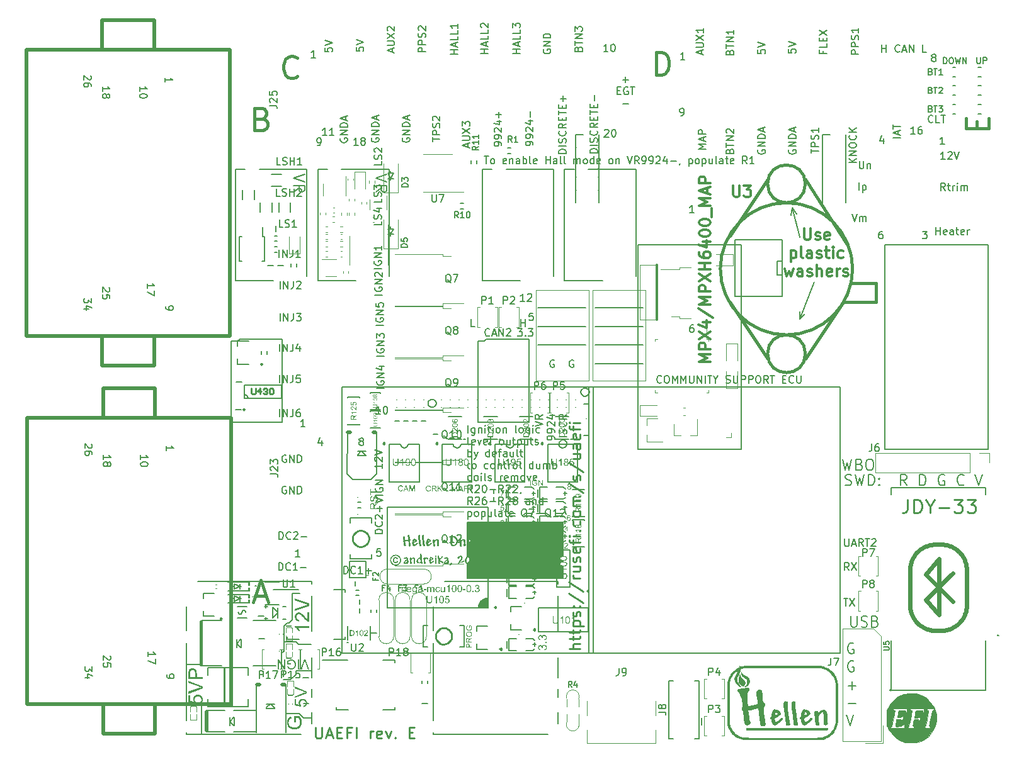
<source format=gto>
G75*
G70*
%OFA0B0*%
%FSLAX25Y25*%
%IPPOS*%
%LPD*%
%AMOC8*
5,1,8,0,0,1.08239X$1,22.5*
%
%ADD10C,0.00787*%
%ADD100C,0.00394*%
%ADD101C,0.01968*%
%ADD102C,0.01575*%
%ADD132C,0.01000*%
%ADD231C,0.00300*%
%ADD76C,0.01181*%
%ADD78C,0.01969*%
%ADD79C,0.00591*%
%ADD80C,0.00472*%
%ADD85C,0.01772*%
%ADD86C,0.00669*%
%ADD87C,0.00984*%
%ADD88C,0.00500*%
%ADD89C,0.01200*%
%ADD90C,0.00800*%
%ADD91C,0.00000*%
%ADD92C,0.02484*%
%ADD93C,0.00390*%
%ADD94C,0.00010*%
%ADD95C,0.01500*%
X0000000Y0000000D02*
%LPD*%
G01*
D79*
X0313701Y0211811D02*
X0338898Y0211811D01*
X0313701Y0201575D02*
X0338898Y0201575D01*
X0283386Y0231496D02*
X0308583Y0231496D01*
X0245866Y0117844D02*
X0296717Y0117844D01*
X0296717Y0088022D01*
X0245866Y0088022D01*
X0245866Y0117844D01*
G36*
X0245866Y0117844D02*
G01*
X0296717Y0117844D01*
X0296717Y0088022D01*
X0245866Y0088022D01*
X0245866Y0117844D01*
G37*
X0313701Y0221260D02*
X0338898Y0221260D01*
X0283386Y0211811D02*
X0308583Y0211811D01*
X0313701Y0231496D02*
X0338898Y0231496D01*
X0283386Y0221260D02*
X0308583Y0221260D01*
X0274387Y0221438D02*
X0274387Y0225375D01*
X0274387Y0223500D02*
X0276637Y0223500D01*
X0276637Y0221438D02*
X0276637Y0225375D01*
X0498862Y0310020D02*
X0496612Y0310020D01*
X0497737Y0310020D02*
X0497737Y0313957D01*
X0497737Y0313957D02*
X0497362Y0313395D01*
X0497362Y0313395D02*
X0496987Y0313020D01*
X0496987Y0313020D02*
X0496612Y0312833D01*
X0500362Y0313582D02*
X0500549Y0313770D01*
X0500549Y0313770D02*
X0500924Y0313957D01*
X0500924Y0313957D02*
X0501862Y0313957D01*
X0501862Y0313957D02*
X0502237Y0313770D01*
X0502237Y0313770D02*
X0502424Y0313582D01*
X0502424Y0313582D02*
X0502612Y0313208D01*
X0502612Y0313208D02*
X0502612Y0312833D01*
X0502612Y0312833D02*
X0502424Y0312270D01*
X0502424Y0312270D02*
X0500174Y0310020D01*
X0500174Y0310020D02*
X0502612Y0310020D01*
X0503736Y0313957D02*
X0505049Y0310020D01*
X0505049Y0310020D02*
X0506361Y0313957D01*
D85*
X0137379Y0331524D02*
X0139066Y0330961D01*
X0139066Y0330961D02*
X0139629Y0330399D01*
X0139629Y0330399D02*
X0140191Y0329274D01*
X0140191Y0329274D02*
X0140191Y0327587D01*
X0140191Y0327587D02*
X0139629Y0326462D01*
X0139629Y0326462D02*
X0139066Y0325899D01*
X0139066Y0325899D02*
X0137942Y0325337D01*
X0137942Y0325337D02*
X0133442Y0325337D01*
X0133442Y0325337D02*
X0133442Y0337148D01*
X0133442Y0337148D02*
X0137379Y0337148D01*
X0137379Y0337148D02*
X0138504Y0336585D01*
X0138504Y0336585D02*
X0139066Y0336023D01*
X0139066Y0336023D02*
X0139629Y0334898D01*
X0139629Y0334898D02*
X0139629Y0333773D01*
X0139629Y0333773D02*
X0139066Y0332648D01*
X0139066Y0332648D02*
X0138504Y0332086D01*
X0138504Y0332086D02*
X0137379Y0331524D01*
X0137379Y0331524D02*
X0133442Y0331524D01*
D79*
X0200071Y0103721D02*
X0198197Y0103721D01*
X0198197Y0103721D02*
X0198009Y0101846D01*
X0198009Y0101846D02*
X0198197Y0102034D01*
X0198197Y0102034D02*
X0198572Y0102221D01*
X0198572Y0102221D02*
X0199509Y0102221D01*
X0199509Y0102221D02*
X0199884Y0102034D01*
X0199884Y0102034D02*
X0200071Y0101846D01*
X0200071Y0101846D02*
X0200259Y0101471D01*
X0200259Y0101471D02*
X0200259Y0100534D01*
X0200259Y0100534D02*
X0200071Y0100159D01*
X0200071Y0100159D02*
X0199884Y0099972D01*
X0199884Y0099972D02*
X0199509Y0099784D01*
X0199509Y0099784D02*
X0198572Y0099784D01*
X0198572Y0099784D02*
X0198197Y0099972D01*
X0198197Y0099972D02*
X0198009Y0100159D01*
X0146650Y0173603D02*
X0146650Y0177540D01*
X0148525Y0173603D02*
X0148525Y0177540D01*
X0148525Y0177540D02*
X0150774Y0173603D01*
X0150774Y0173603D02*
X0150774Y0177540D01*
X0153774Y0177540D02*
X0153774Y0174728D01*
X0153774Y0174728D02*
X0153587Y0174166D01*
X0153587Y0174166D02*
X0153212Y0173791D01*
X0153212Y0173791D02*
X0152649Y0173603D01*
X0152649Y0173603D02*
X0152274Y0173603D01*
X0157336Y0177540D02*
X0156586Y0177540D01*
X0156586Y0177540D02*
X0156211Y0177353D01*
X0156211Y0177353D02*
X0156024Y0177165D01*
X0156024Y0177165D02*
X0155649Y0176603D01*
X0155649Y0176603D02*
X0155461Y0175853D01*
X0155461Y0175853D02*
X0155461Y0174353D01*
X0155461Y0174353D02*
X0155649Y0173978D01*
X0155649Y0173978D02*
X0155836Y0173791D01*
X0155836Y0173791D02*
X0156211Y0173603D01*
X0156211Y0173603D02*
X0156961Y0173603D01*
X0156961Y0173603D02*
X0157336Y0173791D01*
X0157336Y0173791D02*
X0157524Y0173978D01*
X0157524Y0173978D02*
X0157711Y0174353D01*
X0157711Y0174353D02*
X0157711Y0175290D01*
X0157711Y0175290D02*
X0157524Y0175665D01*
X0157524Y0175665D02*
X0157336Y0175853D01*
X0157336Y0175853D02*
X0156961Y0176040D01*
X0156961Y0176040D02*
X0156211Y0176040D01*
X0156211Y0176040D02*
X0155836Y0175853D01*
X0155836Y0175853D02*
X0155649Y0175665D01*
X0155649Y0175665D02*
X0155461Y0175290D01*
X0200728Y0308886D02*
X0200728Y0307012D01*
X0200728Y0307012D02*
X0196791Y0307012D01*
X0200540Y0310011D02*
X0200728Y0310574D01*
X0200728Y0310574D02*
X0200728Y0311511D01*
X0200728Y0311511D02*
X0200540Y0311886D01*
X0200540Y0311886D02*
X0200353Y0312073D01*
X0200353Y0312073D02*
X0199978Y0312261D01*
X0199978Y0312261D02*
X0199603Y0312261D01*
X0199603Y0312261D02*
X0199228Y0312073D01*
X0199228Y0312073D02*
X0199040Y0311886D01*
X0199040Y0311886D02*
X0198853Y0311511D01*
X0198853Y0311511D02*
X0198665Y0310761D01*
X0198665Y0310761D02*
X0198478Y0310386D01*
X0198478Y0310386D02*
X0198291Y0310199D01*
X0198291Y0310199D02*
X0197916Y0310011D01*
X0197916Y0310011D02*
X0197541Y0310011D01*
X0197541Y0310011D02*
X0197166Y0310199D01*
X0197166Y0310199D02*
X0196978Y0310386D01*
X0196978Y0310386D02*
X0196791Y0310761D01*
X0196791Y0310761D02*
X0196791Y0311699D01*
X0196791Y0311699D02*
X0196978Y0312261D01*
X0197166Y0313761D02*
X0196978Y0313948D01*
X0196978Y0313948D02*
X0196791Y0314323D01*
X0196791Y0314323D02*
X0196791Y0315261D01*
X0196791Y0315261D02*
X0196978Y0315636D01*
X0196978Y0315636D02*
X0197166Y0315823D01*
X0197166Y0315823D02*
X0197541Y0316010D01*
X0197541Y0316010D02*
X0197916Y0316010D01*
X0197916Y0316010D02*
X0198478Y0315823D01*
X0198478Y0315823D02*
X0200728Y0313573D01*
X0200728Y0313573D02*
X0200728Y0316010D01*
X0146650Y0208249D02*
X0146650Y0212186D01*
X0148525Y0208249D02*
X0148525Y0212186D01*
X0148525Y0212186D02*
X0150774Y0208249D01*
X0150774Y0208249D02*
X0150774Y0212186D01*
X0153774Y0212186D02*
X0153774Y0209374D01*
X0153774Y0209374D02*
X0153587Y0208811D01*
X0153587Y0208811D02*
X0153212Y0208436D01*
X0153212Y0208436D02*
X0152649Y0208249D01*
X0152649Y0208249D02*
X0152274Y0208249D01*
X0157336Y0210873D02*
X0157336Y0208249D01*
X0156399Y0212373D02*
X0155461Y0209561D01*
X0155461Y0209561D02*
X0157898Y0209561D01*
X0146903Y0290532D02*
X0145028Y0290532D01*
X0145028Y0290532D02*
X0145028Y0294469D01*
X0148028Y0290720D02*
X0148590Y0290532D01*
X0148590Y0290532D02*
X0149528Y0290532D01*
X0149528Y0290532D02*
X0149903Y0290720D01*
X0149903Y0290720D02*
X0150090Y0290907D01*
X0150090Y0290907D02*
X0150278Y0291282D01*
X0150278Y0291282D02*
X0150278Y0291657D01*
X0150278Y0291657D02*
X0150090Y0292032D01*
X0150090Y0292032D02*
X0149903Y0292220D01*
X0149903Y0292220D02*
X0149528Y0292407D01*
X0149528Y0292407D02*
X0148778Y0292594D01*
X0148778Y0292594D02*
X0148403Y0292782D01*
X0148403Y0292782D02*
X0148215Y0292969D01*
X0148215Y0292969D02*
X0148028Y0293344D01*
X0148028Y0293344D02*
X0148028Y0293719D01*
X0148028Y0293719D02*
X0148215Y0294094D01*
X0148215Y0294094D02*
X0148403Y0294282D01*
X0148403Y0294282D02*
X0148778Y0294469D01*
X0148778Y0294469D02*
X0149715Y0294469D01*
X0149715Y0294469D02*
X0150278Y0294282D01*
X0151965Y0290532D02*
X0151965Y0294469D01*
X0151965Y0292594D02*
X0154215Y0292594D01*
X0154215Y0290532D02*
X0154215Y0294469D01*
X0155902Y0294094D02*
X0156089Y0294282D01*
X0156089Y0294282D02*
X0156464Y0294469D01*
X0156464Y0294469D02*
X0157402Y0294469D01*
X0157402Y0294469D02*
X0157777Y0294282D01*
X0157777Y0294282D02*
X0157964Y0294094D01*
X0157964Y0294094D02*
X0158152Y0293719D01*
X0158152Y0293719D02*
X0158152Y0293344D01*
X0158152Y0293344D02*
X0157964Y0292782D01*
X0157964Y0292782D02*
X0155714Y0290532D01*
X0155714Y0290532D02*
X0158152Y0290532D01*
X0188148Y0317501D02*
X0185898Y0317501D01*
X0187023Y0317501D02*
X0187023Y0321438D01*
X0187023Y0321438D02*
X0186648Y0320875D01*
X0186648Y0320875D02*
X0186273Y0320500D01*
X0186273Y0320500D02*
X0185898Y0320313D01*
X0190398Y0319750D02*
X0190023Y0319938D01*
X0190023Y0319938D02*
X0189835Y0320125D01*
X0189835Y0320125D02*
X0189648Y0320500D01*
X0189648Y0320500D02*
X0189648Y0320688D01*
X0189648Y0320688D02*
X0189835Y0321063D01*
X0189835Y0321063D02*
X0190023Y0321250D01*
X0190023Y0321250D02*
X0190398Y0321438D01*
X0190398Y0321438D02*
X0191147Y0321438D01*
X0191147Y0321438D02*
X0191522Y0321250D01*
X0191522Y0321250D02*
X0191710Y0321063D01*
X0191710Y0321063D02*
X0191897Y0320688D01*
X0191897Y0320688D02*
X0191897Y0320500D01*
X0191897Y0320500D02*
X0191710Y0320125D01*
X0191710Y0320125D02*
X0191522Y0319938D01*
X0191522Y0319938D02*
X0191147Y0319750D01*
X0191147Y0319750D02*
X0190398Y0319750D01*
X0190398Y0319750D02*
X0190023Y0319563D01*
X0190023Y0319563D02*
X0189835Y0319375D01*
X0189835Y0319375D02*
X0189648Y0319001D01*
X0189648Y0319001D02*
X0189648Y0318251D01*
X0189648Y0318251D02*
X0189835Y0317876D01*
X0189835Y0317876D02*
X0190023Y0317688D01*
X0190023Y0317688D02*
X0190398Y0317501D01*
X0190398Y0317501D02*
X0191147Y0317501D01*
X0191147Y0317501D02*
X0191522Y0317688D01*
X0191522Y0317688D02*
X0191710Y0317876D01*
X0191710Y0317876D02*
X0191897Y0318251D01*
X0191897Y0318251D02*
X0191897Y0319001D01*
X0191897Y0319001D02*
X0191710Y0319375D01*
X0191710Y0319375D02*
X0191522Y0319563D01*
X0191522Y0319563D02*
X0191147Y0319750D01*
X0146350Y0108642D02*
X0146350Y0112579D01*
X0146350Y0112579D02*
X0147287Y0112579D01*
X0147287Y0112579D02*
X0147850Y0112392D01*
X0147850Y0112392D02*
X0148225Y0112017D01*
X0148225Y0112017D02*
X0148412Y0111642D01*
X0148412Y0111642D02*
X0148600Y0110892D01*
X0148600Y0110892D02*
X0148600Y0110330D01*
X0148600Y0110330D02*
X0148412Y0109580D01*
X0148412Y0109580D02*
X0148225Y0109205D01*
X0148225Y0109205D02*
X0147850Y0108830D01*
X0147850Y0108830D02*
X0147287Y0108642D01*
X0147287Y0108642D02*
X0146350Y0108642D01*
X0152537Y0109017D02*
X0152349Y0108830D01*
X0152349Y0108830D02*
X0151787Y0108642D01*
X0151787Y0108642D02*
X0151412Y0108642D01*
X0151412Y0108642D02*
X0150849Y0108830D01*
X0150849Y0108830D02*
X0150474Y0109205D01*
X0150474Y0109205D02*
X0150287Y0109580D01*
X0150287Y0109580D02*
X0150099Y0110330D01*
X0150099Y0110330D02*
X0150099Y0110892D01*
X0150099Y0110892D02*
X0150287Y0111642D01*
X0150287Y0111642D02*
X0150474Y0112017D01*
X0150474Y0112017D02*
X0150849Y0112392D01*
X0150849Y0112392D02*
X0151412Y0112579D01*
X0151412Y0112579D02*
X0151787Y0112579D01*
X0151787Y0112579D02*
X0152349Y0112392D01*
X0152349Y0112392D02*
X0152537Y0112205D01*
X0154036Y0112205D02*
X0154224Y0112392D01*
X0154224Y0112392D02*
X0154599Y0112579D01*
X0154599Y0112579D02*
X0155536Y0112579D01*
X0155536Y0112579D02*
X0155911Y0112392D01*
X0155911Y0112392D02*
X0156099Y0112205D01*
X0156099Y0112205D02*
X0156286Y0111830D01*
X0156286Y0111830D02*
X0156286Y0111455D01*
X0156286Y0111455D02*
X0156099Y0110892D01*
X0156099Y0110892D02*
X0153849Y0108642D01*
X0153849Y0108642D02*
X0156286Y0108642D01*
X0157973Y0110142D02*
X0160973Y0110142D01*
X0170610Y0368935D02*
X0170610Y0367060D01*
X0170610Y0367060D02*
X0172484Y0366873D01*
X0172484Y0366873D02*
X0172297Y0367060D01*
X0172297Y0367060D02*
X0172109Y0367435D01*
X0172109Y0367435D02*
X0172109Y0368373D01*
X0172109Y0368373D02*
X0172297Y0368748D01*
X0172297Y0368748D02*
X0172484Y0368935D01*
X0172484Y0368935D02*
X0172859Y0369123D01*
X0172859Y0369123D02*
X0173797Y0369123D01*
X0173797Y0369123D02*
X0174172Y0368935D01*
X0174172Y0368935D02*
X0174359Y0368748D01*
X0174359Y0368748D02*
X0174547Y0368373D01*
X0174547Y0368373D02*
X0174547Y0367435D01*
X0174547Y0367435D02*
X0174359Y0367060D01*
X0174359Y0367060D02*
X0174172Y0366873D01*
X0170610Y0370247D02*
X0174547Y0371560D01*
X0174547Y0371560D02*
X0170610Y0372872D01*
X0361086Y0362776D02*
X0358836Y0362776D01*
X0359961Y0362776D02*
X0359961Y0366713D01*
X0359961Y0366713D02*
X0359586Y0366151D01*
X0359586Y0366151D02*
X0359211Y0365776D01*
X0359211Y0365776D02*
X0358836Y0365588D01*
X0257027Y0366142D02*
X0253090Y0366142D01*
X0254965Y0366142D02*
X0254965Y0368391D01*
X0257027Y0368391D02*
X0253090Y0368391D01*
X0255902Y0370079D02*
X0255902Y0371954D01*
X0257027Y0369704D02*
X0253090Y0371016D01*
X0253090Y0371016D02*
X0257027Y0372328D01*
X0257027Y0375516D02*
X0257027Y0373641D01*
X0257027Y0373641D02*
X0253090Y0373641D01*
X0257027Y0378703D02*
X0257027Y0376828D01*
X0257027Y0376828D02*
X0253090Y0376828D01*
X0253465Y0379828D02*
X0253277Y0380015D01*
X0253277Y0380015D02*
X0253090Y0380390D01*
X0253090Y0380390D02*
X0253090Y0381327D01*
X0253090Y0381327D02*
X0253277Y0381702D01*
X0253277Y0381702D02*
X0253465Y0381890D01*
X0253465Y0381890D02*
X0253840Y0382077D01*
X0253840Y0382077D02*
X0254215Y0382077D01*
X0254215Y0382077D02*
X0254777Y0381890D01*
X0254777Y0381890D02*
X0257027Y0379640D01*
X0257027Y0379640D02*
X0257027Y0382077D01*
X0298287Y0313106D02*
X0294350Y0313106D01*
X0294350Y0313106D02*
X0294350Y0314044D01*
X0294350Y0314044D02*
X0294537Y0314606D01*
X0294537Y0314606D02*
X0294912Y0314981D01*
X0294912Y0314981D02*
X0295287Y0315169D01*
X0295287Y0315169D02*
X0296037Y0315356D01*
X0296037Y0315356D02*
X0296599Y0315356D01*
X0296599Y0315356D02*
X0297349Y0315169D01*
X0297349Y0315169D02*
X0297724Y0314981D01*
X0297724Y0314981D02*
X0298099Y0314606D01*
X0298099Y0314606D02*
X0298287Y0314044D01*
X0298287Y0314044D02*
X0298287Y0313106D01*
X0298287Y0317044D02*
X0294350Y0317044D01*
X0298099Y0318731D02*
X0298287Y0319293D01*
X0298287Y0319293D02*
X0298287Y0320231D01*
X0298287Y0320231D02*
X0298099Y0320606D01*
X0298099Y0320606D02*
X0297912Y0320793D01*
X0297912Y0320793D02*
X0297537Y0320981D01*
X0297537Y0320981D02*
X0297162Y0320981D01*
X0297162Y0320981D02*
X0296787Y0320793D01*
X0296787Y0320793D02*
X0296599Y0320606D01*
X0296599Y0320606D02*
X0296412Y0320231D01*
X0296412Y0320231D02*
X0296225Y0319481D01*
X0296225Y0319481D02*
X0296037Y0319106D01*
X0296037Y0319106D02*
X0295850Y0318918D01*
X0295850Y0318918D02*
X0295475Y0318731D01*
X0295475Y0318731D02*
X0295100Y0318731D01*
X0295100Y0318731D02*
X0294725Y0318918D01*
X0294725Y0318918D02*
X0294537Y0319106D01*
X0294537Y0319106D02*
X0294350Y0319481D01*
X0294350Y0319481D02*
X0294350Y0320418D01*
X0294350Y0320418D02*
X0294537Y0320981D01*
X0297912Y0324918D02*
X0298099Y0324730D01*
X0298099Y0324730D02*
X0298287Y0324168D01*
X0298287Y0324168D02*
X0298287Y0323793D01*
X0298287Y0323793D02*
X0298099Y0323230D01*
X0298099Y0323230D02*
X0297724Y0322855D01*
X0297724Y0322855D02*
X0297349Y0322668D01*
X0297349Y0322668D02*
X0296599Y0322480D01*
X0296599Y0322480D02*
X0296037Y0322480D01*
X0296037Y0322480D02*
X0295287Y0322668D01*
X0295287Y0322668D02*
X0294912Y0322855D01*
X0294912Y0322855D02*
X0294537Y0323230D01*
X0294537Y0323230D02*
X0294350Y0323793D01*
X0294350Y0323793D02*
X0294350Y0324168D01*
X0294350Y0324168D02*
X0294537Y0324730D01*
X0294537Y0324730D02*
X0294725Y0324918D01*
X0298287Y0328855D02*
X0296412Y0327542D01*
X0298287Y0326605D02*
X0294350Y0326605D01*
X0294350Y0326605D02*
X0294350Y0328105D01*
X0294350Y0328105D02*
X0294537Y0328480D01*
X0294537Y0328480D02*
X0294725Y0328667D01*
X0294725Y0328667D02*
X0295100Y0328855D01*
X0295100Y0328855D02*
X0295662Y0328855D01*
X0295662Y0328855D02*
X0296037Y0328667D01*
X0296037Y0328667D02*
X0296225Y0328480D01*
X0296225Y0328480D02*
X0296412Y0328105D01*
X0296412Y0328105D02*
X0296412Y0326605D01*
X0296225Y0330542D02*
X0296225Y0331854D01*
X0298287Y0332417D02*
X0298287Y0330542D01*
X0298287Y0330542D02*
X0294350Y0330542D01*
X0294350Y0330542D02*
X0294350Y0332417D01*
X0294350Y0333541D02*
X0294350Y0335791D01*
X0298287Y0334666D02*
X0294350Y0334666D01*
X0296225Y0337103D02*
X0296225Y0338416D01*
X0298287Y0338978D02*
X0298287Y0337103D01*
X0298287Y0337103D02*
X0294350Y0337103D01*
X0294350Y0337103D02*
X0294350Y0338978D01*
X0296787Y0340666D02*
X0296787Y0343665D01*
X0298287Y0342165D02*
X0295287Y0342165D01*
D10*
X0450450Y0053555D02*
X0449925Y0053836D01*
X0449925Y0053836D02*
X0449138Y0053836D01*
X0449138Y0053836D02*
X0448351Y0053555D01*
X0448351Y0053555D02*
X0447826Y0052992D01*
X0447826Y0052992D02*
X0447563Y0052430D01*
X0447563Y0052430D02*
X0447301Y0051305D01*
X0447301Y0051305D02*
X0447301Y0050462D01*
X0447301Y0050462D02*
X0447563Y0049337D01*
X0447563Y0049337D02*
X0447826Y0048774D01*
X0447826Y0048774D02*
X0448351Y0048212D01*
X0448351Y0048212D02*
X0449138Y0047931D01*
X0449138Y0047931D02*
X0449663Y0047931D01*
X0449663Y0047931D02*
X0450450Y0048212D01*
X0450450Y0048212D02*
X0450713Y0048493D01*
X0450713Y0048493D02*
X0450713Y0050462D01*
X0450713Y0050462D02*
X0449663Y0050462D01*
X0450450Y0044047D02*
X0449925Y0044329D01*
X0449925Y0044329D02*
X0449138Y0044329D01*
X0449138Y0044329D02*
X0448351Y0044047D01*
X0448351Y0044047D02*
X0447826Y0043485D01*
X0447826Y0043485D02*
X0447563Y0042922D01*
X0447563Y0042922D02*
X0447301Y0041798D01*
X0447301Y0041798D02*
X0447301Y0040954D01*
X0447301Y0040954D02*
X0447563Y0039829D01*
X0447563Y0039829D02*
X0447826Y0039267D01*
X0447826Y0039267D02*
X0448351Y0038704D01*
X0448351Y0038704D02*
X0449138Y0038423D01*
X0449138Y0038423D02*
X0449663Y0038423D01*
X0449663Y0038423D02*
X0450450Y0038704D01*
X0450450Y0038704D02*
X0450713Y0038985D01*
X0450713Y0038985D02*
X0450713Y0040954D01*
X0450713Y0040954D02*
X0449663Y0040954D01*
X0447563Y0031165D02*
X0451763Y0031165D01*
X0449663Y0028916D02*
X0449663Y0033415D01*
X0447563Y0021658D02*
X0451763Y0021658D01*
X0446776Y0015806D02*
X0448613Y0009900D01*
X0448613Y0009900D02*
X0450450Y0015806D01*
D79*
X0451909Y0308230D02*
X0447972Y0308230D01*
X0451909Y0310480D02*
X0449659Y0308793D01*
X0447972Y0310480D02*
X0450222Y0308230D01*
X0451909Y0312167D02*
X0447972Y0312167D01*
X0447972Y0312167D02*
X0451909Y0314417D01*
X0451909Y0314417D02*
X0447972Y0314417D01*
X0447972Y0317042D02*
X0447972Y0317792D01*
X0447972Y0317792D02*
X0448159Y0318166D01*
X0448159Y0318166D02*
X0448534Y0318541D01*
X0448534Y0318541D02*
X0449284Y0318729D01*
X0449284Y0318729D02*
X0450596Y0318729D01*
X0450596Y0318729D02*
X0451346Y0318541D01*
X0451346Y0318541D02*
X0451721Y0318166D01*
X0451721Y0318166D02*
X0451909Y0317792D01*
X0451909Y0317792D02*
X0451909Y0317042D01*
X0451909Y0317042D02*
X0451721Y0316667D01*
X0451721Y0316667D02*
X0451346Y0316292D01*
X0451346Y0316292D02*
X0450596Y0316104D01*
X0450596Y0316104D02*
X0449284Y0316104D01*
X0449284Y0316104D02*
X0448534Y0316292D01*
X0448534Y0316292D02*
X0448159Y0316667D01*
X0448159Y0316667D02*
X0447972Y0317042D01*
X0451534Y0322666D02*
X0451721Y0322478D01*
X0451721Y0322478D02*
X0451909Y0321916D01*
X0451909Y0321916D02*
X0451909Y0321541D01*
X0451909Y0321541D02*
X0451721Y0320979D01*
X0451721Y0320979D02*
X0451346Y0320604D01*
X0451346Y0320604D02*
X0450971Y0320416D01*
X0450971Y0320416D02*
X0450222Y0320229D01*
X0450222Y0320229D02*
X0449659Y0320229D01*
X0449659Y0320229D02*
X0448909Y0320416D01*
X0448909Y0320416D02*
X0448534Y0320604D01*
X0448534Y0320604D02*
X0448159Y0320979D01*
X0448159Y0320979D02*
X0447972Y0321541D01*
X0447972Y0321541D02*
X0447972Y0321916D01*
X0447972Y0321916D02*
X0448159Y0322478D01*
X0448159Y0322478D02*
X0448347Y0322666D01*
X0451909Y0324353D02*
X0447972Y0324353D01*
X0451909Y0326603D02*
X0449659Y0324916D01*
X0447972Y0326603D02*
X0450222Y0324353D01*
X0445735Y0108937D02*
X0445735Y0105750D01*
X0445735Y0105750D02*
X0445923Y0105375D01*
X0445923Y0105375D02*
X0446110Y0105188D01*
X0446110Y0105188D02*
X0446485Y0105000D01*
X0446485Y0105000D02*
X0447235Y0105000D01*
X0447235Y0105000D02*
X0447610Y0105188D01*
X0447610Y0105188D02*
X0447798Y0105375D01*
X0447798Y0105375D02*
X0447985Y0105750D01*
X0447985Y0105750D02*
X0447985Y0108937D01*
X0449672Y0106125D02*
X0451547Y0106125D01*
X0449297Y0105000D02*
X0450610Y0108937D01*
X0450610Y0108937D02*
X0451922Y0105000D01*
X0455484Y0105000D02*
X0454172Y0106875D01*
X0453234Y0105000D02*
X0453234Y0108937D01*
X0453234Y0108937D02*
X0454734Y0108937D01*
X0454734Y0108937D02*
X0455109Y0108750D01*
X0455109Y0108750D02*
X0455297Y0108562D01*
X0455297Y0108562D02*
X0455484Y0108187D01*
X0455484Y0108187D02*
X0455484Y0107625D01*
X0455484Y0107625D02*
X0455297Y0107250D01*
X0455297Y0107250D02*
X0455109Y0107062D01*
X0455109Y0107062D02*
X0454734Y0106875D01*
X0454734Y0106875D02*
X0453234Y0106875D01*
X0456609Y0108937D02*
X0458859Y0108937D01*
X0457734Y0105000D02*
X0457734Y0108937D01*
X0459984Y0108562D02*
X0460171Y0108750D01*
X0460171Y0108750D02*
X0460546Y0108937D01*
X0460546Y0108937D02*
X0461483Y0108937D01*
X0461483Y0108937D02*
X0461858Y0108750D01*
X0461858Y0108750D02*
X0462046Y0108562D01*
X0462046Y0108562D02*
X0462233Y0108187D01*
X0462233Y0108187D02*
X0462233Y0107812D01*
X0462233Y0107812D02*
X0462046Y0107250D01*
X0462046Y0107250D02*
X0459796Y0105000D01*
X0459796Y0105000D02*
X0462233Y0105000D01*
X0447985Y0092323D02*
X0446673Y0094198D01*
X0445735Y0092323D02*
X0445735Y0096260D01*
X0445735Y0096260D02*
X0447235Y0096260D01*
X0447235Y0096260D02*
X0447610Y0096073D01*
X0447610Y0096073D02*
X0447798Y0095885D01*
X0447798Y0095885D02*
X0447985Y0095511D01*
X0447985Y0095511D02*
X0447985Y0094948D01*
X0447985Y0094948D02*
X0447798Y0094573D01*
X0447798Y0094573D02*
X0447610Y0094386D01*
X0447610Y0094386D02*
X0447235Y0094198D01*
X0447235Y0094198D02*
X0445735Y0094198D01*
X0449297Y0096260D02*
X0451922Y0092323D01*
X0451922Y0096260D02*
X0449297Y0092323D01*
X0445173Y0077245D02*
X0447423Y0077245D01*
X0446298Y0073308D02*
X0446298Y0077245D01*
X0448360Y0077245D02*
X0450985Y0073308D01*
X0450985Y0077245D02*
X0448360Y0073308D01*
D85*
X0133723Y0078711D02*
X0139348Y0078711D01*
X0132599Y0075337D02*
X0136536Y0087148D01*
X0136536Y0087148D02*
X0140473Y0075337D01*
D79*
X0187145Y0369329D02*
X0187145Y0367454D01*
X0187145Y0367454D02*
X0189020Y0367267D01*
X0189020Y0367267D02*
X0188832Y0367454D01*
X0188832Y0367454D02*
X0188645Y0367829D01*
X0188645Y0367829D02*
X0188645Y0368766D01*
X0188645Y0368766D02*
X0188832Y0369141D01*
X0188832Y0369141D02*
X0189020Y0369329D01*
X0189020Y0369329D02*
X0189395Y0369516D01*
X0189395Y0369516D02*
X0190332Y0369516D01*
X0190332Y0369516D02*
X0190707Y0369329D01*
X0190707Y0369329D02*
X0190895Y0369141D01*
X0190895Y0369141D02*
X0191082Y0368766D01*
X0191082Y0368766D02*
X0191082Y0367829D01*
X0191082Y0367829D02*
X0190895Y0367454D01*
X0190895Y0367454D02*
X0190707Y0367267D01*
X0187145Y0370641D02*
X0191082Y0371954D01*
X0191082Y0371954D02*
X0187145Y0373266D01*
X0483030Y0323406D02*
X0480780Y0323406D01*
X0481905Y0323406D02*
X0481905Y0327343D01*
X0481905Y0327343D02*
X0481530Y0326781D01*
X0481530Y0326781D02*
X0481155Y0326406D01*
X0481155Y0326406D02*
X0480780Y0326218D01*
X0486404Y0327343D02*
X0485654Y0327343D01*
X0485654Y0327343D02*
X0485279Y0327156D01*
X0485279Y0327156D02*
X0485092Y0326968D01*
X0485092Y0326968D02*
X0484717Y0326406D01*
X0484717Y0326406D02*
X0484530Y0325656D01*
X0484530Y0325656D02*
X0484530Y0324156D01*
X0484530Y0324156D02*
X0484717Y0323781D01*
X0484717Y0323781D02*
X0484904Y0323594D01*
X0484904Y0323594D02*
X0485279Y0323406D01*
X0485279Y0323406D02*
X0486029Y0323406D01*
X0486029Y0323406D02*
X0486404Y0323594D01*
X0486404Y0323594D02*
X0486592Y0323781D01*
X0486592Y0323781D02*
X0486779Y0324156D01*
X0486779Y0324156D02*
X0486779Y0325094D01*
X0486779Y0325094D02*
X0486592Y0325468D01*
X0486592Y0325468D02*
X0486404Y0325656D01*
X0486404Y0325656D02*
X0486029Y0325843D01*
X0486029Y0325843D02*
X0485279Y0325843D01*
X0485279Y0325843D02*
X0484904Y0325656D01*
X0484904Y0325656D02*
X0484717Y0325468D01*
X0484717Y0325468D02*
X0484530Y0325094D01*
X0304768Y0368466D02*
X0304955Y0369029D01*
X0304955Y0369029D02*
X0305143Y0369216D01*
X0305143Y0369216D02*
X0305518Y0369404D01*
X0305518Y0369404D02*
X0306080Y0369404D01*
X0306080Y0369404D02*
X0306455Y0369216D01*
X0306455Y0369216D02*
X0306643Y0369029D01*
X0306643Y0369029D02*
X0306830Y0368654D01*
X0306830Y0368654D02*
X0306830Y0367154D01*
X0306830Y0367154D02*
X0302893Y0367154D01*
X0302893Y0367154D02*
X0302893Y0368466D01*
X0302893Y0368466D02*
X0303081Y0368841D01*
X0303081Y0368841D02*
X0303268Y0369029D01*
X0303268Y0369029D02*
X0303643Y0369216D01*
X0303643Y0369216D02*
X0304018Y0369216D01*
X0304018Y0369216D02*
X0304393Y0369029D01*
X0304393Y0369029D02*
X0304580Y0368841D01*
X0304580Y0368841D02*
X0304768Y0368466D01*
X0304768Y0368466D02*
X0304768Y0367154D01*
X0302893Y0370529D02*
X0302893Y0372778D01*
X0306830Y0371654D02*
X0302893Y0371654D01*
X0306830Y0374091D02*
X0302893Y0374091D01*
X0302893Y0374091D02*
X0306830Y0376340D01*
X0306830Y0376340D02*
X0302893Y0376340D01*
X0302893Y0377840D02*
X0302893Y0380277D01*
X0302893Y0380277D02*
X0304393Y0378965D01*
X0304393Y0378965D02*
X0304393Y0379528D01*
X0304393Y0379528D02*
X0304580Y0379903D01*
X0304580Y0379903D02*
X0304768Y0380090D01*
X0304768Y0380090D02*
X0305143Y0380277D01*
X0305143Y0380277D02*
X0306080Y0380277D01*
X0306080Y0380277D02*
X0306455Y0380090D01*
X0306455Y0380090D02*
X0306643Y0379903D01*
X0306643Y0379903D02*
X0306830Y0379528D01*
X0306830Y0379528D02*
X0306830Y0378403D01*
X0306830Y0378403D02*
X0306643Y0378028D01*
X0306643Y0378028D02*
X0306455Y0377840D01*
X0206296Y0366873D02*
X0206296Y0368748D01*
X0207421Y0366498D02*
X0203484Y0367810D01*
X0203484Y0367810D02*
X0207421Y0369123D01*
X0203484Y0370435D02*
X0206671Y0370435D01*
X0206671Y0370435D02*
X0207046Y0370622D01*
X0207046Y0370622D02*
X0207233Y0370810D01*
X0207233Y0370810D02*
X0207421Y0371185D01*
X0207421Y0371185D02*
X0207421Y0371935D01*
X0207421Y0371935D02*
X0207233Y0372310D01*
X0207233Y0372310D02*
X0207046Y0372497D01*
X0207046Y0372497D02*
X0206671Y0372685D01*
X0206671Y0372685D02*
X0203484Y0372685D01*
X0203484Y0374184D02*
X0207421Y0376809D01*
X0203484Y0376809D02*
X0207421Y0374184D01*
X0203859Y0378121D02*
X0203671Y0378309D01*
X0203671Y0378309D02*
X0203484Y0378684D01*
X0203484Y0378684D02*
X0203484Y0379621D01*
X0203484Y0379621D02*
X0203671Y0379996D01*
X0203671Y0379996D02*
X0203859Y0380184D01*
X0203859Y0380184D02*
X0204234Y0380371D01*
X0204234Y0380371D02*
X0204608Y0380371D01*
X0204608Y0380371D02*
X0205171Y0380184D01*
X0205171Y0380184D02*
X0207421Y0377934D01*
X0207421Y0377934D02*
X0207421Y0380371D01*
X0168978Y0161070D02*
X0168978Y0158446D01*
X0168041Y0162570D02*
X0167104Y0159758D01*
X0167104Y0159758D02*
X0169541Y0159758D01*
X0272569Y0220257D02*
X0275006Y0220257D01*
X0275006Y0220257D02*
X0273693Y0218757D01*
X0273693Y0218757D02*
X0274256Y0218757D01*
X0274256Y0218757D02*
X0274631Y0218569D01*
X0274631Y0218569D02*
X0274818Y0218382D01*
X0274818Y0218382D02*
X0275006Y0218007D01*
X0275006Y0218007D02*
X0275006Y0217070D01*
X0275006Y0217070D02*
X0274818Y0216695D01*
X0274818Y0216695D02*
X0274631Y0216507D01*
X0274631Y0216507D02*
X0274256Y0216320D01*
X0274256Y0216320D02*
X0273131Y0216320D01*
X0273131Y0216320D02*
X0272756Y0216507D01*
X0272756Y0216507D02*
X0272569Y0216695D01*
X0276693Y0216695D02*
X0276880Y0216507D01*
X0276880Y0216507D02*
X0276693Y0216320D01*
X0276693Y0216320D02*
X0276506Y0216507D01*
X0276506Y0216507D02*
X0276693Y0216695D01*
X0276693Y0216695D02*
X0276693Y0216320D01*
X0278193Y0220257D02*
X0280630Y0220257D01*
X0280630Y0220257D02*
X0279318Y0218757D01*
X0279318Y0218757D02*
X0279880Y0218757D01*
X0279880Y0218757D02*
X0280255Y0218569D01*
X0280255Y0218569D02*
X0280443Y0218382D01*
X0280443Y0218382D02*
X0280630Y0218007D01*
X0280630Y0218007D02*
X0280630Y0217070D01*
X0280630Y0217070D02*
X0280443Y0216695D01*
X0280443Y0216695D02*
X0280255Y0216507D01*
X0280255Y0216507D02*
X0279880Y0216320D01*
X0279880Y0216320D02*
X0278755Y0216320D01*
X0278755Y0216320D02*
X0278380Y0216507D01*
X0278380Y0216507D02*
X0278193Y0216695D01*
X0427893Y0313236D02*
X0427893Y0315486D01*
X0431830Y0314361D02*
X0427893Y0314361D01*
X0431830Y0316798D02*
X0427893Y0316798D01*
X0427893Y0316798D02*
X0427893Y0318298D01*
X0427893Y0318298D02*
X0428081Y0318673D01*
X0428081Y0318673D02*
X0428268Y0318860D01*
X0428268Y0318860D02*
X0428643Y0319048D01*
X0428643Y0319048D02*
X0429205Y0319048D01*
X0429205Y0319048D02*
X0429580Y0318860D01*
X0429580Y0318860D02*
X0429768Y0318673D01*
X0429768Y0318673D02*
X0429955Y0318298D01*
X0429955Y0318298D02*
X0429955Y0316798D01*
X0431643Y0320547D02*
X0431830Y0321110D01*
X0431830Y0321110D02*
X0431830Y0322047D01*
X0431830Y0322047D02*
X0431643Y0322422D01*
X0431643Y0322422D02*
X0431455Y0322610D01*
X0431455Y0322610D02*
X0431080Y0322797D01*
X0431080Y0322797D02*
X0430705Y0322797D01*
X0430705Y0322797D02*
X0430330Y0322610D01*
X0430330Y0322610D02*
X0430143Y0322422D01*
X0430143Y0322422D02*
X0429955Y0322047D01*
X0429955Y0322047D02*
X0429768Y0321297D01*
X0429768Y0321297D02*
X0429580Y0320922D01*
X0429580Y0320922D02*
X0429393Y0320735D01*
X0429393Y0320735D02*
X0429018Y0320547D01*
X0429018Y0320547D02*
X0428643Y0320547D01*
X0428643Y0320547D02*
X0428268Y0320735D01*
X0428268Y0320735D02*
X0428081Y0320922D01*
X0428081Y0320922D02*
X0427893Y0321297D01*
X0427893Y0321297D02*
X0427893Y0322235D01*
X0427893Y0322235D02*
X0428081Y0322797D01*
X0431830Y0326547D02*
X0431830Y0324297D01*
X0431830Y0325422D02*
X0427893Y0325422D01*
X0427893Y0325422D02*
X0428455Y0325047D01*
X0428455Y0325047D02*
X0428830Y0324672D01*
X0428830Y0324672D02*
X0429018Y0324297D01*
D86*
X0515697Y0363894D02*
X0515697Y0361281D01*
X0515697Y0361281D02*
X0515851Y0360974D01*
X0515851Y0360974D02*
X0516005Y0360820D01*
X0516005Y0360820D02*
X0516312Y0360666D01*
X0516312Y0360666D02*
X0516927Y0360666D01*
X0516927Y0360666D02*
X0517235Y0360820D01*
X0517235Y0360820D02*
X0517388Y0360974D01*
X0517388Y0360974D02*
X0517542Y0361281D01*
X0517542Y0361281D02*
X0517542Y0363894D01*
X0519079Y0360666D02*
X0519079Y0363894D01*
X0519079Y0363894D02*
X0520309Y0363894D01*
X0520309Y0363894D02*
X0520617Y0363741D01*
X0520617Y0363741D02*
X0520770Y0363587D01*
X0520770Y0363587D02*
X0520924Y0363280D01*
X0520924Y0363280D02*
X0520924Y0362818D01*
X0520924Y0362818D02*
X0520770Y0362511D01*
X0520770Y0362511D02*
X0520617Y0362357D01*
X0520617Y0362357D02*
X0520309Y0362203D01*
X0520309Y0362203D02*
X0519079Y0362203D01*
D79*
X0280780Y0228524D02*
X0278905Y0228524D01*
X0278905Y0228524D02*
X0278718Y0226650D01*
X0278718Y0226650D02*
X0278905Y0226837D01*
X0278905Y0226837D02*
X0279280Y0227025D01*
X0279280Y0227025D02*
X0280218Y0227025D01*
X0280218Y0227025D02*
X0280593Y0226837D01*
X0280593Y0226837D02*
X0280780Y0226650D01*
X0280780Y0226650D02*
X0280967Y0226275D01*
X0280967Y0226275D02*
X0280967Y0225337D01*
X0280967Y0225337D02*
X0280780Y0224962D01*
X0280780Y0224962D02*
X0280593Y0224775D01*
X0280593Y0224775D02*
X0280218Y0224587D01*
X0280218Y0224587D02*
X0279280Y0224587D01*
X0279280Y0224587D02*
X0278905Y0224775D01*
X0278905Y0224775D02*
X0278718Y0224962D01*
X0246256Y0316479D02*
X0246256Y0318354D01*
X0247381Y0316104D02*
X0243444Y0317417D01*
X0243444Y0317417D02*
X0247381Y0318729D01*
X0243444Y0320041D02*
X0246631Y0320041D01*
X0246631Y0320041D02*
X0247006Y0320229D01*
X0247006Y0320229D02*
X0247194Y0320416D01*
X0247194Y0320416D02*
X0247381Y0320791D01*
X0247381Y0320791D02*
X0247381Y0321541D01*
X0247381Y0321541D02*
X0247194Y0321916D01*
X0247194Y0321916D02*
X0247006Y0322103D01*
X0247006Y0322103D02*
X0246631Y0322291D01*
X0246631Y0322291D02*
X0243444Y0322291D01*
X0243444Y0323791D02*
X0247381Y0326415D01*
X0243444Y0326415D02*
X0247381Y0323791D01*
X0243444Y0327540D02*
X0243444Y0329978D01*
X0243444Y0329978D02*
X0244944Y0328665D01*
X0244944Y0328665D02*
X0244944Y0329228D01*
X0244944Y0329228D02*
X0245132Y0329603D01*
X0245132Y0329603D02*
X0245319Y0329790D01*
X0245319Y0329790D02*
X0245694Y0329978D01*
X0245694Y0329978D02*
X0246631Y0329978D01*
X0246631Y0329978D02*
X0247006Y0329790D01*
X0247006Y0329790D02*
X0247194Y0329603D01*
X0247194Y0329603D02*
X0247381Y0329228D01*
X0247381Y0329228D02*
X0247381Y0328103D01*
X0247381Y0328103D02*
X0247194Y0327728D01*
X0247194Y0327728D02*
X0247006Y0327540D01*
X0211742Y0321297D02*
X0211554Y0320922D01*
X0211554Y0320922D02*
X0211554Y0320360D01*
X0211554Y0320360D02*
X0211742Y0319798D01*
X0211742Y0319798D02*
X0212117Y0319423D01*
X0212117Y0319423D02*
X0212492Y0319235D01*
X0212492Y0319235D02*
X0213242Y0319048D01*
X0213242Y0319048D02*
X0213804Y0319048D01*
X0213804Y0319048D02*
X0214554Y0319235D01*
X0214554Y0319235D02*
X0214929Y0319423D01*
X0214929Y0319423D02*
X0215304Y0319798D01*
X0215304Y0319798D02*
X0215491Y0320360D01*
X0215491Y0320360D02*
X0215491Y0320735D01*
X0215491Y0320735D02*
X0215304Y0321297D01*
X0215304Y0321297D02*
X0215117Y0321485D01*
X0215117Y0321485D02*
X0213804Y0321485D01*
X0213804Y0321485D02*
X0213804Y0320735D01*
X0215491Y0323172D02*
X0211554Y0323172D01*
X0211554Y0323172D02*
X0215491Y0325422D01*
X0215491Y0325422D02*
X0211554Y0325422D01*
X0215491Y0327297D02*
X0211554Y0327297D01*
X0211554Y0327297D02*
X0211554Y0328234D01*
X0211554Y0328234D02*
X0211742Y0328796D01*
X0211742Y0328796D02*
X0212117Y0329171D01*
X0212117Y0329171D02*
X0212492Y0329359D01*
X0212492Y0329359D02*
X0213242Y0329546D01*
X0213242Y0329546D02*
X0213804Y0329546D01*
X0213804Y0329546D02*
X0214554Y0329359D01*
X0214554Y0329359D02*
X0214929Y0329171D01*
X0214929Y0329171D02*
X0215304Y0328796D01*
X0215304Y0328796D02*
X0215491Y0328234D01*
X0215491Y0328234D02*
X0215491Y0327297D01*
X0214367Y0331046D02*
X0214367Y0332921D01*
X0215491Y0330671D02*
X0211554Y0331984D01*
X0211554Y0331984D02*
X0215491Y0333296D01*
D86*
X0491183Y0356452D02*
X0491644Y0356298D01*
X0491644Y0356298D02*
X0491798Y0356144D01*
X0491798Y0356144D02*
X0491951Y0355837D01*
X0491951Y0355837D02*
X0491951Y0355376D01*
X0491951Y0355376D02*
X0491798Y0355068D01*
X0491798Y0355068D02*
X0491644Y0354914D01*
X0491644Y0354914D02*
X0491337Y0354761D01*
X0491337Y0354761D02*
X0490107Y0354761D01*
X0490107Y0354761D02*
X0490107Y0357989D01*
X0490107Y0357989D02*
X0491183Y0357989D01*
X0491183Y0357989D02*
X0491490Y0357835D01*
X0491490Y0357835D02*
X0491644Y0357681D01*
X0491644Y0357681D02*
X0491798Y0357374D01*
X0491798Y0357374D02*
X0491798Y0357067D01*
X0491798Y0357067D02*
X0491644Y0356759D01*
X0491644Y0356759D02*
X0491490Y0356605D01*
X0491490Y0356605D02*
X0491183Y0356452D01*
X0491183Y0356452D02*
X0490107Y0356452D01*
X0492874Y0357989D02*
X0494719Y0357989D01*
X0493796Y0354761D02*
X0493796Y0357989D01*
X0497486Y0354761D02*
X0495641Y0354761D01*
X0496563Y0354761D02*
X0496563Y0357989D01*
X0496563Y0357989D02*
X0496256Y0357528D01*
X0496256Y0357528D02*
X0495948Y0357220D01*
X0495948Y0357220D02*
X0495641Y0357067D01*
D79*
X0486798Y0271831D02*
X0489235Y0271831D01*
X0489235Y0271831D02*
X0487923Y0270332D01*
X0487923Y0270332D02*
X0488485Y0270332D01*
X0488485Y0270332D02*
X0488860Y0270144D01*
X0488860Y0270144D02*
X0489048Y0269957D01*
X0489048Y0269957D02*
X0489235Y0269582D01*
X0489235Y0269582D02*
X0489235Y0268644D01*
X0489235Y0268644D02*
X0489048Y0268269D01*
X0489048Y0268269D02*
X0488860Y0268082D01*
X0488860Y0268082D02*
X0488485Y0267894D01*
X0488485Y0267894D02*
X0487360Y0267894D01*
X0487360Y0267894D02*
X0486985Y0268082D01*
X0486985Y0268082D02*
X0486798Y0268269D01*
X0200001Y0175199D02*
X0197751Y0175199D01*
X0198876Y0175199D02*
X0198876Y0179136D01*
X0198876Y0179136D02*
X0198501Y0178574D01*
X0198501Y0178574D02*
X0198126Y0178199D01*
X0198126Y0178199D02*
X0197751Y0178011D01*
X0202438Y0179136D02*
X0202813Y0179136D01*
X0202813Y0179136D02*
X0203188Y0178949D01*
X0203188Y0178949D02*
X0203376Y0178761D01*
X0203376Y0178761D02*
X0203563Y0178386D01*
X0203563Y0178386D02*
X0203751Y0177636D01*
X0203751Y0177636D02*
X0203751Y0176699D01*
X0203751Y0176699D02*
X0203563Y0175949D01*
X0203563Y0175949D02*
X0203376Y0175574D01*
X0203376Y0175574D02*
X0203188Y0175387D01*
X0203188Y0175387D02*
X0202813Y0175199D01*
X0202813Y0175199D02*
X0202438Y0175199D01*
X0202438Y0175199D02*
X0202063Y0175387D01*
X0202063Y0175387D02*
X0201876Y0175574D01*
X0201876Y0175574D02*
X0201688Y0175949D01*
X0201688Y0175949D02*
X0201501Y0176699D01*
X0201501Y0176699D02*
X0201501Y0177636D01*
X0201501Y0177636D02*
X0201688Y0178386D01*
X0201688Y0178386D02*
X0201876Y0178761D01*
X0201876Y0178761D02*
X0202063Y0178949D01*
X0202063Y0178949D02*
X0202438Y0179136D01*
X0318575Y0325393D02*
X0318763Y0325581D01*
X0318763Y0325581D02*
X0319138Y0325768D01*
X0319138Y0325768D02*
X0320075Y0325768D01*
X0320075Y0325768D02*
X0320450Y0325581D01*
X0320450Y0325581D02*
X0320637Y0325393D01*
X0320637Y0325393D02*
X0320825Y0325019D01*
X0320825Y0325019D02*
X0320825Y0324644D01*
X0320825Y0324644D02*
X0320637Y0324081D01*
X0320637Y0324081D02*
X0318388Y0321831D01*
X0318388Y0321831D02*
X0320825Y0321831D01*
X0323262Y0325768D02*
X0323637Y0325768D01*
X0323637Y0325768D02*
X0324012Y0325581D01*
X0324012Y0325581D02*
X0324200Y0325393D01*
X0324200Y0325393D02*
X0324387Y0325019D01*
X0324387Y0325019D02*
X0324575Y0324269D01*
X0324575Y0324269D02*
X0324575Y0323331D01*
X0324575Y0323331D02*
X0324387Y0322581D01*
X0324387Y0322581D02*
X0324200Y0322206D01*
X0324200Y0322206D02*
X0324012Y0322019D01*
X0324012Y0322019D02*
X0323637Y0321831D01*
X0323637Y0321831D02*
X0323262Y0321831D01*
X0323262Y0321831D02*
X0322887Y0322019D01*
X0322887Y0322019D02*
X0322700Y0322206D01*
X0322700Y0322206D02*
X0322512Y0322581D01*
X0322512Y0322581D02*
X0322325Y0323331D01*
X0322325Y0323331D02*
X0322325Y0324269D01*
X0322325Y0324269D02*
X0322512Y0325019D01*
X0322512Y0325019D02*
X0322700Y0325393D01*
X0322700Y0325393D02*
X0322887Y0325581D01*
X0322887Y0325581D02*
X0323262Y0325768D01*
X0498975Y0293485D02*
X0497662Y0295360D01*
X0496725Y0293485D02*
X0496725Y0297422D01*
X0496725Y0297422D02*
X0498225Y0297422D01*
X0498225Y0297422D02*
X0498600Y0297234D01*
X0498600Y0297234D02*
X0498787Y0297047D01*
X0498787Y0297047D02*
X0498975Y0296672D01*
X0498975Y0296672D02*
X0498975Y0296110D01*
X0498975Y0296110D02*
X0498787Y0295735D01*
X0498787Y0295735D02*
X0498600Y0295547D01*
X0498600Y0295547D02*
X0498225Y0295360D01*
X0498225Y0295360D02*
X0496725Y0295360D01*
X0500099Y0296110D02*
X0501599Y0296110D01*
X0500662Y0297422D02*
X0500662Y0294047D01*
X0500662Y0294047D02*
X0500849Y0293672D01*
X0500849Y0293672D02*
X0501224Y0293485D01*
X0501224Y0293485D02*
X0501599Y0293485D01*
X0502912Y0293485D02*
X0502912Y0296110D01*
X0502912Y0295360D02*
X0503099Y0295735D01*
X0503099Y0295735D02*
X0503287Y0295922D01*
X0503287Y0295922D02*
X0503661Y0296110D01*
X0503661Y0296110D02*
X0504036Y0296110D01*
X0505349Y0293485D02*
X0505349Y0296110D01*
X0505349Y0297422D02*
X0505161Y0297234D01*
X0505161Y0297234D02*
X0505349Y0297047D01*
X0505349Y0297047D02*
X0505536Y0297234D01*
X0505536Y0297234D02*
X0505349Y0297422D01*
X0505349Y0297422D02*
X0505349Y0297047D01*
X0507224Y0293485D02*
X0507224Y0296110D01*
X0507224Y0295735D02*
X0507411Y0295922D01*
X0507411Y0295922D02*
X0507786Y0296110D01*
X0507786Y0296110D02*
X0508348Y0296110D01*
X0508348Y0296110D02*
X0508723Y0295922D01*
X0508723Y0295922D02*
X0508911Y0295547D01*
X0508911Y0295547D02*
X0508911Y0293485D01*
X0508911Y0295547D02*
X0509098Y0295922D01*
X0509098Y0295922D02*
X0509473Y0296110D01*
X0509473Y0296110D02*
X0510036Y0296110D01*
X0510036Y0296110D02*
X0510411Y0295922D01*
X0510411Y0295922D02*
X0510598Y0295547D01*
X0510598Y0295547D02*
X0510598Y0293485D01*
X0150071Y0153140D02*
X0149696Y0153327D01*
X0149696Y0153327D02*
X0149134Y0153327D01*
X0149134Y0153327D02*
X0148572Y0153140D01*
X0148572Y0153140D02*
X0148197Y0152765D01*
X0148197Y0152765D02*
X0148009Y0152390D01*
X0148009Y0152390D02*
X0147822Y0151640D01*
X0147822Y0151640D02*
X0147822Y0151078D01*
X0147822Y0151078D02*
X0148009Y0150328D01*
X0148009Y0150328D02*
X0148197Y0149953D01*
X0148197Y0149953D02*
X0148572Y0149578D01*
X0148572Y0149578D02*
X0149134Y0149390D01*
X0149134Y0149390D02*
X0149509Y0149390D01*
X0149509Y0149390D02*
X0150071Y0149578D01*
X0150071Y0149578D02*
X0150259Y0149765D01*
X0150259Y0149765D02*
X0150259Y0151078D01*
X0150259Y0151078D02*
X0149509Y0151078D01*
X0151946Y0149390D02*
X0151946Y0153327D01*
X0151946Y0153327D02*
X0154196Y0149390D01*
X0154196Y0149390D02*
X0154196Y0153327D01*
X0156071Y0149390D02*
X0156071Y0153327D01*
X0156071Y0153327D02*
X0157008Y0153327D01*
X0157008Y0153327D02*
X0157570Y0153140D01*
X0157570Y0153140D02*
X0157945Y0152765D01*
X0157945Y0152765D02*
X0158133Y0152390D01*
X0158133Y0152390D02*
X0158320Y0151640D01*
X0158320Y0151640D02*
X0158320Y0151078D01*
X0158320Y0151078D02*
X0158133Y0150328D01*
X0158133Y0150328D02*
X0157945Y0149953D01*
X0157945Y0149953D02*
X0157570Y0149578D01*
X0157570Y0149578D02*
X0157008Y0149390D01*
X0157008Y0149390D02*
X0156071Y0149390D01*
X0369878Y0365889D02*
X0369878Y0367763D01*
X0371003Y0365514D02*
X0367066Y0366826D01*
X0367066Y0366826D02*
X0371003Y0368138D01*
X0367066Y0369451D02*
X0370253Y0369451D01*
X0370253Y0369451D02*
X0370628Y0369638D01*
X0370628Y0369638D02*
X0370816Y0369826D01*
X0370816Y0369826D02*
X0371003Y0370201D01*
X0371003Y0370201D02*
X0371003Y0370951D01*
X0371003Y0370951D02*
X0370816Y0371325D01*
X0370816Y0371325D02*
X0370628Y0371513D01*
X0370628Y0371513D02*
X0370253Y0371700D01*
X0370253Y0371700D02*
X0367066Y0371700D01*
X0367066Y0373200D02*
X0371003Y0375825D01*
X0367066Y0375825D02*
X0371003Y0373200D01*
X0371003Y0379387D02*
X0371003Y0377137D01*
X0371003Y0378262D02*
X0367066Y0378262D01*
X0367066Y0378262D02*
X0367629Y0377887D01*
X0367629Y0377887D02*
X0368004Y0377512D01*
X0368004Y0377512D02*
X0368191Y0377137D01*
X0281918Y0168541D02*
X0285855Y0169853D01*
X0285855Y0169853D02*
X0281918Y0171166D01*
X0285855Y0174728D02*
X0283980Y0173415D01*
X0285855Y0172478D02*
X0281918Y0172478D01*
X0281918Y0172478D02*
X0281918Y0173978D01*
X0281918Y0173978D02*
X0282105Y0174353D01*
X0282105Y0174353D02*
X0282293Y0174540D01*
X0282293Y0174540D02*
X0282668Y0174728D01*
X0282668Y0174728D02*
X0283230Y0174728D01*
X0283230Y0174728D02*
X0283605Y0174540D01*
X0283605Y0174540D02*
X0283793Y0174353D01*
X0283793Y0174353D02*
X0283980Y0173978D01*
X0283980Y0173978D02*
X0283980Y0172478D01*
X0292193Y0161604D02*
X0292193Y0162354D01*
X0292193Y0162354D02*
X0292006Y0162729D01*
X0292006Y0162729D02*
X0291818Y0162917D01*
X0291818Y0162917D02*
X0291256Y0163292D01*
X0291256Y0163292D02*
X0290506Y0163479D01*
X0290506Y0163479D02*
X0289006Y0163479D01*
X0289006Y0163479D02*
X0288631Y0163292D01*
X0288631Y0163292D02*
X0288444Y0163104D01*
X0288444Y0163104D02*
X0288256Y0162729D01*
X0288256Y0162729D02*
X0288256Y0161979D01*
X0288256Y0161979D02*
X0288444Y0161604D01*
X0288444Y0161604D02*
X0288631Y0161417D01*
X0288631Y0161417D02*
X0289006Y0161229D01*
X0289006Y0161229D02*
X0289944Y0161229D01*
X0289944Y0161229D02*
X0290318Y0161417D01*
X0290318Y0161417D02*
X0290506Y0161604D01*
X0290506Y0161604D02*
X0290693Y0161979D01*
X0290693Y0161979D02*
X0290693Y0162729D01*
X0290693Y0162729D02*
X0290506Y0163104D01*
X0290506Y0163104D02*
X0290318Y0163292D01*
X0290318Y0163292D02*
X0289944Y0163479D01*
X0292193Y0165354D02*
X0292193Y0166104D01*
X0292193Y0166104D02*
X0292006Y0166479D01*
X0292006Y0166479D02*
X0291818Y0166666D01*
X0291818Y0166666D02*
X0291256Y0167041D01*
X0291256Y0167041D02*
X0290506Y0167229D01*
X0290506Y0167229D02*
X0289006Y0167229D01*
X0289006Y0167229D02*
X0288631Y0167041D01*
X0288631Y0167041D02*
X0288444Y0166854D01*
X0288444Y0166854D02*
X0288256Y0166479D01*
X0288256Y0166479D02*
X0288256Y0165729D01*
X0288256Y0165729D02*
X0288444Y0165354D01*
X0288444Y0165354D02*
X0288631Y0165166D01*
X0288631Y0165166D02*
X0289006Y0164979D01*
X0289006Y0164979D02*
X0289944Y0164979D01*
X0289944Y0164979D02*
X0290318Y0165166D01*
X0290318Y0165166D02*
X0290506Y0165354D01*
X0290506Y0165354D02*
X0290693Y0165729D01*
X0290693Y0165729D02*
X0290693Y0166479D01*
X0290693Y0166479D02*
X0290506Y0166854D01*
X0290506Y0166854D02*
X0290318Y0167041D01*
X0290318Y0167041D02*
X0289944Y0167229D01*
X0288631Y0168728D02*
X0288444Y0168916D01*
X0288444Y0168916D02*
X0288256Y0169291D01*
X0288256Y0169291D02*
X0288256Y0170228D01*
X0288256Y0170228D02*
X0288444Y0170603D01*
X0288444Y0170603D02*
X0288631Y0170791D01*
X0288631Y0170791D02*
X0289006Y0170978D01*
X0289006Y0170978D02*
X0289381Y0170978D01*
X0289381Y0170978D02*
X0289944Y0170791D01*
X0289944Y0170791D02*
X0292193Y0168541D01*
X0292193Y0168541D02*
X0292193Y0170978D01*
X0289569Y0174353D02*
X0292193Y0174353D01*
X0288069Y0173415D02*
X0290881Y0172478D01*
X0290881Y0172478D02*
X0290881Y0174915D01*
X0298532Y0158980D02*
X0294595Y0158980D01*
X0294595Y0158980D02*
X0294595Y0159917D01*
X0294595Y0159917D02*
X0294782Y0160480D01*
X0294782Y0160480D02*
X0295157Y0160854D01*
X0295157Y0160854D02*
X0295532Y0161042D01*
X0295532Y0161042D02*
X0296282Y0161229D01*
X0296282Y0161229D02*
X0296844Y0161229D01*
X0296844Y0161229D02*
X0297594Y0161042D01*
X0297594Y0161042D02*
X0297969Y0160854D01*
X0297969Y0160854D02*
X0298344Y0160480D01*
X0298344Y0160480D02*
X0298532Y0159917D01*
X0298532Y0159917D02*
X0298532Y0158980D01*
X0298532Y0162917D02*
X0294595Y0162917D01*
X0298344Y0164604D02*
X0298532Y0165166D01*
X0298532Y0165166D02*
X0298532Y0166104D01*
X0298532Y0166104D02*
X0298344Y0166479D01*
X0298344Y0166479D02*
X0298157Y0166666D01*
X0298157Y0166666D02*
X0297782Y0166854D01*
X0297782Y0166854D02*
X0297407Y0166854D01*
X0297407Y0166854D02*
X0297032Y0166666D01*
X0297032Y0166666D02*
X0296844Y0166479D01*
X0296844Y0166479D02*
X0296657Y0166104D01*
X0296657Y0166104D02*
X0296469Y0165354D01*
X0296469Y0165354D02*
X0296282Y0164979D01*
X0296282Y0164979D02*
X0296094Y0164791D01*
X0296094Y0164791D02*
X0295719Y0164604D01*
X0295719Y0164604D02*
X0295344Y0164604D01*
X0295344Y0164604D02*
X0294970Y0164791D01*
X0294970Y0164791D02*
X0294782Y0164979D01*
X0294782Y0164979D02*
X0294595Y0165354D01*
X0294595Y0165354D02*
X0294595Y0166291D01*
X0294595Y0166291D02*
X0294782Y0166854D01*
X0298157Y0170791D02*
X0298344Y0170603D01*
X0298344Y0170603D02*
X0298532Y0170041D01*
X0298532Y0170041D02*
X0298532Y0169666D01*
X0298532Y0169666D02*
X0298344Y0169103D01*
X0298344Y0169103D02*
X0297969Y0168728D01*
X0297969Y0168728D02*
X0297594Y0168541D01*
X0297594Y0168541D02*
X0296844Y0168354D01*
X0296844Y0168354D02*
X0296282Y0168354D01*
X0296282Y0168354D02*
X0295532Y0168541D01*
X0295532Y0168541D02*
X0295157Y0168728D01*
X0295157Y0168728D02*
X0294782Y0169103D01*
X0294782Y0169103D02*
X0294595Y0169666D01*
X0294595Y0169666D02*
X0294595Y0170041D01*
X0294595Y0170041D02*
X0294782Y0170603D01*
X0294782Y0170603D02*
X0294970Y0170791D01*
X0298532Y0174728D02*
X0296657Y0173415D01*
X0298532Y0172478D02*
X0294595Y0172478D01*
X0294595Y0172478D02*
X0294595Y0173978D01*
X0294595Y0173978D02*
X0294782Y0174353D01*
X0294782Y0174353D02*
X0294970Y0174540D01*
X0294970Y0174540D02*
X0295344Y0174728D01*
X0295344Y0174728D02*
X0295907Y0174728D01*
X0295907Y0174728D02*
X0296282Y0174540D01*
X0296282Y0174540D02*
X0296469Y0174353D01*
X0296469Y0174353D02*
X0296657Y0173978D01*
X0296657Y0173978D02*
X0296657Y0172478D01*
X0171612Y0322619D02*
X0169363Y0322619D01*
X0170488Y0322619D02*
X0170488Y0326556D01*
X0170488Y0326556D02*
X0170113Y0325993D01*
X0170113Y0325993D02*
X0169738Y0325618D01*
X0169738Y0325618D02*
X0169363Y0325431D01*
X0175362Y0322619D02*
X0173112Y0322619D01*
X0174237Y0322619D02*
X0174237Y0326556D01*
X0174237Y0326556D02*
X0173862Y0325993D01*
X0173862Y0325993D02*
X0173487Y0325618D01*
X0173487Y0325618D02*
X0173112Y0325431D01*
X0157345Y0099390D02*
X0155096Y0099390D01*
X0156221Y0099390D02*
X0156221Y0103327D01*
X0156221Y0103327D02*
X0155846Y0102765D01*
X0155846Y0102765D02*
X0155471Y0102390D01*
X0155471Y0102390D02*
X0155096Y0102203D01*
X0160101Y0168288D02*
X0157852Y0168288D01*
X0158976Y0168288D02*
X0158976Y0172225D01*
X0158976Y0172225D02*
X0158602Y0171663D01*
X0158602Y0171663D02*
X0158227Y0171288D01*
X0158227Y0171288D02*
X0157852Y0171100D01*
X0276337Y0234824D02*
X0274087Y0234824D01*
X0275212Y0234824D02*
X0275212Y0238761D01*
X0275212Y0238761D02*
X0274837Y0238198D01*
X0274837Y0238198D02*
X0274462Y0237823D01*
X0274462Y0237823D02*
X0274087Y0237636D01*
X0277837Y0238386D02*
X0278024Y0238573D01*
X0278024Y0238573D02*
X0278399Y0238761D01*
X0278399Y0238761D02*
X0279336Y0238761D01*
X0279336Y0238761D02*
X0279711Y0238573D01*
X0279711Y0238573D02*
X0279899Y0238386D01*
X0279899Y0238386D02*
X0280086Y0238011D01*
X0280086Y0238011D02*
X0280086Y0237636D01*
X0280086Y0237636D02*
X0279899Y0237073D01*
X0279899Y0237073D02*
X0277649Y0234824D01*
X0277649Y0234824D02*
X0280086Y0234824D01*
X0200925Y0148547D02*
X0200925Y0146297D01*
X0200925Y0147422D02*
X0196988Y0147422D01*
X0196988Y0147422D02*
X0197550Y0147047D01*
X0197550Y0147047D02*
X0197925Y0146672D01*
X0197925Y0146672D02*
X0198112Y0146297D01*
X0197363Y0150047D02*
X0197175Y0150234D01*
X0197175Y0150234D02*
X0196988Y0150609D01*
X0196988Y0150609D02*
X0196988Y0151547D01*
X0196988Y0151547D02*
X0197175Y0151922D01*
X0197175Y0151922D02*
X0197363Y0152109D01*
X0197363Y0152109D02*
X0197737Y0152297D01*
X0197737Y0152297D02*
X0198112Y0152297D01*
X0198112Y0152297D02*
X0198675Y0152109D01*
X0198675Y0152109D02*
X0200925Y0149859D01*
X0200925Y0149859D02*
X0200925Y0152297D01*
X0196988Y0153421D02*
X0200925Y0154734D01*
X0200925Y0154734D02*
X0196988Y0156046D01*
X0146847Y0224390D02*
X0146847Y0228327D01*
X0148721Y0224390D02*
X0148721Y0228327D01*
X0148721Y0228327D02*
X0150971Y0224390D01*
X0150971Y0224390D02*
X0150971Y0228327D01*
X0153971Y0228327D02*
X0153971Y0225515D01*
X0153971Y0225515D02*
X0153783Y0224953D01*
X0153783Y0224953D02*
X0153408Y0224578D01*
X0153408Y0224578D02*
X0152846Y0224390D01*
X0152846Y0224390D02*
X0152471Y0224390D01*
X0155471Y0228327D02*
X0157908Y0228327D01*
X0157908Y0228327D02*
X0156596Y0226828D01*
X0156596Y0226828D02*
X0157158Y0226828D01*
X0157158Y0226828D02*
X0157533Y0226640D01*
X0157533Y0226640D02*
X0157720Y0226453D01*
X0157720Y0226453D02*
X0157908Y0226078D01*
X0157908Y0226078D02*
X0157908Y0225140D01*
X0157908Y0225140D02*
X0157720Y0224765D01*
X0157720Y0224765D02*
X0157533Y0224578D01*
X0157533Y0224578D02*
X0157158Y0224390D01*
X0157158Y0224390D02*
X0156033Y0224390D01*
X0156033Y0224390D02*
X0155658Y0224578D01*
X0155658Y0224578D02*
X0155471Y0224765D01*
D10*
X0446015Y0137505D02*
X0446830Y0137223D01*
X0446830Y0137223D02*
X0448190Y0137223D01*
X0448190Y0137223D02*
X0448733Y0137505D01*
X0448733Y0137505D02*
X0449005Y0137786D01*
X0449005Y0137786D02*
X0449277Y0138348D01*
X0449277Y0138348D02*
X0449277Y0138911D01*
X0449277Y0138911D02*
X0449005Y0139473D01*
X0449005Y0139473D02*
X0448733Y0139754D01*
X0448733Y0139754D02*
X0448190Y0140036D01*
X0448190Y0140036D02*
X0447102Y0140317D01*
X0447102Y0140317D02*
X0446559Y0140598D01*
X0446559Y0140598D02*
X0446287Y0140879D01*
X0446287Y0140879D02*
X0446015Y0141442D01*
X0446015Y0141442D02*
X0446015Y0142004D01*
X0446015Y0142004D02*
X0446287Y0142567D01*
X0446287Y0142567D02*
X0446559Y0142848D01*
X0446559Y0142848D02*
X0447102Y0143129D01*
X0447102Y0143129D02*
X0448461Y0143129D01*
X0448461Y0143129D02*
X0449277Y0142848D01*
X0451180Y0143129D02*
X0452539Y0137223D01*
X0452539Y0137223D02*
X0453626Y0141442D01*
X0453626Y0141442D02*
X0454714Y0137223D01*
X0454714Y0137223D02*
X0456073Y0143129D01*
X0458248Y0137223D02*
X0458248Y0143129D01*
X0458248Y0143129D02*
X0459607Y0143129D01*
X0459607Y0143129D02*
X0460422Y0142848D01*
X0460422Y0142848D02*
X0460966Y0142285D01*
X0460966Y0142285D02*
X0461238Y0141723D01*
X0461238Y0141723D02*
X0461510Y0140598D01*
X0461510Y0140598D02*
X0461510Y0139754D01*
X0461510Y0139754D02*
X0461238Y0138630D01*
X0461238Y0138630D02*
X0460966Y0138067D01*
X0460966Y0138067D02*
X0460422Y0137505D01*
X0460422Y0137505D02*
X0459607Y0137223D01*
X0459607Y0137223D02*
X0458248Y0137223D01*
X0463956Y0137786D02*
X0464228Y0137505D01*
X0464228Y0137505D02*
X0463956Y0137223D01*
X0463956Y0137223D02*
X0463685Y0137505D01*
X0463685Y0137505D02*
X0463956Y0137786D01*
X0463956Y0137786D02*
X0463956Y0137223D01*
X0463956Y0140879D02*
X0464228Y0140598D01*
X0464228Y0140598D02*
X0463956Y0140317D01*
X0463956Y0140317D02*
X0463685Y0140598D01*
X0463685Y0140598D02*
X0463956Y0140879D01*
X0463956Y0140879D02*
X0463956Y0140317D01*
X0478636Y0137223D02*
X0476733Y0140036D01*
X0475374Y0137223D02*
X0475374Y0143129D01*
X0475374Y0143129D02*
X0477548Y0143129D01*
X0477548Y0143129D02*
X0478092Y0142848D01*
X0478092Y0142848D02*
X0478364Y0142567D01*
X0478364Y0142567D02*
X0478636Y0142004D01*
X0478636Y0142004D02*
X0478636Y0141160D01*
X0478636Y0141160D02*
X0478364Y0140598D01*
X0478364Y0140598D02*
X0478092Y0140317D01*
X0478092Y0140317D02*
X0477548Y0140036D01*
X0477548Y0140036D02*
X0475374Y0140036D01*
X0485432Y0137223D02*
X0485432Y0143129D01*
X0485432Y0143129D02*
X0486791Y0143129D01*
X0486791Y0143129D02*
X0487607Y0142848D01*
X0487607Y0142848D02*
X0488150Y0142285D01*
X0488150Y0142285D02*
X0488422Y0141723D01*
X0488422Y0141723D02*
X0488694Y0140598D01*
X0488694Y0140598D02*
X0488694Y0139754D01*
X0488694Y0139754D02*
X0488422Y0138630D01*
X0488422Y0138630D02*
X0488150Y0138067D01*
X0488150Y0138067D02*
X0487607Y0137505D01*
X0487607Y0137505D02*
X0486791Y0137223D01*
X0486791Y0137223D02*
X0485432Y0137223D01*
X0498480Y0142848D02*
X0497937Y0143129D01*
X0497937Y0143129D02*
X0497121Y0143129D01*
X0497121Y0143129D02*
X0496306Y0142848D01*
X0496306Y0142848D02*
X0495762Y0142285D01*
X0495762Y0142285D02*
X0495490Y0141723D01*
X0495490Y0141723D02*
X0495218Y0140598D01*
X0495218Y0140598D02*
X0495218Y0139754D01*
X0495218Y0139754D02*
X0495490Y0138630D01*
X0495490Y0138630D02*
X0495762Y0138067D01*
X0495762Y0138067D02*
X0496306Y0137505D01*
X0496306Y0137505D02*
X0497121Y0137223D01*
X0497121Y0137223D02*
X0497665Y0137223D01*
X0497665Y0137223D02*
X0498480Y0137505D01*
X0498480Y0137505D02*
X0498752Y0137786D01*
X0498752Y0137786D02*
X0498752Y0139754D01*
X0498752Y0139754D02*
X0497665Y0139754D01*
X0508810Y0137786D02*
X0508538Y0137505D01*
X0508538Y0137505D02*
X0507723Y0137223D01*
X0507723Y0137223D02*
X0507179Y0137223D01*
X0507179Y0137223D02*
X0506364Y0137505D01*
X0506364Y0137505D02*
X0505820Y0138067D01*
X0505820Y0138067D02*
X0505548Y0138630D01*
X0505548Y0138630D02*
X0505276Y0139754D01*
X0505276Y0139754D02*
X0505276Y0140598D01*
X0505276Y0140598D02*
X0505548Y0141723D01*
X0505548Y0141723D02*
X0505820Y0142285D01*
X0505820Y0142285D02*
X0506364Y0142848D01*
X0506364Y0142848D02*
X0507179Y0143129D01*
X0507179Y0143129D02*
X0507723Y0143129D01*
X0507723Y0143129D02*
X0508538Y0142848D01*
X0508538Y0142848D02*
X0508810Y0142567D01*
X0514791Y0143129D02*
X0516694Y0137223D01*
X0516694Y0137223D02*
X0518596Y0143129D01*
D79*
X0197381Y0127972D02*
X0201318Y0129284D01*
X0201318Y0129284D02*
X0197381Y0130596D01*
X0201318Y0131909D02*
X0197381Y0131909D01*
X0197569Y0135846D02*
X0197381Y0135471D01*
X0197381Y0135471D02*
X0197381Y0134908D01*
X0197381Y0134908D02*
X0197569Y0134346D01*
X0197569Y0134346D02*
X0197944Y0133971D01*
X0197944Y0133971D02*
X0198319Y0133783D01*
X0198319Y0133783D02*
X0199069Y0133596D01*
X0199069Y0133596D02*
X0199631Y0133596D01*
X0199631Y0133596D02*
X0200381Y0133783D01*
X0200381Y0133783D02*
X0200756Y0133971D01*
X0200756Y0133971D02*
X0201131Y0134346D01*
X0201131Y0134346D02*
X0201318Y0134908D01*
X0201318Y0134908D02*
X0201318Y0135283D01*
X0201318Y0135283D02*
X0201131Y0135846D01*
X0201131Y0135846D02*
X0200943Y0136033D01*
X0200943Y0136033D02*
X0199631Y0136033D01*
X0199631Y0136033D02*
X0199631Y0135283D01*
X0201318Y0137720D02*
X0197381Y0137720D01*
X0197381Y0137720D02*
X0201318Y0139970D01*
X0201318Y0139970D02*
X0197381Y0139970D01*
X0399743Y0367951D02*
X0399743Y0366076D01*
X0399743Y0366076D02*
X0401618Y0365889D01*
X0401618Y0365889D02*
X0401431Y0366076D01*
X0401431Y0366076D02*
X0401243Y0366451D01*
X0401243Y0366451D02*
X0401243Y0367388D01*
X0401243Y0367388D02*
X0401431Y0367763D01*
X0401431Y0367763D02*
X0401618Y0367951D01*
X0401618Y0367951D02*
X0401993Y0368138D01*
X0401993Y0368138D02*
X0402931Y0368138D01*
X0402931Y0368138D02*
X0403306Y0367951D01*
X0403306Y0367951D02*
X0403493Y0367763D01*
X0403493Y0367763D02*
X0403680Y0367388D01*
X0403680Y0367388D02*
X0403680Y0366451D01*
X0403680Y0366451D02*
X0403493Y0366076D01*
X0403493Y0366076D02*
X0403306Y0365889D01*
X0399743Y0369263D02*
X0403680Y0370576D01*
X0403680Y0370576D02*
X0399743Y0371888D01*
X0146847Y0241516D02*
X0146847Y0245453D01*
X0148721Y0241516D02*
X0148721Y0245453D01*
X0148721Y0245453D02*
X0150971Y0241516D01*
X0150971Y0241516D02*
X0150971Y0245453D01*
X0153971Y0245453D02*
X0153971Y0242641D01*
X0153971Y0242641D02*
X0153783Y0242079D01*
X0153783Y0242079D02*
X0153408Y0241704D01*
X0153408Y0241704D02*
X0152846Y0241516D01*
X0152846Y0241516D02*
X0152471Y0241516D01*
X0155658Y0245079D02*
X0155846Y0245266D01*
X0155846Y0245266D02*
X0156221Y0245453D01*
X0156221Y0245453D02*
X0157158Y0245453D01*
X0157158Y0245453D02*
X0157533Y0245266D01*
X0157533Y0245266D02*
X0157720Y0245079D01*
X0157720Y0245079D02*
X0157908Y0244704D01*
X0157908Y0244704D02*
X0157908Y0244329D01*
X0157908Y0244329D02*
X0157720Y0243766D01*
X0157720Y0243766D02*
X0155471Y0241516D01*
X0155471Y0241516D02*
X0157908Y0241516D01*
X0466222Y0321110D02*
X0466222Y0318485D01*
X0465285Y0322609D02*
X0464348Y0319797D01*
X0464348Y0319797D02*
X0466785Y0319797D01*
X0492420Y0329745D02*
X0492232Y0329558D01*
X0492232Y0329558D02*
X0491670Y0329370D01*
X0491670Y0329370D02*
X0491295Y0329370D01*
X0491295Y0329370D02*
X0490732Y0329558D01*
X0490732Y0329558D02*
X0490357Y0329933D01*
X0490357Y0329933D02*
X0490170Y0330308D01*
X0490170Y0330308D02*
X0489982Y0331058D01*
X0489982Y0331058D02*
X0489982Y0331620D01*
X0489982Y0331620D02*
X0490170Y0332370D01*
X0490170Y0332370D02*
X0490357Y0332745D01*
X0490357Y0332745D02*
X0490732Y0333120D01*
X0490732Y0333120D02*
X0491295Y0333307D01*
X0491295Y0333307D02*
X0491670Y0333307D01*
X0491670Y0333307D02*
X0492232Y0333120D01*
X0492232Y0333120D02*
X0492420Y0332933D01*
X0495982Y0329370D02*
X0494107Y0329370D01*
X0494107Y0329370D02*
X0494107Y0333307D01*
X0496731Y0333307D02*
X0498981Y0333307D01*
X0497856Y0329370D02*
X0497856Y0333307D01*
D86*
X0497981Y0360666D02*
X0497981Y0363894D01*
X0497981Y0363894D02*
X0498749Y0363894D01*
X0498749Y0363894D02*
X0499211Y0363741D01*
X0499211Y0363741D02*
X0499518Y0363433D01*
X0499518Y0363433D02*
X0499672Y0363126D01*
X0499672Y0363126D02*
X0499825Y0362511D01*
X0499825Y0362511D02*
X0499825Y0362050D01*
X0499825Y0362050D02*
X0499672Y0361435D01*
X0499672Y0361435D02*
X0499518Y0361127D01*
X0499518Y0361127D02*
X0499211Y0360820D01*
X0499211Y0360820D02*
X0498749Y0360666D01*
X0498749Y0360666D02*
X0497981Y0360666D01*
X0501824Y0363894D02*
X0502439Y0363894D01*
X0502439Y0363894D02*
X0502746Y0363741D01*
X0502746Y0363741D02*
X0503054Y0363433D01*
X0503054Y0363433D02*
X0503208Y0362818D01*
X0503208Y0362818D02*
X0503208Y0361742D01*
X0503208Y0361742D02*
X0503054Y0361127D01*
X0503054Y0361127D02*
X0502746Y0360820D01*
X0502746Y0360820D02*
X0502439Y0360666D01*
X0502439Y0360666D02*
X0501824Y0360666D01*
X0501824Y0360666D02*
X0501517Y0360820D01*
X0501517Y0360820D02*
X0501209Y0361127D01*
X0501209Y0361127D02*
X0501055Y0361742D01*
X0501055Y0361742D02*
X0501055Y0362818D01*
X0501055Y0362818D02*
X0501209Y0363433D01*
X0501209Y0363433D02*
X0501517Y0363741D01*
X0501517Y0363741D02*
X0501824Y0363894D01*
X0504284Y0363894D02*
X0505052Y0360666D01*
X0505052Y0360666D02*
X0505667Y0362972D01*
X0505667Y0362972D02*
X0506282Y0360666D01*
X0506282Y0360666D02*
X0507051Y0363894D01*
X0508281Y0360666D02*
X0508281Y0363894D01*
X0508281Y0363894D02*
X0510125Y0360666D01*
X0510125Y0360666D02*
X0510125Y0363894D01*
D79*
X0302134Y0203534D02*
X0301759Y0203721D01*
X0301759Y0203721D02*
X0301196Y0203721D01*
X0301196Y0203721D02*
X0300634Y0203534D01*
X0300634Y0203534D02*
X0300259Y0203159D01*
X0300259Y0203159D02*
X0300071Y0202784D01*
X0300071Y0202784D02*
X0299884Y0202034D01*
X0299884Y0202034D02*
X0299884Y0201471D01*
X0299884Y0201471D02*
X0300071Y0200722D01*
X0300071Y0200722D02*
X0300259Y0200347D01*
X0300259Y0200347D02*
X0300634Y0199972D01*
X0300634Y0199972D02*
X0301196Y0199784D01*
X0301196Y0199784D02*
X0301571Y0199784D01*
X0301571Y0199784D02*
X0302134Y0199972D01*
X0302134Y0199972D02*
X0302321Y0200159D01*
X0302321Y0200159D02*
X0302321Y0201471D01*
X0302321Y0201471D02*
X0301571Y0201471D01*
X0348773Y0191832D02*
X0348585Y0191645D01*
X0348585Y0191645D02*
X0348023Y0191457D01*
X0348023Y0191457D02*
X0347648Y0191457D01*
X0347648Y0191457D02*
X0347085Y0191645D01*
X0347085Y0191645D02*
X0346710Y0192020D01*
X0346710Y0192020D02*
X0346523Y0192395D01*
X0346523Y0192395D02*
X0346335Y0193145D01*
X0346335Y0193145D02*
X0346335Y0193707D01*
X0346335Y0193707D02*
X0346523Y0194457D01*
X0346523Y0194457D02*
X0346710Y0194832D01*
X0346710Y0194832D02*
X0347085Y0195207D01*
X0347085Y0195207D02*
X0347648Y0195394D01*
X0347648Y0195394D02*
X0348023Y0195394D01*
X0348023Y0195394D02*
X0348585Y0195207D01*
X0348585Y0195207D02*
X0348773Y0195019D01*
X0351210Y0195394D02*
X0351960Y0195394D01*
X0351960Y0195394D02*
X0352335Y0195207D01*
X0352335Y0195207D02*
X0352710Y0194832D01*
X0352710Y0194832D02*
X0352897Y0194082D01*
X0352897Y0194082D02*
X0352897Y0192770D01*
X0352897Y0192770D02*
X0352710Y0192020D01*
X0352710Y0192020D02*
X0352335Y0191645D01*
X0352335Y0191645D02*
X0351960Y0191457D01*
X0351960Y0191457D02*
X0351210Y0191457D01*
X0351210Y0191457D02*
X0350835Y0191645D01*
X0350835Y0191645D02*
X0350460Y0192020D01*
X0350460Y0192020D02*
X0350272Y0192770D01*
X0350272Y0192770D02*
X0350272Y0194082D01*
X0350272Y0194082D02*
X0350460Y0194832D01*
X0350460Y0194832D02*
X0350835Y0195207D01*
X0350835Y0195207D02*
X0351210Y0195394D01*
X0354584Y0191457D02*
X0354584Y0195394D01*
X0354584Y0195394D02*
X0355897Y0192582D01*
X0355897Y0192582D02*
X0357209Y0195394D01*
X0357209Y0195394D02*
X0357209Y0191457D01*
X0359084Y0191457D02*
X0359084Y0195394D01*
X0359084Y0195394D02*
X0360396Y0192582D01*
X0360396Y0192582D02*
X0361708Y0195394D01*
X0361708Y0195394D02*
X0361708Y0191457D01*
X0363583Y0195394D02*
X0363583Y0192207D01*
X0363583Y0192207D02*
X0363771Y0191832D01*
X0363771Y0191832D02*
X0363958Y0191645D01*
X0363958Y0191645D02*
X0364333Y0191457D01*
X0364333Y0191457D02*
X0365083Y0191457D01*
X0365083Y0191457D02*
X0365458Y0191645D01*
X0365458Y0191645D02*
X0365645Y0191832D01*
X0365645Y0191832D02*
X0365833Y0192207D01*
X0365833Y0192207D02*
X0365833Y0195394D01*
X0367708Y0191457D02*
X0367708Y0195394D01*
X0367708Y0195394D02*
X0369957Y0191457D01*
X0369957Y0191457D02*
X0369957Y0195394D01*
X0371832Y0191457D02*
X0371832Y0195394D01*
X0373145Y0195394D02*
X0375394Y0195394D01*
X0374269Y0191457D02*
X0374269Y0195394D01*
X0377456Y0193332D02*
X0377456Y0191457D01*
X0376144Y0195394D02*
X0377456Y0193332D01*
X0377456Y0193332D02*
X0378769Y0195394D01*
X0382893Y0191645D02*
X0383456Y0191457D01*
X0383456Y0191457D02*
X0384393Y0191457D01*
X0384393Y0191457D02*
X0384768Y0191645D01*
X0384768Y0191645D02*
X0384956Y0191832D01*
X0384956Y0191832D02*
X0385143Y0192207D01*
X0385143Y0192207D02*
X0385143Y0192582D01*
X0385143Y0192582D02*
X0384956Y0192957D01*
X0384956Y0192957D02*
X0384768Y0193145D01*
X0384768Y0193145D02*
X0384393Y0193332D01*
X0384393Y0193332D02*
X0383643Y0193520D01*
X0383643Y0193520D02*
X0383268Y0193707D01*
X0383268Y0193707D02*
X0383081Y0193895D01*
X0383081Y0193895D02*
X0382893Y0194270D01*
X0382893Y0194270D02*
X0382893Y0194645D01*
X0382893Y0194645D02*
X0383081Y0195019D01*
X0383081Y0195019D02*
X0383268Y0195207D01*
X0383268Y0195207D02*
X0383643Y0195394D01*
X0383643Y0195394D02*
X0384581Y0195394D01*
X0384581Y0195394D02*
X0385143Y0195207D01*
X0386830Y0195394D02*
X0386830Y0192207D01*
X0386830Y0192207D02*
X0387018Y0191832D01*
X0387018Y0191832D02*
X0387205Y0191645D01*
X0387205Y0191645D02*
X0387580Y0191457D01*
X0387580Y0191457D02*
X0388330Y0191457D01*
X0388330Y0191457D02*
X0388705Y0191645D01*
X0388705Y0191645D02*
X0388893Y0191832D01*
X0388893Y0191832D02*
X0389080Y0192207D01*
X0389080Y0192207D02*
X0389080Y0195394D01*
X0390955Y0191457D02*
X0390955Y0195394D01*
X0390955Y0195394D02*
X0392455Y0195394D01*
X0392455Y0195394D02*
X0392830Y0195207D01*
X0392830Y0195207D02*
X0393017Y0195019D01*
X0393017Y0195019D02*
X0393204Y0194645D01*
X0393204Y0194645D02*
X0393204Y0194082D01*
X0393204Y0194082D02*
X0393017Y0193707D01*
X0393017Y0193707D02*
X0392830Y0193520D01*
X0392830Y0193520D02*
X0392455Y0193332D01*
X0392455Y0193332D02*
X0390955Y0193332D01*
X0394892Y0191457D02*
X0394892Y0195394D01*
X0394892Y0195394D02*
X0396392Y0195394D01*
X0396392Y0195394D02*
X0396767Y0195207D01*
X0396767Y0195207D02*
X0396954Y0195019D01*
X0396954Y0195019D02*
X0397142Y0194645D01*
X0397142Y0194645D02*
X0397142Y0194082D01*
X0397142Y0194082D02*
X0396954Y0193707D01*
X0396954Y0193707D02*
X0396767Y0193520D01*
X0396767Y0193520D02*
X0396392Y0193332D01*
X0396392Y0193332D02*
X0394892Y0193332D01*
X0399579Y0195394D02*
X0400329Y0195394D01*
X0400329Y0195394D02*
X0400704Y0195207D01*
X0400704Y0195207D02*
X0401079Y0194832D01*
X0401079Y0194832D02*
X0401266Y0194082D01*
X0401266Y0194082D02*
X0401266Y0192770D01*
X0401266Y0192770D02*
X0401079Y0192020D01*
X0401079Y0192020D02*
X0400704Y0191645D01*
X0400704Y0191645D02*
X0400329Y0191457D01*
X0400329Y0191457D02*
X0399579Y0191457D01*
X0399579Y0191457D02*
X0399204Y0191645D01*
X0399204Y0191645D02*
X0398829Y0192020D01*
X0398829Y0192020D02*
X0398641Y0192770D01*
X0398641Y0192770D02*
X0398641Y0194082D01*
X0398641Y0194082D02*
X0398829Y0194832D01*
X0398829Y0194832D02*
X0399204Y0195207D01*
X0399204Y0195207D02*
X0399579Y0195394D01*
X0405203Y0191457D02*
X0403891Y0193332D01*
X0402953Y0191457D02*
X0402953Y0195394D01*
X0402953Y0195394D02*
X0404453Y0195394D01*
X0404453Y0195394D02*
X0404828Y0195207D01*
X0404828Y0195207D02*
X0405016Y0195019D01*
X0405016Y0195019D02*
X0405203Y0194645D01*
X0405203Y0194645D02*
X0405203Y0194082D01*
X0405203Y0194082D02*
X0405016Y0193707D01*
X0405016Y0193707D02*
X0404828Y0193520D01*
X0404828Y0193520D02*
X0404453Y0193332D01*
X0404453Y0193332D02*
X0402953Y0193332D01*
X0406328Y0195394D02*
X0408578Y0195394D01*
X0407453Y0191457D02*
X0407453Y0195394D01*
X0412890Y0193520D02*
X0414202Y0193520D01*
X0414764Y0191457D02*
X0412890Y0191457D01*
X0412890Y0191457D02*
X0412890Y0195394D01*
X0412890Y0195394D02*
X0414764Y0195394D01*
X0418701Y0191832D02*
X0418514Y0191645D01*
X0418514Y0191645D02*
X0417951Y0191457D01*
X0417951Y0191457D02*
X0417576Y0191457D01*
X0417576Y0191457D02*
X0417014Y0191645D01*
X0417014Y0191645D02*
X0416639Y0192020D01*
X0416639Y0192020D02*
X0416452Y0192395D01*
X0416452Y0192395D02*
X0416264Y0193145D01*
X0416264Y0193145D02*
X0416264Y0193707D01*
X0416264Y0193707D02*
X0416452Y0194457D01*
X0416452Y0194457D02*
X0416639Y0194832D01*
X0416639Y0194832D02*
X0417014Y0195207D01*
X0417014Y0195207D02*
X0417576Y0195394D01*
X0417576Y0195394D02*
X0417951Y0195394D01*
X0417951Y0195394D02*
X0418514Y0195207D01*
X0418514Y0195207D02*
X0418701Y0195019D01*
X0420389Y0195394D02*
X0420389Y0192207D01*
X0420389Y0192207D02*
X0420576Y0191832D01*
X0420576Y0191832D02*
X0420764Y0191645D01*
X0420764Y0191645D02*
X0421139Y0191457D01*
X0421139Y0191457D02*
X0421888Y0191457D01*
X0421888Y0191457D02*
X0422263Y0191645D01*
X0422263Y0191645D02*
X0422451Y0191832D01*
X0422451Y0191832D02*
X0422638Y0192207D01*
X0422638Y0192207D02*
X0422638Y0195394D01*
D10*
X0448996Y0068087D02*
X0448996Y0063306D01*
X0448996Y0063306D02*
X0449258Y0062743D01*
X0449258Y0062743D02*
X0449521Y0062462D01*
X0449521Y0062462D02*
X0450046Y0062181D01*
X0450046Y0062181D02*
X0451096Y0062181D01*
X0451096Y0062181D02*
X0451620Y0062462D01*
X0451620Y0062462D02*
X0451883Y0062743D01*
X0451883Y0062743D02*
X0452145Y0063306D01*
X0452145Y0063306D02*
X0452145Y0068087D01*
X0454508Y0062462D02*
X0455295Y0062181D01*
X0455295Y0062181D02*
X0456607Y0062181D01*
X0456607Y0062181D02*
X0457132Y0062462D01*
X0457132Y0062462D02*
X0457395Y0062743D01*
X0457395Y0062743D02*
X0457657Y0063306D01*
X0457657Y0063306D02*
X0457657Y0063868D01*
X0457657Y0063868D02*
X0457395Y0064431D01*
X0457395Y0064431D02*
X0457132Y0064712D01*
X0457132Y0064712D02*
X0456607Y0064993D01*
X0456607Y0064993D02*
X0455557Y0065274D01*
X0455557Y0065274D02*
X0455033Y0065556D01*
X0455033Y0065556D02*
X0454770Y0065837D01*
X0454770Y0065837D02*
X0454508Y0066399D01*
X0454508Y0066399D02*
X0454508Y0066962D01*
X0454508Y0066962D02*
X0454770Y0067524D01*
X0454770Y0067524D02*
X0455033Y0067805D01*
X0455033Y0067805D02*
X0455557Y0068087D01*
X0455557Y0068087D02*
X0456870Y0068087D01*
X0456870Y0068087D02*
X0457657Y0067805D01*
X0461857Y0065274D02*
X0462644Y0064993D01*
X0462644Y0064993D02*
X0462907Y0064712D01*
X0462907Y0064712D02*
X0463169Y0064149D01*
X0463169Y0064149D02*
X0463169Y0063306D01*
X0463169Y0063306D02*
X0462907Y0062743D01*
X0462907Y0062743D02*
X0462644Y0062462D01*
X0462644Y0062462D02*
X0462119Y0062181D01*
X0462119Y0062181D02*
X0460019Y0062181D01*
X0460019Y0062181D02*
X0460019Y0068087D01*
X0460019Y0068087D02*
X0461857Y0068087D01*
X0461857Y0068087D02*
X0462382Y0067805D01*
X0462382Y0067805D02*
X0462644Y0067524D01*
X0462644Y0067524D02*
X0462907Y0066962D01*
X0462907Y0066962D02*
X0462907Y0066399D01*
X0462907Y0066399D02*
X0462644Y0065837D01*
X0462644Y0065837D02*
X0462382Y0065556D01*
X0462382Y0065556D02*
X0461857Y0065274D01*
X0461857Y0065274D02*
X0460019Y0065274D01*
D79*
X0200531Y0252165D02*
X0196594Y0252165D01*
X0196781Y0256102D02*
X0196594Y0255727D01*
X0196594Y0255727D02*
X0196594Y0255165D01*
X0196594Y0255165D02*
X0196781Y0254603D01*
X0196781Y0254603D02*
X0197156Y0254228D01*
X0197156Y0254228D02*
X0197531Y0254040D01*
X0197531Y0254040D02*
X0198281Y0253853D01*
X0198281Y0253853D02*
X0198844Y0253853D01*
X0198844Y0253853D02*
X0199593Y0254040D01*
X0199593Y0254040D02*
X0199968Y0254228D01*
X0199968Y0254228D02*
X0200343Y0254603D01*
X0200343Y0254603D02*
X0200531Y0255165D01*
X0200531Y0255165D02*
X0200531Y0255540D01*
X0200531Y0255540D02*
X0200343Y0256102D01*
X0200343Y0256102D02*
X0200156Y0256290D01*
X0200156Y0256290D02*
X0198844Y0256290D01*
X0198844Y0256290D02*
X0198844Y0255540D01*
X0200531Y0257977D02*
X0196594Y0257977D01*
X0196594Y0257977D02*
X0200531Y0260227D01*
X0200531Y0260227D02*
X0196594Y0260227D01*
X0200531Y0264164D02*
X0200531Y0261914D01*
X0200531Y0263039D02*
X0196594Y0263039D01*
X0196594Y0263039D02*
X0197156Y0262664D01*
X0197156Y0262664D02*
X0197531Y0262289D01*
X0197531Y0262289D02*
X0197719Y0261914D01*
X0146453Y0258052D02*
X0146453Y0261989D01*
X0148328Y0258052D02*
X0148328Y0261989D01*
X0148328Y0261989D02*
X0150578Y0258052D01*
X0150578Y0258052D02*
X0150578Y0261989D01*
X0153577Y0261989D02*
X0153577Y0259177D01*
X0153577Y0259177D02*
X0153390Y0258614D01*
X0153390Y0258614D02*
X0153015Y0258239D01*
X0153015Y0258239D02*
X0152452Y0258052D01*
X0152452Y0258052D02*
X0152077Y0258052D01*
X0157514Y0258052D02*
X0155264Y0258052D01*
X0156389Y0258052D02*
X0156389Y0261989D01*
X0156389Y0261989D02*
X0156014Y0261426D01*
X0156014Y0261426D02*
X0155639Y0261052D01*
X0155639Y0261052D02*
X0155264Y0260864D01*
X0453512Y0309036D02*
X0453512Y0305849D01*
X0453512Y0305849D02*
X0453699Y0305474D01*
X0453699Y0305474D02*
X0453886Y0305287D01*
X0453886Y0305287D02*
X0454261Y0305099D01*
X0454261Y0305099D02*
X0455011Y0305099D01*
X0455011Y0305099D02*
X0455386Y0305287D01*
X0455386Y0305287D02*
X0455574Y0305474D01*
X0455574Y0305474D02*
X0455761Y0305849D01*
X0455761Y0305849D02*
X0455761Y0309036D01*
X0457636Y0307724D02*
X0457636Y0305099D01*
X0457636Y0307349D02*
X0457823Y0307536D01*
X0457823Y0307536D02*
X0458198Y0307724D01*
X0458198Y0307724D02*
X0458761Y0307724D01*
X0458761Y0307724D02*
X0459136Y0307536D01*
X0459136Y0307536D02*
X0459323Y0307161D01*
X0459323Y0307161D02*
X0459323Y0305099D01*
X0254937Y0311536D02*
X0257186Y0311536D01*
X0256062Y0307599D02*
X0256062Y0311536D01*
X0259061Y0307599D02*
X0258686Y0307787D01*
X0258686Y0307787D02*
X0258499Y0307974D01*
X0258499Y0307974D02*
X0258311Y0308349D01*
X0258311Y0308349D02*
X0258311Y0309474D01*
X0258311Y0309474D02*
X0258499Y0309849D01*
X0258499Y0309849D02*
X0258686Y0310036D01*
X0258686Y0310036D02*
X0259061Y0310224D01*
X0259061Y0310224D02*
X0259624Y0310224D01*
X0259624Y0310224D02*
X0259999Y0310036D01*
X0259999Y0310036D02*
X0260186Y0309849D01*
X0260186Y0309849D02*
X0260374Y0309474D01*
X0260374Y0309474D02*
X0260374Y0308349D01*
X0260374Y0308349D02*
X0260186Y0307974D01*
X0260186Y0307974D02*
X0259999Y0307787D01*
X0259999Y0307787D02*
X0259624Y0307599D01*
X0259624Y0307599D02*
X0259061Y0307599D01*
X0266560Y0307787D02*
X0266185Y0307599D01*
X0266185Y0307599D02*
X0265435Y0307599D01*
X0265435Y0307599D02*
X0265061Y0307787D01*
X0265061Y0307787D02*
X0264873Y0308162D01*
X0264873Y0308162D02*
X0264873Y0309661D01*
X0264873Y0309661D02*
X0265061Y0310036D01*
X0265061Y0310036D02*
X0265435Y0310224D01*
X0265435Y0310224D02*
X0266185Y0310224D01*
X0266185Y0310224D02*
X0266560Y0310036D01*
X0266560Y0310036D02*
X0266748Y0309661D01*
X0266748Y0309661D02*
X0266748Y0309286D01*
X0266748Y0309286D02*
X0264873Y0308911D01*
X0268435Y0310224D02*
X0268435Y0307599D01*
X0268435Y0309849D02*
X0268623Y0310036D01*
X0268623Y0310036D02*
X0268998Y0310224D01*
X0268998Y0310224D02*
X0269560Y0310224D01*
X0269560Y0310224D02*
X0269935Y0310036D01*
X0269935Y0310036D02*
X0270122Y0309661D01*
X0270122Y0309661D02*
X0270122Y0307599D01*
X0273684Y0307599D02*
X0273684Y0309661D01*
X0273684Y0309661D02*
X0273497Y0310036D01*
X0273497Y0310036D02*
X0273122Y0310224D01*
X0273122Y0310224D02*
X0272372Y0310224D01*
X0272372Y0310224D02*
X0271997Y0310036D01*
X0273684Y0307787D02*
X0273309Y0307599D01*
X0273309Y0307599D02*
X0272372Y0307599D01*
X0272372Y0307599D02*
X0271997Y0307787D01*
X0271997Y0307787D02*
X0271810Y0308162D01*
X0271810Y0308162D02*
X0271810Y0308537D01*
X0271810Y0308537D02*
X0271997Y0308911D01*
X0271997Y0308911D02*
X0272372Y0309099D01*
X0272372Y0309099D02*
X0273309Y0309099D01*
X0273309Y0309099D02*
X0273684Y0309286D01*
X0275559Y0307599D02*
X0275559Y0311536D01*
X0275559Y0310036D02*
X0275934Y0310224D01*
X0275934Y0310224D02*
X0276684Y0310224D01*
X0276684Y0310224D02*
X0277059Y0310036D01*
X0277059Y0310036D02*
X0277246Y0309849D01*
X0277246Y0309849D02*
X0277434Y0309474D01*
X0277434Y0309474D02*
X0277434Y0308349D01*
X0277434Y0308349D02*
X0277246Y0307974D01*
X0277246Y0307974D02*
X0277059Y0307787D01*
X0277059Y0307787D02*
X0276684Y0307599D01*
X0276684Y0307599D02*
X0275934Y0307599D01*
X0275934Y0307599D02*
X0275559Y0307787D01*
X0279684Y0307599D02*
X0279309Y0307787D01*
X0279309Y0307787D02*
X0279121Y0308162D01*
X0279121Y0308162D02*
X0279121Y0311536D01*
X0282683Y0307787D02*
X0282308Y0307599D01*
X0282308Y0307599D02*
X0281558Y0307599D01*
X0281558Y0307599D02*
X0281184Y0307787D01*
X0281184Y0307787D02*
X0280996Y0308162D01*
X0280996Y0308162D02*
X0280996Y0309661D01*
X0280996Y0309661D02*
X0281184Y0310036D01*
X0281184Y0310036D02*
X0281558Y0310224D01*
X0281558Y0310224D02*
X0282308Y0310224D01*
X0282308Y0310224D02*
X0282683Y0310036D01*
X0282683Y0310036D02*
X0282871Y0309661D01*
X0282871Y0309661D02*
X0282871Y0309286D01*
X0282871Y0309286D02*
X0280996Y0308911D01*
X0287558Y0307599D02*
X0287558Y0311536D01*
X0287558Y0309661D02*
X0289807Y0309661D01*
X0289807Y0307599D02*
X0289807Y0311536D01*
X0293369Y0307599D02*
X0293369Y0309661D01*
X0293369Y0309661D02*
X0293182Y0310036D01*
X0293182Y0310036D02*
X0292807Y0310224D01*
X0292807Y0310224D02*
X0292057Y0310224D01*
X0292057Y0310224D02*
X0291682Y0310036D01*
X0293369Y0307787D02*
X0292995Y0307599D01*
X0292995Y0307599D02*
X0292057Y0307599D01*
X0292057Y0307599D02*
X0291682Y0307787D01*
X0291682Y0307787D02*
X0291495Y0308162D01*
X0291495Y0308162D02*
X0291495Y0308537D01*
X0291495Y0308537D02*
X0291682Y0308911D01*
X0291682Y0308911D02*
X0292057Y0309099D01*
X0292057Y0309099D02*
X0292995Y0309099D01*
X0292995Y0309099D02*
X0293369Y0309286D01*
X0295807Y0307599D02*
X0295432Y0307787D01*
X0295432Y0307787D02*
X0295244Y0308162D01*
X0295244Y0308162D02*
X0295244Y0311536D01*
X0297869Y0307599D02*
X0297494Y0307787D01*
X0297494Y0307787D02*
X0297306Y0308162D01*
X0297306Y0308162D02*
X0297306Y0311536D01*
X0302368Y0307599D02*
X0302368Y0310224D01*
X0302368Y0309849D02*
X0302556Y0310036D01*
X0302556Y0310036D02*
X0302931Y0310224D01*
X0302931Y0310224D02*
X0303493Y0310224D01*
X0303493Y0310224D02*
X0303868Y0310036D01*
X0303868Y0310036D02*
X0304056Y0309661D01*
X0304056Y0309661D02*
X0304056Y0307599D01*
X0304056Y0309661D02*
X0304243Y0310036D01*
X0304243Y0310036D02*
X0304618Y0310224D01*
X0304618Y0310224D02*
X0305181Y0310224D01*
X0305181Y0310224D02*
X0305555Y0310036D01*
X0305555Y0310036D02*
X0305743Y0309661D01*
X0305743Y0309661D02*
X0305743Y0307599D01*
X0308180Y0307599D02*
X0307805Y0307787D01*
X0307805Y0307787D02*
X0307618Y0307974D01*
X0307618Y0307974D02*
X0307430Y0308349D01*
X0307430Y0308349D02*
X0307430Y0309474D01*
X0307430Y0309474D02*
X0307618Y0309849D01*
X0307618Y0309849D02*
X0307805Y0310036D01*
X0307805Y0310036D02*
X0308180Y0310224D01*
X0308180Y0310224D02*
X0308743Y0310224D01*
X0308743Y0310224D02*
X0309118Y0310036D01*
X0309118Y0310036D02*
X0309305Y0309849D01*
X0309305Y0309849D02*
X0309492Y0309474D01*
X0309492Y0309474D02*
X0309492Y0308349D01*
X0309492Y0308349D02*
X0309305Y0307974D01*
X0309305Y0307974D02*
X0309118Y0307787D01*
X0309118Y0307787D02*
X0308743Y0307599D01*
X0308743Y0307599D02*
X0308180Y0307599D01*
X0312867Y0307599D02*
X0312867Y0311536D01*
X0312867Y0307787D02*
X0312492Y0307599D01*
X0312492Y0307599D02*
X0311742Y0307599D01*
X0311742Y0307599D02*
X0311367Y0307787D01*
X0311367Y0307787D02*
X0311180Y0307974D01*
X0311180Y0307974D02*
X0310992Y0308349D01*
X0310992Y0308349D02*
X0310992Y0309474D01*
X0310992Y0309474D02*
X0311180Y0309849D01*
X0311180Y0309849D02*
X0311367Y0310036D01*
X0311367Y0310036D02*
X0311742Y0310224D01*
X0311742Y0310224D02*
X0312492Y0310224D01*
X0312492Y0310224D02*
X0312867Y0310036D01*
X0316242Y0307787D02*
X0315867Y0307599D01*
X0315867Y0307599D02*
X0315117Y0307599D01*
X0315117Y0307599D02*
X0314742Y0307787D01*
X0314742Y0307787D02*
X0314554Y0308162D01*
X0314554Y0308162D02*
X0314554Y0309661D01*
X0314554Y0309661D02*
X0314742Y0310036D01*
X0314742Y0310036D02*
X0315117Y0310224D01*
X0315117Y0310224D02*
X0315867Y0310224D01*
X0315867Y0310224D02*
X0316242Y0310036D01*
X0316242Y0310036D02*
X0316429Y0309661D01*
X0316429Y0309661D02*
X0316429Y0309286D01*
X0316429Y0309286D02*
X0314554Y0308911D01*
X0321678Y0307599D02*
X0321303Y0307787D01*
X0321303Y0307787D02*
X0321116Y0307974D01*
X0321116Y0307974D02*
X0320929Y0308349D01*
X0320929Y0308349D02*
X0320929Y0309474D01*
X0320929Y0309474D02*
X0321116Y0309849D01*
X0321116Y0309849D02*
X0321303Y0310036D01*
X0321303Y0310036D02*
X0321678Y0310224D01*
X0321678Y0310224D02*
X0322241Y0310224D01*
X0322241Y0310224D02*
X0322616Y0310036D01*
X0322616Y0310036D02*
X0322803Y0309849D01*
X0322803Y0309849D02*
X0322991Y0309474D01*
X0322991Y0309474D02*
X0322991Y0308349D01*
X0322991Y0308349D02*
X0322803Y0307974D01*
X0322803Y0307974D02*
X0322616Y0307787D01*
X0322616Y0307787D02*
X0322241Y0307599D01*
X0322241Y0307599D02*
X0321678Y0307599D01*
X0324678Y0310224D02*
X0324678Y0307599D01*
X0324678Y0309849D02*
X0324866Y0310036D01*
X0324866Y0310036D02*
X0325241Y0310224D01*
X0325241Y0310224D02*
X0325803Y0310224D01*
X0325803Y0310224D02*
X0326178Y0310036D01*
X0326178Y0310036D02*
X0326365Y0309661D01*
X0326365Y0309661D02*
X0326365Y0307599D01*
X0330677Y0311536D02*
X0331990Y0307599D01*
X0331990Y0307599D02*
X0333302Y0311536D01*
X0336864Y0307599D02*
X0335552Y0309474D01*
X0334614Y0307599D02*
X0334614Y0311536D01*
X0334614Y0311536D02*
X0336114Y0311536D01*
X0336114Y0311536D02*
X0336489Y0311349D01*
X0336489Y0311349D02*
X0336677Y0311161D01*
X0336677Y0311161D02*
X0336864Y0310786D01*
X0336864Y0310786D02*
X0336864Y0310224D01*
X0336864Y0310224D02*
X0336677Y0309849D01*
X0336677Y0309849D02*
X0336489Y0309661D01*
X0336489Y0309661D02*
X0336114Y0309474D01*
X0336114Y0309474D02*
X0334614Y0309474D01*
X0338739Y0307599D02*
X0339489Y0307599D01*
X0339489Y0307599D02*
X0339864Y0307787D01*
X0339864Y0307787D02*
X0340051Y0307974D01*
X0340051Y0307974D02*
X0340426Y0308537D01*
X0340426Y0308537D02*
X0340614Y0309286D01*
X0340614Y0309286D02*
X0340614Y0310786D01*
X0340614Y0310786D02*
X0340426Y0311161D01*
X0340426Y0311161D02*
X0340239Y0311349D01*
X0340239Y0311349D02*
X0339864Y0311536D01*
X0339864Y0311536D02*
X0339114Y0311536D01*
X0339114Y0311536D02*
X0338739Y0311349D01*
X0338739Y0311349D02*
X0338551Y0311161D01*
X0338551Y0311161D02*
X0338364Y0310786D01*
X0338364Y0310786D02*
X0338364Y0309849D01*
X0338364Y0309849D02*
X0338551Y0309474D01*
X0338551Y0309474D02*
X0338739Y0309286D01*
X0338739Y0309286D02*
X0339114Y0309099D01*
X0339114Y0309099D02*
X0339864Y0309099D01*
X0339864Y0309099D02*
X0340239Y0309286D01*
X0340239Y0309286D02*
X0340426Y0309474D01*
X0340426Y0309474D02*
X0340614Y0309849D01*
X0342488Y0307599D02*
X0343238Y0307599D01*
X0343238Y0307599D02*
X0343613Y0307787D01*
X0343613Y0307787D02*
X0343801Y0307974D01*
X0343801Y0307974D02*
X0344176Y0308537D01*
X0344176Y0308537D02*
X0344363Y0309286D01*
X0344363Y0309286D02*
X0344363Y0310786D01*
X0344363Y0310786D02*
X0344176Y0311161D01*
X0344176Y0311161D02*
X0343988Y0311349D01*
X0343988Y0311349D02*
X0343613Y0311536D01*
X0343613Y0311536D02*
X0342863Y0311536D01*
X0342863Y0311536D02*
X0342488Y0311349D01*
X0342488Y0311349D02*
X0342301Y0311161D01*
X0342301Y0311161D02*
X0342113Y0310786D01*
X0342113Y0310786D02*
X0342113Y0309849D01*
X0342113Y0309849D02*
X0342301Y0309474D01*
X0342301Y0309474D02*
X0342488Y0309286D01*
X0342488Y0309286D02*
X0342863Y0309099D01*
X0342863Y0309099D02*
X0343613Y0309099D01*
X0343613Y0309099D02*
X0343988Y0309286D01*
X0343988Y0309286D02*
X0344176Y0309474D01*
X0344176Y0309474D02*
X0344363Y0309849D01*
X0345863Y0311161D02*
X0346050Y0311349D01*
X0346050Y0311349D02*
X0346425Y0311536D01*
X0346425Y0311536D02*
X0347363Y0311536D01*
X0347363Y0311536D02*
X0347738Y0311349D01*
X0347738Y0311349D02*
X0347925Y0311161D01*
X0347925Y0311161D02*
X0348113Y0310786D01*
X0348113Y0310786D02*
X0348113Y0310411D01*
X0348113Y0310411D02*
X0347925Y0309849D01*
X0347925Y0309849D02*
X0345675Y0307599D01*
X0345675Y0307599D02*
X0348113Y0307599D01*
X0351487Y0310224D02*
X0351487Y0307599D01*
X0350550Y0311724D02*
X0349612Y0308911D01*
X0349612Y0308911D02*
X0352050Y0308911D01*
X0353549Y0309099D02*
X0356549Y0309099D01*
X0358611Y0307787D02*
X0358611Y0307599D01*
X0358611Y0307599D02*
X0358424Y0307224D01*
X0358424Y0307224D02*
X0358236Y0307037D01*
X0363298Y0310224D02*
X0363298Y0306287D01*
X0363298Y0310036D02*
X0363673Y0310224D01*
X0363673Y0310224D02*
X0364423Y0310224D01*
X0364423Y0310224D02*
X0364798Y0310036D01*
X0364798Y0310036D02*
X0364986Y0309849D01*
X0364986Y0309849D02*
X0365173Y0309474D01*
X0365173Y0309474D02*
X0365173Y0308349D01*
X0365173Y0308349D02*
X0364986Y0307974D01*
X0364986Y0307974D02*
X0364798Y0307787D01*
X0364798Y0307787D02*
X0364423Y0307599D01*
X0364423Y0307599D02*
X0363673Y0307599D01*
X0363673Y0307599D02*
X0363298Y0307787D01*
X0367423Y0307599D02*
X0367048Y0307787D01*
X0367048Y0307787D02*
X0366860Y0307974D01*
X0366860Y0307974D02*
X0366673Y0308349D01*
X0366673Y0308349D02*
X0366673Y0309474D01*
X0366673Y0309474D02*
X0366860Y0309849D01*
X0366860Y0309849D02*
X0367048Y0310036D01*
X0367048Y0310036D02*
X0367423Y0310224D01*
X0367423Y0310224D02*
X0367985Y0310224D01*
X0367985Y0310224D02*
X0368360Y0310036D01*
X0368360Y0310036D02*
X0368548Y0309849D01*
X0368548Y0309849D02*
X0368735Y0309474D01*
X0368735Y0309474D02*
X0368735Y0308349D01*
X0368735Y0308349D02*
X0368548Y0307974D01*
X0368548Y0307974D02*
X0368360Y0307787D01*
X0368360Y0307787D02*
X0367985Y0307599D01*
X0367985Y0307599D02*
X0367423Y0307599D01*
X0370422Y0310224D02*
X0370422Y0306287D01*
X0370422Y0310036D02*
X0370797Y0310224D01*
X0370797Y0310224D02*
X0371547Y0310224D01*
X0371547Y0310224D02*
X0371922Y0310036D01*
X0371922Y0310036D02*
X0372110Y0309849D01*
X0372110Y0309849D02*
X0372297Y0309474D01*
X0372297Y0309474D02*
X0372297Y0308349D01*
X0372297Y0308349D02*
X0372110Y0307974D01*
X0372110Y0307974D02*
X0371922Y0307787D01*
X0371922Y0307787D02*
X0371547Y0307599D01*
X0371547Y0307599D02*
X0370797Y0307599D01*
X0370797Y0307599D02*
X0370422Y0307787D01*
X0375672Y0310224D02*
X0375672Y0307599D01*
X0373984Y0310224D02*
X0373984Y0308162D01*
X0373984Y0308162D02*
X0374172Y0307787D01*
X0374172Y0307787D02*
X0374547Y0307599D01*
X0374547Y0307599D02*
X0375109Y0307599D01*
X0375109Y0307599D02*
X0375484Y0307787D01*
X0375484Y0307787D02*
X0375672Y0307974D01*
X0378109Y0307599D02*
X0377734Y0307787D01*
X0377734Y0307787D02*
X0377546Y0308162D01*
X0377546Y0308162D02*
X0377546Y0311536D01*
X0381296Y0307599D02*
X0381296Y0309661D01*
X0381296Y0309661D02*
X0381109Y0310036D01*
X0381109Y0310036D02*
X0380734Y0310224D01*
X0380734Y0310224D02*
X0379984Y0310224D01*
X0379984Y0310224D02*
X0379609Y0310036D01*
X0381296Y0307787D02*
X0380921Y0307599D01*
X0380921Y0307599D02*
X0379984Y0307599D01*
X0379984Y0307599D02*
X0379609Y0307787D01*
X0379609Y0307787D02*
X0379421Y0308162D01*
X0379421Y0308162D02*
X0379421Y0308537D01*
X0379421Y0308537D02*
X0379609Y0308911D01*
X0379609Y0308911D02*
X0379984Y0309099D01*
X0379984Y0309099D02*
X0380921Y0309099D01*
X0380921Y0309099D02*
X0381296Y0309286D01*
X0382608Y0310224D02*
X0384108Y0310224D01*
X0383171Y0311536D02*
X0383171Y0308162D01*
X0383171Y0308162D02*
X0383358Y0307787D01*
X0383358Y0307787D02*
X0383733Y0307599D01*
X0383733Y0307599D02*
X0384108Y0307599D01*
X0386920Y0307787D02*
X0386545Y0307599D01*
X0386545Y0307599D02*
X0385795Y0307599D01*
X0385795Y0307599D02*
X0385420Y0307787D01*
X0385420Y0307787D02*
X0385233Y0308162D01*
X0385233Y0308162D02*
X0385233Y0309661D01*
X0385233Y0309661D02*
X0385420Y0310036D01*
X0385420Y0310036D02*
X0385795Y0310224D01*
X0385795Y0310224D02*
X0386545Y0310224D01*
X0386545Y0310224D02*
X0386920Y0310036D01*
X0386920Y0310036D02*
X0387108Y0309661D01*
X0387108Y0309661D02*
X0387108Y0309286D01*
X0387108Y0309286D02*
X0385233Y0308911D01*
X0394044Y0307599D02*
X0392732Y0309474D01*
X0391795Y0307599D02*
X0391795Y0311536D01*
X0391795Y0311536D02*
X0393295Y0311536D01*
X0393295Y0311536D02*
X0393669Y0311349D01*
X0393669Y0311349D02*
X0393857Y0311161D01*
X0393857Y0311161D02*
X0394044Y0310786D01*
X0394044Y0310786D02*
X0394044Y0310224D01*
X0394044Y0310224D02*
X0393857Y0309849D01*
X0393857Y0309849D02*
X0393669Y0309661D01*
X0393669Y0309661D02*
X0393295Y0309474D01*
X0393295Y0309474D02*
X0391795Y0309474D01*
X0397794Y0307599D02*
X0395544Y0307599D01*
X0396669Y0307599D02*
X0396669Y0311536D01*
X0396669Y0311536D02*
X0396294Y0310974D01*
X0396294Y0310974D02*
X0395919Y0310599D01*
X0395919Y0310599D02*
X0395544Y0310411D01*
X0453090Y0365692D02*
X0449153Y0365692D01*
X0449153Y0365692D02*
X0449153Y0367192D01*
X0449153Y0367192D02*
X0449340Y0367567D01*
X0449340Y0367567D02*
X0449528Y0367754D01*
X0449528Y0367754D02*
X0449903Y0367942D01*
X0449903Y0367942D02*
X0450465Y0367942D01*
X0450465Y0367942D02*
X0450840Y0367754D01*
X0450840Y0367754D02*
X0451028Y0367567D01*
X0451028Y0367567D02*
X0451215Y0367192D01*
X0451215Y0367192D02*
X0451215Y0365692D01*
X0453090Y0369629D02*
X0449153Y0369629D01*
X0449153Y0369629D02*
X0449153Y0371129D01*
X0449153Y0371129D02*
X0449340Y0371504D01*
X0449340Y0371504D02*
X0449528Y0371691D01*
X0449528Y0371691D02*
X0449903Y0371879D01*
X0449903Y0371879D02*
X0450465Y0371879D01*
X0450465Y0371879D02*
X0450840Y0371691D01*
X0450840Y0371691D02*
X0451028Y0371504D01*
X0451028Y0371504D02*
X0451215Y0371129D01*
X0451215Y0371129D02*
X0451215Y0369629D01*
X0452902Y0373378D02*
X0453090Y0373941D01*
X0453090Y0373941D02*
X0453090Y0374878D01*
X0453090Y0374878D02*
X0452902Y0375253D01*
X0452902Y0375253D02*
X0452715Y0375441D01*
X0452715Y0375441D02*
X0452340Y0375628D01*
X0452340Y0375628D02*
X0451965Y0375628D01*
X0451965Y0375628D02*
X0451590Y0375441D01*
X0451590Y0375441D02*
X0451403Y0375253D01*
X0451403Y0375253D02*
X0451215Y0374878D01*
X0451215Y0374878D02*
X0451028Y0374128D01*
X0451028Y0374128D02*
X0450840Y0373753D01*
X0450840Y0373753D02*
X0450653Y0373566D01*
X0450653Y0373566D02*
X0450278Y0373378D01*
X0450278Y0373378D02*
X0449903Y0373378D01*
X0449903Y0373378D02*
X0449528Y0373566D01*
X0449528Y0373566D02*
X0449340Y0373753D01*
X0449340Y0373753D02*
X0449153Y0374128D01*
X0449153Y0374128D02*
X0449153Y0375066D01*
X0449153Y0375066D02*
X0449340Y0375628D01*
X0453090Y0379378D02*
X0453090Y0377128D01*
X0453090Y0378253D02*
X0449153Y0378253D01*
X0449153Y0378253D02*
X0449715Y0377878D01*
X0449715Y0377878D02*
X0450090Y0377503D01*
X0450090Y0377503D02*
X0450278Y0377128D01*
X0399931Y0314998D02*
X0399743Y0314623D01*
X0399743Y0314623D02*
X0399743Y0314061D01*
X0399743Y0314061D02*
X0399931Y0313498D01*
X0399931Y0313498D02*
X0400306Y0313123D01*
X0400306Y0313123D02*
X0400681Y0312936D01*
X0400681Y0312936D02*
X0401431Y0312748D01*
X0401431Y0312748D02*
X0401993Y0312748D01*
X0401993Y0312748D02*
X0402743Y0312936D01*
X0402743Y0312936D02*
X0403118Y0313123D01*
X0403118Y0313123D02*
X0403493Y0313498D01*
X0403493Y0313498D02*
X0403680Y0314061D01*
X0403680Y0314061D02*
X0403680Y0314436D01*
X0403680Y0314436D02*
X0403493Y0314998D01*
X0403493Y0314998D02*
X0403306Y0315186D01*
X0403306Y0315186D02*
X0401993Y0315186D01*
X0401993Y0315186D02*
X0401993Y0314436D01*
X0403680Y0316873D02*
X0399743Y0316873D01*
X0399743Y0316873D02*
X0403680Y0319123D01*
X0403680Y0319123D02*
X0399743Y0319123D01*
X0403680Y0320997D02*
X0399743Y0320997D01*
X0399743Y0320997D02*
X0399743Y0321935D01*
X0399743Y0321935D02*
X0399931Y0322497D01*
X0399931Y0322497D02*
X0400306Y0322872D01*
X0400306Y0322872D02*
X0400681Y0323060D01*
X0400681Y0323060D02*
X0401431Y0323247D01*
X0401431Y0323247D02*
X0401993Y0323247D01*
X0401993Y0323247D02*
X0402743Y0323060D01*
X0402743Y0323060D02*
X0403118Y0322872D01*
X0403118Y0322872D02*
X0403493Y0322497D01*
X0403493Y0322497D02*
X0403680Y0321935D01*
X0403680Y0321935D02*
X0403680Y0320997D01*
X0402556Y0324747D02*
X0402556Y0326622D01*
X0403680Y0324372D02*
X0399743Y0325684D01*
X0399743Y0325684D02*
X0403680Y0326997D01*
X0249959Y0221438D02*
X0248084Y0221438D01*
X0248084Y0221438D02*
X0248084Y0225375D01*
X0200531Y0277193D02*
X0200531Y0275319D01*
X0200531Y0275319D02*
X0196594Y0275319D01*
X0200343Y0278318D02*
X0200531Y0278881D01*
X0200531Y0278881D02*
X0200531Y0279818D01*
X0200531Y0279818D02*
X0200343Y0280193D01*
X0200343Y0280193D02*
X0200156Y0280381D01*
X0200156Y0280381D02*
X0199781Y0280568D01*
X0199781Y0280568D02*
X0199406Y0280568D01*
X0199406Y0280568D02*
X0199031Y0280381D01*
X0199031Y0280381D02*
X0198844Y0280193D01*
X0198844Y0280193D02*
X0198656Y0279818D01*
X0198656Y0279818D02*
X0198469Y0279068D01*
X0198469Y0279068D02*
X0198281Y0278693D01*
X0198281Y0278693D02*
X0198094Y0278506D01*
X0198094Y0278506D02*
X0197719Y0278318D01*
X0197719Y0278318D02*
X0197344Y0278318D01*
X0197344Y0278318D02*
X0196969Y0278506D01*
X0196969Y0278506D02*
X0196781Y0278693D01*
X0196781Y0278693D02*
X0196594Y0279068D01*
X0196594Y0279068D02*
X0196594Y0280006D01*
X0196594Y0280006D02*
X0196781Y0280568D01*
X0197906Y0283943D02*
X0200531Y0283943D01*
X0196406Y0283005D02*
X0199219Y0282068D01*
X0199219Y0282068D02*
X0199219Y0284505D01*
X0453258Y0293682D02*
X0453258Y0297619D01*
X0455133Y0296306D02*
X0455133Y0292369D01*
X0455133Y0296119D02*
X0455508Y0296306D01*
X0455508Y0296306D02*
X0456258Y0296306D01*
X0456258Y0296306D02*
X0456633Y0296119D01*
X0456633Y0296119D02*
X0456820Y0295932D01*
X0456820Y0295932D02*
X0457008Y0295557D01*
X0457008Y0295557D02*
X0457008Y0294432D01*
X0457008Y0294432D02*
X0456820Y0294057D01*
X0456820Y0294057D02*
X0456633Y0293869D01*
X0456633Y0293869D02*
X0456258Y0293682D01*
X0456258Y0293682D02*
X0455508Y0293682D01*
X0455508Y0293682D02*
X0455133Y0293869D01*
X0494053Y0270060D02*
X0494053Y0273997D01*
X0494053Y0272122D02*
X0496303Y0272122D01*
X0496303Y0270060D02*
X0496303Y0273997D01*
X0499678Y0270247D02*
X0499303Y0270060D01*
X0499303Y0270060D02*
X0498553Y0270060D01*
X0498553Y0270060D02*
X0498178Y0270247D01*
X0498178Y0270247D02*
X0497990Y0270622D01*
X0497990Y0270622D02*
X0497990Y0272122D01*
X0497990Y0272122D02*
X0498178Y0272497D01*
X0498178Y0272497D02*
X0498553Y0272684D01*
X0498553Y0272684D02*
X0499303Y0272684D01*
X0499303Y0272684D02*
X0499678Y0272497D01*
X0499678Y0272497D02*
X0499865Y0272122D01*
X0499865Y0272122D02*
X0499865Y0271747D01*
X0499865Y0271747D02*
X0497990Y0271372D01*
X0503240Y0270060D02*
X0503240Y0272122D01*
X0503240Y0272122D02*
X0503052Y0272497D01*
X0503052Y0272497D02*
X0502677Y0272684D01*
X0502677Y0272684D02*
X0501927Y0272684D01*
X0501927Y0272684D02*
X0501552Y0272497D01*
X0503240Y0270247D02*
X0502865Y0270060D01*
X0502865Y0270060D02*
X0501927Y0270060D01*
X0501927Y0270060D02*
X0501552Y0270247D01*
X0501552Y0270247D02*
X0501365Y0270622D01*
X0501365Y0270622D02*
X0501365Y0270997D01*
X0501365Y0270997D02*
X0501552Y0271372D01*
X0501552Y0271372D02*
X0501927Y0271560D01*
X0501927Y0271560D02*
X0502865Y0271560D01*
X0502865Y0271560D02*
X0503240Y0271747D01*
X0504552Y0272684D02*
X0506052Y0272684D01*
X0505114Y0273997D02*
X0505114Y0270622D01*
X0505114Y0270622D02*
X0505302Y0270247D01*
X0505302Y0270247D02*
X0505677Y0270060D01*
X0505677Y0270060D02*
X0506052Y0270060D01*
X0508864Y0270247D02*
X0508489Y0270060D01*
X0508489Y0270060D02*
X0507739Y0270060D01*
X0507739Y0270060D02*
X0507364Y0270247D01*
X0507364Y0270247D02*
X0507177Y0270622D01*
X0507177Y0270622D02*
X0507177Y0272122D01*
X0507177Y0272122D02*
X0507364Y0272497D01*
X0507364Y0272497D02*
X0507739Y0272684D01*
X0507739Y0272684D02*
X0508489Y0272684D01*
X0508489Y0272684D02*
X0508864Y0272497D01*
X0508864Y0272497D02*
X0509051Y0272122D01*
X0509051Y0272122D02*
X0509051Y0271747D01*
X0509051Y0271747D02*
X0507177Y0271372D01*
X0510739Y0270060D02*
X0510739Y0272684D01*
X0510739Y0271935D02*
X0510926Y0272309D01*
X0510926Y0272309D02*
X0511114Y0272497D01*
X0511114Y0272497D02*
X0511489Y0272684D01*
X0511489Y0272684D02*
X0511864Y0272684D01*
X0291897Y0203534D02*
X0291522Y0203721D01*
X0291522Y0203721D02*
X0290960Y0203721D01*
X0290960Y0203721D02*
X0290398Y0203534D01*
X0290398Y0203534D02*
X0290023Y0203159D01*
X0290023Y0203159D02*
X0289835Y0202784D01*
X0289835Y0202784D02*
X0289648Y0202034D01*
X0289648Y0202034D02*
X0289648Y0201471D01*
X0289648Y0201471D02*
X0289835Y0200722D01*
X0289835Y0200722D02*
X0290023Y0200347D01*
X0290023Y0200347D02*
X0290398Y0199972D01*
X0290398Y0199972D02*
X0290960Y0199784D01*
X0290960Y0199784D02*
X0291335Y0199784D01*
X0291335Y0199784D02*
X0291897Y0199972D01*
X0291897Y0199972D02*
X0292085Y0200159D01*
X0292085Y0200159D02*
X0292085Y0201471D01*
X0292085Y0201471D02*
X0291335Y0201471D01*
X0434295Y0367360D02*
X0434295Y0366048D01*
X0436358Y0366048D02*
X0432421Y0366048D01*
X0432421Y0366048D02*
X0432421Y0367923D01*
X0436358Y0371297D02*
X0436358Y0369423D01*
X0436358Y0369423D02*
X0432421Y0369423D01*
X0434295Y0372610D02*
X0434295Y0373922D01*
X0436358Y0374484D02*
X0436358Y0372610D01*
X0436358Y0372610D02*
X0432421Y0372610D01*
X0432421Y0372610D02*
X0432421Y0374484D01*
X0432421Y0375797D02*
X0436358Y0378421D01*
X0432421Y0378421D02*
X0436358Y0375797D01*
X0449724Y0281083D02*
X0451037Y0277146D01*
X0451037Y0277146D02*
X0452349Y0281083D01*
X0453661Y0277146D02*
X0453661Y0279771D01*
X0453661Y0279396D02*
X0453849Y0279584D01*
X0453849Y0279584D02*
X0454224Y0279771D01*
X0454224Y0279771D02*
X0454786Y0279771D01*
X0454786Y0279771D02*
X0455161Y0279584D01*
X0455161Y0279584D02*
X0455349Y0279209D01*
X0455349Y0279209D02*
X0455349Y0277146D01*
X0455349Y0279209D02*
X0455536Y0279584D01*
X0455536Y0279584D02*
X0455911Y0279771D01*
X0455911Y0279771D02*
X0456474Y0279771D01*
X0456474Y0279771D02*
X0456849Y0279584D01*
X0456849Y0279584D02*
X0457036Y0279209D01*
X0457036Y0279209D02*
X0457036Y0277146D01*
X0240885Y0365748D02*
X0236948Y0365748D01*
X0238823Y0365748D02*
X0238823Y0367998D01*
X0240885Y0367998D02*
X0236948Y0367998D01*
X0239760Y0369685D02*
X0239760Y0371560D01*
X0240885Y0369310D02*
X0236948Y0370622D01*
X0236948Y0370622D02*
X0240885Y0371935D01*
X0240885Y0375122D02*
X0240885Y0373247D01*
X0240885Y0373247D02*
X0236948Y0373247D01*
X0240885Y0378309D02*
X0240885Y0376434D01*
X0240885Y0376434D02*
X0236948Y0376434D01*
X0240885Y0381684D02*
X0240885Y0379434D01*
X0240885Y0380559D02*
X0236948Y0380559D01*
X0236948Y0380559D02*
X0237511Y0380184D01*
X0237511Y0380184D02*
X0237886Y0379809D01*
X0237886Y0379809D02*
X0238073Y0379434D01*
X0328146Y0352111D02*
X0331146Y0352111D01*
X0329646Y0350611D02*
X0329646Y0353610D01*
X0325334Y0346335D02*
X0326646Y0346335D01*
X0327209Y0344272D02*
X0325334Y0344272D01*
X0325334Y0344272D02*
X0325334Y0348209D01*
X0325334Y0348209D02*
X0327209Y0348209D01*
X0330958Y0348022D02*
X0330583Y0348209D01*
X0330583Y0348209D02*
X0330021Y0348209D01*
X0330021Y0348209D02*
X0329458Y0348022D01*
X0329458Y0348022D02*
X0329083Y0347647D01*
X0329083Y0347647D02*
X0328896Y0347272D01*
X0328896Y0347272D02*
X0328708Y0346522D01*
X0328708Y0346522D02*
X0328708Y0345960D01*
X0328708Y0345960D02*
X0328896Y0345210D01*
X0328896Y0345210D02*
X0329083Y0344835D01*
X0329083Y0344835D02*
X0329458Y0344460D01*
X0329458Y0344460D02*
X0330021Y0344272D01*
X0330021Y0344272D02*
X0330396Y0344272D01*
X0330396Y0344272D02*
X0330958Y0344460D01*
X0330958Y0344460D02*
X0331146Y0344647D01*
X0331146Y0344647D02*
X0331146Y0345960D01*
X0331146Y0345960D02*
X0330396Y0345960D01*
X0332270Y0348209D02*
X0334520Y0348209D01*
X0333395Y0344272D02*
X0333395Y0348209D01*
X0328146Y0339434D02*
X0331146Y0339434D01*
X0201909Y0188583D02*
X0197972Y0188583D01*
X0198159Y0192520D02*
X0197972Y0192145D01*
X0197972Y0192145D02*
X0197972Y0191582D01*
X0197972Y0191582D02*
X0198159Y0191020D01*
X0198159Y0191020D02*
X0198534Y0190645D01*
X0198534Y0190645D02*
X0198909Y0190457D01*
X0198909Y0190457D02*
X0199659Y0190270D01*
X0199659Y0190270D02*
X0200222Y0190270D01*
X0200222Y0190270D02*
X0200971Y0190457D01*
X0200971Y0190457D02*
X0201346Y0190645D01*
X0201346Y0190645D02*
X0201721Y0191020D01*
X0201721Y0191020D02*
X0201909Y0191582D01*
X0201909Y0191582D02*
X0201909Y0191957D01*
X0201909Y0191957D02*
X0201721Y0192520D01*
X0201721Y0192520D02*
X0201534Y0192707D01*
X0201534Y0192707D02*
X0200222Y0192707D01*
X0200222Y0192707D02*
X0200222Y0191957D01*
X0201909Y0194394D02*
X0197972Y0194394D01*
X0197972Y0194394D02*
X0201909Y0196644D01*
X0201909Y0196644D02*
X0197972Y0196644D01*
X0199284Y0200206D02*
X0201909Y0200206D01*
X0197784Y0199269D02*
X0200596Y0198331D01*
X0200596Y0198331D02*
X0200596Y0200769D01*
X0416270Y0314998D02*
X0416082Y0314623D01*
X0416082Y0314623D02*
X0416082Y0314061D01*
X0416082Y0314061D02*
X0416270Y0313498D01*
X0416270Y0313498D02*
X0416644Y0313123D01*
X0416644Y0313123D02*
X0417019Y0312936D01*
X0417019Y0312936D02*
X0417769Y0312748D01*
X0417769Y0312748D02*
X0418332Y0312748D01*
X0418332Y0312748D02*
X0419082Y0312936D01*
X0419082Y0312936D02*
X0419457Y0313123D01*
X0419457Y0313123D02*
X0419832Y0313498D01*
X0419832Y0313498D02*
X0420019Y0314061D01*
X0420019Y0314061D02*
X0420019Y0314436D01*
X0420019Y0314436D02*
X0419832Y0314998D01*
X0419832Y0314998D02*
X0419644Y0315186D01*
X0419644Y0315186D02*
X0418332Y0315186D01*
X0418332Y0315186D02*
X0418332Y0314436D01*
X0420019Y0316873D02*
X0416082Y0316873D01*
X0416082Y0316873D02*
X0420019Y0319123D01*
X0420019Y0319123D02*
X0416082Y0319123D01*
X0420019Y0320997D02*
X0416082Y0320997D01*
X0416082Y0320997D02*
X0416082Y0321935D01*
X0416082Y0321935D02*
X0416270Y0322497D01*
X0416270Y0322497D02*
X0416644Y0322872D01*
X0416644Y0322872D02*
X0417019Y0323060D01*
X0417019Y0323060D02*
X0417769Y0323247D01*
X0417769Y0323247D02*
X0418332Y0323247D01*
X0418332Y0323247D02*
X0419082Y0323060D01*
X0419082Y0323060D02*
X0419457Y0322872D01*
X0419457Y0322872D02*
X0419832Y0322497D01*
X0419832Y0322497D02*
X0420019Y0321935D01*
X0420019Y0321935D02*
X0420019Y0320997D01*
X0418894Y0324747D02*
X0418894Y0326622D01*
X0420019Y0324372D02*
X0416082Y0325684D01*
X0416082Y0325684D02*
X0420019Y0326997D01*
D87*
X0305752Y0050731D02*
X0299846Y0050731D01*
X0305752Y0053262D02*
X0302658Y0053262D01*
X0302658Y0053262D02*
X0302096Y0052981D01*
X0302096Y0052981D02*
X0301815Y0052418D01*
X0301815Y0052418D02*
X0301815Y0051575D01*
X0301815Y0051575D02*
X0302096Y0051012D01*
X0302096Y0051012D02*
X0302377Y0050731D01*
X0301815Y0055231D02*
X0301815Y0057480D01*
X0299846Y0056074D02*
X0304908Y0056074D01*
X0304908Y0056074D02*
X0305471Y0056355D01*
X0305471Y0056355D02*
X0305752Y0056918D01*
X0305752Y0056918D02*
X0305752Y0057480D01*
X0301815Y0058605D02*
X0301815Y0060855D01*
X0299846Y0059449D02*
X0304908Y0059449D01*
X0304908Y0059449D02*
X0305471Y0059730D01*
X0305471Y0059730D02*
X0305752Y0060292D01*
X0305752Y0060292D02*
X0305752Y0060855D01*
X0301815Y0062823D02*
X0307720Y0062823D01*
X0302096Y0062823D02*
X0301815Y0063386D01*
X0301815Y0063386D02*
X0301815Y0064511D01*
X0301815Y0064511D02*
X0302096Y0065073D01*
X0302096Y0065073D02*
X0302377Y0065354D01*
X0302377Y0065354D02*
X0302940Y0065636D01*
X0302940Y0065636D02*
X0304627Y0065636D01*
X0304627Y0065636D02*
X0305189Y0065354D01*
X0305189Y0065354D02*
X0305471Y0065073D01*
X0305471Y0065073D02*
X0305752Y0064511D01*
X0305752Y0064511D02*
X0305752Y0063386D01*
X0305752Y0063386D02*
X0305471Y0062823D01*
X0305471Y0067885D02*
X0305752Y0068448D01*
X0305752Y0068448D02*
X0305752Y0069573D01*
X0305752Y0069573D02*
X0305471Y0070135D01*
X0305471Y0070135D02*
X0304908Y0070416D01*
X0304908Y0070416D02*
X0304627Y0070416D01*
X0304627Y0070416D02*
X0304064Y0070135D01*
X0304064Y0070135D02*
X0303783Y0069573D01*
X0303783Y0069573D02*
X0303783Y0068729D01*
X0303783Y0068729D02*
X0303502Y0068166D01*
X0303502Y0068166D02*
X0302940Y0067885D01*
X0302940Y0067885D02*
X0302658Y0067885D01*
X0302658Y0067885D02*
X0302096Y0068166D01*
X0302096Y0068166D02*
X0301815Y0068729D01*
X0301815Y0068729D02*
X0301815Y0069573D01*
X0301815Y0069573D02*
X0302096Y0070135D01*
X0305189Y0072947D02*
X0305471Y0073228D01*
X0305471Y0073228D02*
X0305752Y0072947D01*
X0305752Y0072947D02*
X0305471Y0072666D01*
X0305471Y0072666D02*
X0305189Y0072947D01*
X0305189Y0072947D02*
X0305752Y0072947D01*
X0302096Y0072947D02*
X0302377Y0073228D01*
X0302377Y0073228D02*
X0302658Y0072947D01*
X0302658Y0072947D02*
X0302377Y0072666D01*
X0302377Y0072666D02*
X0302096Y0072947D01*
X0302096Y0072947D02*
X0302658Y0072947D01*
X0299565Y0079978D02*
X0307158Y0074916D01*
X0299565Y0086164D02*
X0307158Y0081102D01*
X0305752Y0088133D02*
X0301815Y0088133D01*
X0302940Y0088133D02*
X0302377Y0088414D01*
X0302377Y0088414D02*
X0302096Y0088695D01*
X0302096Y0088695D02*
X0301815Y0089258D01*
X0301815Y0089258D02*
X0301815Y0089820D01*
X0301815Y0094319D02*
X0305752Y0094319D01*
X0301815Y0091789D02*
X0304908Y0091789D01*
X0304908Y0091789D02*
X0305471Y0092070D01*
X0305471Y0092070D02*
X0305752Y0092632D01*
X0305752Y0092632D02*
X0305752Y0093476D01*
X0305752Y0093476D02*
X0305471Y0094038D01*
X0305471Y0094038D02*
X0305189Y0094319D01*
X0305471Y0096850D02*
X0305752Y0097413D01*
X0305752Y0097413D02*
X0305752Y0098538D01*
X0305752Y0098538D02*
X0305471Y0099100D01*
X0305471Y0099100D02*
X0304908Y0099381D01*
X0304908Y0099381D02*
X0304627Y0099381D01*
X0304627Y0099381D02*
X0304064Y0099100D01*
X0304064Y0099100D02*
X0303783Y0098538D01*
X0303783Y0098538D02*
X0303783Y0097694D01*
X0303783Y0097694D02*
X0303502Y0097132D01*
X0303502Y0097132D02*
X0302940Y0096850D01*
X0302940Y0096850D02*
X0302658Y0096850D01*
X0302658Y0096850D02*
X0302096Y0097132D01*
X0302096Y0097132D02*
X0301815Y0097694D01*
X0301815Y0097694D02*
X0301815Y0098538D01*
X0301815Y0098538D02*
X0302096Y0099100D01*
X0305471Y0104162D02*
X0305752Y0103600D01*
X0305752Y0103600D02*
X0305752Y0102475D01*
X0305752Y0102475D02*
X0305471Y0101912D01*
X0305471Y0101912D02*
X0304908Y0101631D01*
X0304908Y0101631D02*
X0302658Y0101631D01*
X0302658Y0101631D02*
X0302096Y0101912D01*
X0302096Y0101912D02*
X0301815Y0102475D01*
X0301815Y0102475D02*
X0301815Y0103600D01*
X0301815Y0103600D02*
X0302096Y0104162D01*
X0302096Y0104162D02*
X0302658Y0104443D01*
X0302658Y0104443D02*
X0303221Y0104443D01*
X0303221Y0104443D02*
X0303783Y0101631D01*
X0301815Y0106130D02*
X0301815Y0108380D01*
X0305752Y0106974D02*
X0300690Y0106974D01*
X0300690Y0106974D02*
X0300127Y0107255D01*
X0300127Y0107255D02*
X0299846Y0107818D01*
X0299846Y0107818D02*
X0299846Y0108380D01*
X0305752Y0110349D02*
X0301815Y0110349D01*
X0299846Y0110349D02*
X0300127Y0110067D01*
X0300127Y0110067D02*
X0300409Y0110349D01*
X0300409Y0110349D02*
X0300127Y0110630D01*
X0300127Y0110630D02*
X0299846Y0110349D01*
X0299846Y0110349D02*
X0300409Y0110349D01*
X0305189Y0113161D02*
X0305471Y0113442D01*
X0305471Y0113442D02*
X0305752Y0113161D01*
X0305752Y0113161D02*
X0305471Y0112880D01*
X0305471Y0112880D02*
X0305189Y0113161D01*
X0305189Y0113161D02*
X0305752Y0113161D01*
X0305471Y0118504D02*
X0305752Y0117942D01*
X0305752Y0117942D02*
X0305752Y0116817D01*
X0305752Y0116817D02*
X0305471Y0116254D01*
X0305471Y0116254D02*
X0305189Y0115973D01*
X0305189Y0115973D02*
X0304627Y0115692D01*
X0304627Y0115692D02*
X0302940Y0115692D01*
X0302940Y0115692D02*
X0302377Y0115973D01*
X0302377Y0115973D02*
X0302096Y0116254D01*
X0302096Y0116254D02*
X0301815Y0116817D01*
X0301815Y0116817D02*
X0301815Y0117942D01*
X0301815Y0117942D02*
X0302096Y0118504D01*
X0305752Y0121879D02*
X0305471Y0121316D01*
X0305471Y0121316D02*
X0305189Y0121035D01*
X0305189Y0121035D02*
X0304627Y0120754D01*
X0304627Y0120754D02*
X0302940Y0120754D01*
X0302940Y0120754D02*
X0302377Y0121035D01*
X0302377Y0121035D02*
X0302096Y0121316D01*
X0302096Y0121316D02*
X0301815Y0121879D01*
X0301815Y0121879D02*
X0301815Y0122722D01*
X0301815Y0122722D02*
X0302096Y0123285D01*
X0302096Y0123285D02*
X0302377Y0123566D01*
X0302377Y0123566D02*
X0302940Y0123847D01*
X0302940Y0123847D02*
X0304627Y0123847D01*
X0304627Y0123847D02*
X0305189Y0123566D01*
X0305189Y0123566D02*
X0305471Y0123285D01*
X0305471Y0123285D02*
X0305752Y0122722D01*
X0305752Y0122722D02*
X0305752Y0121879D01*
X0305752Y0126378D02*
X0301815Y0126378D01*
X0302377Y0126378D02*
X0302096Y0126659D01*
X0302096Y0126659D02*
X0301815Y0127222D01*
X0301815Y0127222D02*
X0301815Y0128065D01*
X0301815Y0128065D02*
X0302096Y0128628D01*
X0302096Y0128628D02*
X0302658Y0128909D01*
X0302658Y0128909D02*
X0305752Y0128909D01*
X0302658Y0128909D02*
X0302096Y0129190D01*
X0302096Y0129190D02*
X0301815Y0129753D01*
X0301815Y0129753D02*
X0301815Y0130596D01*
X0301815Y0130596D02*
X0302096Y0131159D01*
X0302096Y0131159D02*
X0302658Y0131440D01*
X0302658Y0131440D02*
X0305752Y0131440D01*
X0299565Y0138470D02*
X0307158Y0133408D01*
X0305471Y0140157D02*
X0305752Y0140720D01*
X0305752Y0140720D02*
X0305752Y0141845D01*
X0305752Y0141845D02*
X0305471Y0142407D01*
X0305471Y0142407D02*
X0304908Y0142688D01*
X0304908Y0142688D02*
X0304627Y0142688D01*
X0304627Y0142688D02*
X0304064Y0142407D01*
X0304064Y0142407D02*
X0303783Y0141845D01*
X0303783Y0141845D02*
X0303783Y0141001D01*
X0303783Y0141001D02*
X0303502Y0140439D01*
X0303502Y0140439D02*
X0302940Y0140157D01*
X0302940Y0140157D02*
X0302658Y0140157D01*
X0302658Y0140157D02*
X0302096Y0140439D01*
X0302096Y0140439D02*
X0301815Y0141001D01*
X0301815Y0141001D02*
X0301815Y0141845D01*
X0301815Y0141845D02*
X0302096Y0142407D01*
X0299565Y0149438D02*
X0307158Y0144376D01*
X0301815Y0153937D02*
X0305752Y0153937D01*
X0301815Y0151406D02*
X0304908Y0151406D01*
X0304908Y0151406D02*
X0305471Y0151687D01*
X0305471Y0151687D02*
X0305752Y0152250D01*
X0305752Y0152250D02*
X0305752Y0153093D01*
X0305752Y0153093D02*
X0305471Y0153656D01*
X0305471Y0153656D02*
X0305189Y0153937D01*
X0305752Y0159280D02*
X0302658Y0159280D01*
X0302658Y0159280D02*
X0302096Y0158999D01*
X0302096Y0158999D02*
X0301815Y0158436D01*
X0301815Y0158436D02*
X0301815Y0157312D01*
X0301815Y0157312D02*
X0302096Y0156749D01*
X0305471Y0159280D02*
X0305752Y0158718D01*
X0305752Y0158718D02*
X0305752Y0157312D01*
X0305752Y0157312D02*
X0305471Y0156749D01*
X0305471Y0156749D02*
X0304908Y0156468D01*
X0304908Y0156468D02*
X0304346Y0156468D01*
X0304346Y0156468D02*
X0303783Y0156749D01*
X0303783Y0156749D02*
X0303502Y0157312D01*
X0303502Y0157312D02*
X0303502Y0158718D01*
X0303502Y0158718D02*
X0303221Y0159280D01*
X0305471Y0164342D02*
X0305752Y0163780D01*
X0305752Y0163780D02*
X0305752Y0162655D01*
X0305752Y0162655D02*
X0305471Y0162092D01*
X0305471Y0162092D02*
X0304908Y0161811D01*
X0304908Y0161811D02*
X0302658Y0161811D01*
X0302658Y0161811D02*
X0302096Y0162092D01*
X0302096Y0162092D02*
X0301815Y0162655D01*
X0301815Y0162655D02*
X0301815Y0163780D01*
X0301815Y0163780D02*
X0302096Y0164342D01*
X0302096Y0164342D02*
X0302658Y0164623D01*
X0302658Y0164623D02*
X0303221Y0164623D01*
X0303221Y0164623D02*
X0303783Y0161811D01*
X0301815Y0166310D02*
X0301815Y0168560D01*
X0305752Y0167154D02*
X0300690Y0167154D01*
X0300690Y0167154D02*
X0300127Y0167435D01*
X0300127Y0167435D02*
X0299846Y0167998D01*
X0299846Y0167998D02*
X0299846Y0168560D01*
X0305752Y0170529D02*
X0301815Y0170529D01*
X0299846Y0170529D02*
X0300127Y0170247D01*
X0300127Y0170247D02*
X0300409Y0170529D01*
X0300409Y0170529D02*
X0300127Y0170810D01*
X0300127Y0170810D02*
X0299846Y0170529D01*
X0299846Y0170529D02*
X0300409Y0170529D01*
D79*
X0384886Y0314333D02*
X0385073Y0314895D01*
X0385073Y0314895D02*
X0385261Y0315082D01*
X0385261Y0315082D02*
X0385636Y0315270D01*
X0385636Y0315270D02*
X0386198Y0315270D01*
X0386198Y0315270D02*
X0386573Y0315082D01*
X0386573Y0315082D02*
X0386761Y0314895D01*
X0386761Y0314895D02*
X0386948Y0314520D01*
X0386948Y0314520D02*
X0386948Y0313020D01*
X0386948Y0313020D02*
X0383011Y0313020D01*
X0383011Y0313020D02*
X0383011Y0314333D01*
X0383011Y0314333D02*
X0383199Y0314708D01*
X0383199Y0314708D02*
X0383386Y0314895D01*
X0383386Y0314895D02*
X0383761Y0315082D01*
X0383761Y0315082D02*
X0384136Y0315082D01*
X0384136Y0315082D02*
X0384511Y0314895D01*
X0384511Y0314895D02*
X0384698Y0314708D01*
X0384698Y0314708D02*
X0384886Y0314333D01*
X0384886Y0314333D02*
X0384886Y0313020D01*
X0383011Y0316395D02*
X0383011Y0318645D01*
X0386948Y0317520D02*
X0383011Y0317520D01*
X0386948Y0319957D02*
X0383011Y0319957D01*
X0383011Y0319957D02*
X0386948Y0322207D01*
X0386948Y0322207D02*
X0383011Y0322207D01*
X0383386Y0323894D02*
X0383199Y0324081D01*
X0383199Y0324081D02*
X0383011Y0324456D01*
X0383011Y0324456D02*
X0383011Y0325394D01*
X0383011Y0325394D02*
X0383199Y0325769D01*
X0383199Y0325769D02*
X0383386Y0325956D01*
X0383386Y0325956D02*
X0383761Y0326144D01*
X0383761Y0326144D02*
X0384136Y0326144D01*
X0384136Y0326144D02*
X0384698Y0325956D01*
X0384698Y0325956D02*
X0386948Y0323706D01*
X0386948Y0323706D02*
X0386948Y0326144D01*
X0257720Y0216695D02*
X0257533Y0216507D01*
X0257533Y0216507D02*
X0256970Y0216320D01*
X0256970Y0216320D02*
X0256596Y0216320D01*
X0256596Y0216320D02*
X0256033Y0216507D01*
X0256033Y0216507D02*
X0255658Y0216882D01*
X0255658Y0216882D02*
X0255471Y0217257D01*
X0255471Y0217257D02*
X0255283Y0218007D01*
X0255283Y0218007D02*
X0255283Y0218569D01*
X0255283Y0218569D02*
X0255471Y0219319D01*
X0255471Y0219319D02*
X0255658Y0219694D01*
X0255658Y0219694D02*
X0256033Y0220069D01*
X0256033Y0220069D02*
X0256596Y0220257D01*
X0256596Y0220257D02*
X0256970Y0220257D01*
X0256970Y0220257D02*
X0257533Y0220069D01*
X0257533Y0220069D02*
X0257720Y0219882D01*
X0259220Y0217444D02*
X0261095Y0217444D01*
X0258845Y0216320D02*
X0260158Y0220257D01*
X0260158Y0220257D02*
X0261470Y0216320D01*
X0262782Y0216320D02*
X0262782Y0220257D01*
X0262782Y0220257D02*
X0265032Y0216320D01*
X0265032Y0216320D02*
X0265032Y0220257D01*
X0266719Y0219882D02*
X0266907Y0220069D01*
X0266907Y0220069D02*
X0267282Y0220257D01*
X0267282Y0220257D02*
X0268219Y0220257D01*
X0268219Y0220257D02*
X0268594Y0220069D01*
X0268594Y0220069D02*
X0268781Y0219882D01*
X0268781Y0219882D02*
X0268969Y0219507D01*
X0268969Y0219507D02*
X0268969Y0219132D01*
X0268969Y0219132D02*
X0268781Y0218569D01*
X0268781Y0218569D02*
X0266532Y0216320D01*
X0266532Y0216320D02*
X0268969Y0216320D01*
X0286348Y0368260D02*
X0286161Y0367885D01*
X0286161Y0367885D02*
X0286161Y0367323D01*
X0286161Y0367323D02*
X0286348Y0366760D01*
X0286348Y0366760D02*
X0286723Y0366385D01*
X0286723Y0366385D02*
X0287098Y0366198D01*
X0287098Y0366198D02*
X0287848Y0366011D01*
X0287848Y0366011D02*
X0288410Y0366011D01*
X0288410Y0366011D02*
X0289160Y0366198D01*
X0289160Y0366198D02*
X0289535Y0366385D01*
X0289535Y0366385D02*
X0289910Y0366760D01*
X0289910Y0366760D02*
X0290098Y0367323D01*
X0290098Y0367323D02*
X0290098Y0367698D01*
X0290098Y0367698D02*
X0289910Y0368260D01*
X0289910Y0368260D02*
X0289723Y0368448D01*
X0289723Y0368448D02*
X0288410Y0368448D01*
X0288410Y0368448D02*
X0288410Y0367698D01*
X0290098Y0370135D02*
X0286161Y0370135D01*
X0286161Y0370135D02*
X0290098Y0372385D01*
X0290098Y0372385D02*
X0286161Y0372385D01*
X0290098Y0374259D02*
X0286161Y0374259D01*
X0286161Y0374259D02*
X0286161Y0375197D01*
X0286161Y0375197D02*
X0286348Y0375759D01*
X0286348Y0375759D02*
X0286723Y0376134D01*
X0286723Y0376134D02*
X0287098Y0376322D01*
X0287098Y0376322D02*
X0287848Y0376509D01*
X0287848Y0376509D02*
X0288410Y0376509D01*
X0288410Y0376509D02*
X0289160Y0376322D01*
X0289160Y0376322D02*
X0289535Y0376134D01*
X0289535Y0376134D02*
X0289910Y0375759D01*
X0289910Y0375759D02*
X0290098Y0375197D01*
X0290098Y0375197D02*
X0290098Y0374259D01*
X0492534Y0363974D02*
X0492159Y0364162D01*
X0492159Y0364162D02*
X0491971Y0364349D01*
X0491971Y0364349D02*
X0491784Y0364724D01*
X0491784Y0364724D02*
X0491784Y0364912D01*
X0491784Y0364912D02*
X0491971Y0365287D01*
X0491971Y0365287D02*
X0492159Y0365474D01*
X0492159Y0365474D02*
X0492534Y0365661D01*
X0492534Y0365661D02*
X0493284Y0365661D01*
X0493284Y0365661D02*
X0493659Y0365474D01*
X0493659Y0365474D02*
X0493846Y0365287D01*
X0493846Y0365287D02*
X0494034Y0364912D01*
X0494034Y0364912D02*
X0494034Y0364724D01*
X0494034Y0364724D02*
X0493846Y0364349D01*
X0493846Y0364349D02*
X0493659Y0364162D01*
X0493659Y0364162D02*
X0493284Y0363974D01*
X0493284Y0363974D02*
X0492534Y0363974D01*
X0492534Y0363974D02*
X0492159Y0363787D01*
X0492159Y0363787D02*
X0491971Y0363599D01*
X0491971Y0363599D02*
X0491784Y0363224D01*
X0491784Y0363224D02*
X0491784Y0362474D01*
X0491784Y0362474D02*
X0491971Y0362099D01*
X0491971Y0362099D02*
X0492159Y0361912D01*
X0492159Y0361912D02*
X0492534Y0361724D01*
X0492534Y0361724D02*
X0493284Y0361724D01*
X0493284Y0361724D02*
X0493659Y0361912D01*
X0493659Y0361912D02*
X0493846Y0362099D01*
X0493846Y0362099D02*
X0494034Y0362474D01*
X0494034Y0362474D02*
X0494034Y0363224D01*
X0494034Y0363224D02*
X0493846Y0363599D01*
X0493846Y0363599D02*
X0493659Y0363787D01*
X0493659Y0363787D02*
X0493284Y0363974D01*
X0465632Y0271831D02*
X0464882Y0271831D01*
X0464882Y0271831D02*
X0464507Y0271644D01*
X0464507Y0271644D02*
X0464320Y0271456D01*
X0464320Y0271456D02*
X0463945Y0270894D01*
X0463945Y0270894D02*
X0463757Y0270144D01*
X0463757Y0270144D02*
X0463757Y0268644D01*
X0463757Y0268644D02*
X0463945Y0268269D01*
X0463945Y0268269D02*
X0464132Y0268082D01*
X0464132Y0268082D02*
X0464507Y0267894D01*
X0464507Y0267894D02*
X0465257Y0267894D01*
X0465257Y0267894D02*
X0465632Y0268082D01*
X0465632Y0268082D02*
X0465819Y0268269D01*
X0465819Y0268269D02*
X0466007Y0268644D01*
X0466007Y0268644D02*
X0466007Y0269582D01*
X0466007Y0269582D02*
X0465819Y0269957D01*
X0465819Y0269957D02*
X0465632Y0270144D01*
X0465632Y0270144D02*
X0465257Y0270332D01*
X0465257Y0270332D02*
X0464507Y0270332D01*
X0464507Y0270332D02*
X0464132Y0270144D01*
X0464132Y0270144D02*
X0463945Y0269957D01*
X0463945Y0269957D02*
X0463757Y0269582D01*
X0150071Y0136605D02*
X0149696Y0136792D01*
X0149696Y0136792D02*
X0149134Y0136792D01*
X0149134Y0136792D02*
X0148572Y0136605D01*
X0148572Y0136605D02*
X0148197Y0136230D01*
X0148197Y0136230D02*
X0148009Y0135855D01*
X0148009Y0135855D02*
X0147822Y0135105D01*
X0147822Y0135105D02*
X0147822Y0134542D01*
X0147822Y0134542D02*
X0148009Y0133792D01*
X0148009Y0133792D02*
X0148197Y0133417D01*
X0148197Y0133417D02*
X0148572Y0133043D01*
X0148572Y0133043D02*
X0149134Y0132855D01*
X0149134Y0132855D02*
X0149509Y0132855D01*
X0149509Y0132855D02*
X0150071Y0133043D01*
X0150071Y0133043D02*
X0150259Y0133230D01*
X0150259Y0133230D02*
X0150259Y0134542D01*
X0150259Y0134542D02*
X0149509Y0134542D01*
X0151946Y0132855D02*
X0151946Y0136792D01*
X0151946Y0136792D02*
X0154196Y0132855D01*
X0154196Y0132855D02*
X0154196Y0136792D01*
X0156071Y0132855D02*
X0156071Y0136792D01*
X0156071Y0136792D02*
X0157008Y0136792D01*
X0157008Y0136792D02*
X0157570Y0136605D01*
X0157570Y0136605D02*
X0157945Y0136230D01*
X0157945Y0136230D02*
X0158133Y0135855D01*
X0158133Y0135855D02*
X0158320Y0135105D01*
X0158320Y0135105D02*
X0158320Y0134542D01*
X0158320Y0134542D02*
X0158133Y0133792D01*
X0158133Y0133792D02*
X0157945Y0133417D01*
X0157945Y0133417D02*
X0157570Y0133043D01*
X0157570Y0133043D02*
X0157008Y0132855D01*
X0157008Y0132855D02*
X0156071Y0132855D01*
X0165613Y0363761D02*
X0163363Y0363761D01*
X0164488Y0363761D02*
X0164488Y0367698D01*
X0164488Y0367698D02*
X0164113Y0367135D01*
X0164113Y0367135D02*
X0163738Y0366760D01*
X0163738Y0366760D02*
X0163363Y0366573D01*
X0201515Y0222047D02*
X0197578Y0222047D01*
X0197766Y0225984D02*
X0197578Y0225609D01*
X0197578Y0225609D02*
X0197578Y0225047D01*
X0197578Y0225047D02*
X0197766Y0224484D01*
X0197766Y0224484D02*
X0198141Y0224109D01*
X0198141Y0224109D02*
X0198515Y0223922D01*
X0198515Y0223922D02*
X0199265Y0223735D01*
X0199265Y0223735D02*
X0199828Y0223735D01*
X0199828Y0223735D02*
X0200578Y0223922D01*
X0200578Y0223922D02*
X0200953Y0224109D01*
X0200953Y0224109D02*
X0201328Y0224484D01*
X0201328Y0224484D02*
X0201515Y0225047D01*
X0201515Y0225047D02*
X0201515Y0225422D01*
X0201515Y0225422D02*
X0201328Y0225984D01*
X0201328Y0225984D02*
X0201140Y0226172D01*
X0201140Y0226172D02*
X0199828Y0226172D01*
X0199828Y0226172D02*
X0199828Y0225422D01*
X0201515Y0227859D02*
X0197578Y0227859D01*
X0197578Y0227859D02*
X0201515Y0230109D01*
X0201515Y0230109D02*
X0197578Y0230109D01*
X0197578Y0233858D02*
X0197578Y0231984D01*
X0197578Y0231984D02*
X0199453Y0231796D01*
X0199453Y0231796D02*
X0199265Y0231984D01*
X0199265Y0231984D02*
X0199078Y0232358D01*
X0199078Y0232358D02*
X0199078Y0233296D01*
X0199078Y0233296D02*
X0199265Y0233671D01*
X0199265Y0233671D02*
X0199453Y0233858D01*
X0199453Y0233858D02*
X0199828Y0234046D01*
X0199828Y0234046D02*
X0200765Y0234046D01*
X0200765Y0234046D02*
X0201140Y0233858D01*
X0201140Y0233858D02*
X0201328Y0233671D01*
X0201328Y0233671D02*
X0201515Y0233296D01*
X0201515Y0233296D02*
X0201515Y0232358D01*
X0201515Y0232358D02*
X0201328Y0231984D01*
X0201328Y0231984D02*
X0201140Y0231796D01*
X0384886Y0366695D02*
X0385073Y0367257D01*
X0385073Y0367257D02*
X0385261Y0367445D01*
X0385261Y0367445D02*
X0385636Y0367632D01*
X0385636Y0367632D02*
X0386198Y0367632D01*
X0386198Y0367632D02*
X0386573Y0367445D01*
X0386573Y0367445D02*
X0386761Y0367257D01*
X0386761Y0367257D02*
X0386948Y0366882D01*
X0386948Y0366882D02*
X0386948Y0365382D01*
X0386948Y0365382D02*
X0383011Y0365382D01*
X0383011Y0365382D02*
X0383011Y0366695D01*
X0383011Y0366695D02*
X0383199Y0367070D01*
X0383199Y0367070D02*
X0383386Y0367257D01*
X0383386Y0367257D02*
X0383761Y0367445D01*
X0383761Y0367445D02*
X0384136Y0367445D01*
X0384136Y0367445D02*
X0384511Y0367257D01*
X0384511Y0367257D02*
X0384698Y0367070D01*
X0384698Y0367070D02*
X0384886Y0366695D01*
X0384886Y0366695D02*
X0384886Y0365382D01*
X0383011Y0368757D02*
X0383011Y0371007D01*
X0386948Y0369882D02*
X0383011Y0369882D01*
X0386948Y0372319D02*
X0383011Y0372319D01*
X0383011Y0372319D02*
X0386948Y0374569D01*
X0386948Y0374569D02*
X0383011Y0374569D01*
X0386948Y0378506D02*
X0386948Y0376256D01*
X0386948Y0377381D02*
X0383011Y0377381D01*
X0383011Y0377381D02*
X0383574Y0377006D01*
X0383574Y0377006D02*
X0383949Y0376631D01*
X0383949Y0376631D02*
X0384136Y0376256D01*
X0180602Y0090532D02*
X0180602Y0094469D01*
X0180602Y0094469D02*
X0181539Y0094469D01*
X0181539Y0094469D02*
X0182102Y0094282D01*
X0182102Y0094282D02*
X0182477Y0093907D01*
X0182477Y0093907D02*
X0182664Y0093532D01*
X0182664Y0093532D02*
X0182852Y0092782D01*
X0182852Y0092782D02*
X0182852Y0092220D01*
X0182852Y0092220D02*
X0182664Y0091470D01*
X0182664Y0091470D02*
X0182477Y0091095D01*
X0182477Y0091095D02*
X0182102Y0090720D01*
X0182102Y0090720D02*
X0181539Y0090532D01*
X0181539Y0090532D02*
X0180602Y0090532D01*
X0186789Y0090907D02*
X0186601Y0090720D01*
X0186601Y0090720D02*
X0186039Y0090532D01*
X0186039Y0090532D02*
X0185664Y0090532D01*
X0185664Y0090532D02*
X0185101Y0090720D01*
X0185101Y0090720D02*
X0184726Y0091095D01*
X0184726Y0091095D02*
X0184539Y0091470D01*
X0184539Y0091470D02*
X0184351Y0092220D01*
X0184351Y0092220D02*
X0184351Y0092782D01*
X0184351Y0092782D02*
X0184539Y0093532D01*
X0184539Y0093532D02*
X0184726Y0093907D01*
X0184726Y0093907D02*
X0185101Y0094282D01*
X0185101Y0094282D02*
X0185664Y0094469D01*
X0185664Y0094469D02*
X0186039Y0094469D01*
X0186039Y0094469D02*
X0186601Y0094282D01*
X0186601Y0094282D02*
X0186789Y0094094D01*
X0190538Y0090532D02*
X0188288Y0090532D01*
X0189413Y0090532D02*
X0189413Y0094469D01*
X0189413Y0094469D02*
X0189038Y0093907D01*
X0189038Y0093907D02*
X0188663Y0093532D01*
X0188663Y0093532D02*
X0188288Y0093344D01*
X0192225Y0092032D02*
X0195225Y0092032D01*
X0193725Y0090532D02*
X0193725Y0093532D01*
X0264114Y0317330D02*
X0264114Y0318080D01*
X0264114Y0318080D02*
X0263926Y0318455D01*
X0263926Y0318455D02*
X0263739Y0318643D01*
X0263739Y0318643D02*
X0263176Y0319018D01*
X0263176Y0319018D02*
X0262426Y0319205D01*
X0262426Y0319205D02*
X0260926Y0319205D01*
X0260926Y0319205D02*
X0260551Y0319018D01*
X0260551Y0319018D02*
X0260364Y0318830D01*
X0260364Y0318830D02*
X0260177Y0318455D01*
X0260177Y0318455D02*
X0260177Y0317705D01*
X0260177Y0317705D02*
X0260364Y0317330D01*
X0260364Y0317330D02*
X0260551Y0317143D01*
X0260551Y0317143D02*
X0260926Y0316955D01*
X0260926Y0316955D02*
X0261864Y0316955D01*
X0261864Y0316955D02*
X0262239Y0317143D01*
X0262239Y0317143D02*
X0262426Y0317330D01*
X0262426Y0317330D02*
X0262614Y0317705D01*
X0262614Y0317705D02*
X0262614Y0318455D01*
X0262614Y0318455D02*
X0262426Y0318830D01*
X0262426Y0318830D02*
X0262239Y0319018D01*
X0262239Y0319018D02*
X0261864Y0319205D01*
X0264114Y0321080D02*
X0264114Y0321830D01*
X0264114Y0321830D02*
X0263926Y0322205D01*
X0263926Y0322205D02*
X0263739Y0322392D01*
X0263739Y0322392D02*
X0263176Y0322767D01*
X0263176Y0322767D02*
X0262426Y0322955D01*
X0262426Y0322955D02*
X0260926Y0322955D01*
X0260926Y0322955D02*
X0260551Y0322767D01*
X0260551Y0322767D02*
X0260364Y0322580D01*
X0260364Y0322580D02*
X0260177Y0322205D01*
X0260177Y0322205D02*
X0260177Y0321455D01*
X0260177Y0321455D02*
X0260364Y0321080D01*
X0260364Y0321080D02*
X0260551Y0320892D01*
X0260551Y0320892D02*
X0260926Y0320705D01*
X0260926Y0320705D02*
X0261864Y0320705D01*
X0261864Y0320705D02*
X0262239Y0320892D01*
X0262239Y0320892D02*
X0262426Y0321080D01*
X0262426Y0321080D02*
X0262614Y0321455D01*
X0262614Y0321455D02*
X0262614Y0322205D01*
X0262614Y0322205D02*
X0262426Y0322580D01*
X0262426Y0322580D02*
X0262239Y0322767D01*
X0262239Y0322767D02*
X0261864Y0322955D01*
X0260551Y0324454D02*
X0260364Y0324642D01*
X0260364Y0324642D02*
X0260177Y0325017D01*
X0260177Y0325017D02*
X0260177Y0325954D01*
X0260177Y0325954D02*
X0260364Y0326329D01*
X0260364Y0326329D02*
X0260551Y0326517D01*
X0260551Y0326517D02*
X0260926Y0326704D01*
X0260926Y0326704D02*
X0261301Y0326704D01*
X0261301Y0326704D02*
X0261864Y0326517D01*
X0261864Y0326517D02*
X0264114Y0324267D01*
X0264114Y0324267D02*
X0264114Y0326704D01*
X0261489Y0330079D02*
X0264114Y0330079D01*
X0259989Y0329141D02*
X0262801Y0328204D01*
X0262801Y0328204D02*
X0262801Y0330641D01*
X0262614Y0332141D02*
X0262614Y0335141D01*
X0264114Y0333641D02*
X0261114Y0333641D01*
X0166691Y0317304D02*
X0167441Y0317304D01*
X0167441Y0317304D02*
X0167816Y0317491D01*
X0167816Y0317491D02*
X0168003Y0317679D01*
X0168003Y0317679D02*
X0168378Y0318241D01*
X0168378Y0318241D02*
X0168566Y0318991D01*
X0168566Y0318991D02*
X0168566Y0320491D01*
X0168566Y0320491D02*
X0168378Y0320866D01*
X0168378Y0320866D02*
X0168191Y0321053D01*
X0168191Y0321053D02*
X0167816Y0321241D01*
X0167816Y0321241D02*
X0167066Y0321241D01*
X0167066Y0321241D02*
X0166691Y0321053D01*
X0166691Y0321053D02*
X0166504Y0320866D01*
X0166504Y0320866D02*
X0166316Y0320491D01*
X0166316Y0320491D02*
X0166316Y0319554D01*
X0166316Y0319554D02*
X0166504Y0319179D01*
X0166504Y0319179D02*
X0166691Y0318991D01*
X0166691Y0318991D02*
X0167066Y0318804D01*
X0167066Y0318804D02*
X0167816Y0318804D01*
X0167816Y0318804D02*
X0168191Y0318991D01*
X0168191Y0318991D02*
X0168378Y0319179D01*
X0168378Y0319179D02*
X0168566Y0319554D01*
X0223956Y0366873D02*
X0220019Y0366873D01*
X0220019Y0366873D02*
X0220019Y0368373D01*
X0220019Y0368373D02*
X0220207Y0368748D01*
X0220207Y0368748D02*
X0220394Y0368935D01*
X0220394Y0368935D02*
X0220769Y0369123D01*
X0220769Y0369123D02*
X0221331Y0369123D01*
X0221331Y0369123D02*
X0221706Y0368935D01*
X0221706Y0368935D02*
X0221894Y0368748D01*
X0221894Y0368748D02*
X0222081Y0368373D01*
X0222081Y0368373D02*
X0222081Y0366873D01*
X0223956Y0370810D02*
X0220019Y0370810D01*
X0220019Y0370810D02*
X0220019Y0372310D01*
X0220019Y0372310D02*
X0220207Y0372685D01*
X0220207Y0372685D02*
X0220394Y0372872D01*
X0220394Y0372872D02*
X0220769Y0373060D01*
X0220769Y0373060D02*
X0221331Y0373060D01*
X0221331Y0373060D02*
X0221706Y0372872D01*
X0221706Y0372872D02*
X0221894Y0372685D01*
X0221894Y0372685D02*
X0222081Y0372310D01*
X0222081Y0372310D02*
X0222081Y0370810D01*
X0223769Y0374559D02*
X0223956Y0375122D01*
X0223956Y0375122D02*
X0223956Y0376059D01*
X0223956Y0376059D02*
X0223769Y0376434D01*
X0223769Y0376434D02*
X0223581Y0376622D01*
X0223581Y0376622D02*
X0223206Y0376809D01*
X0223206Y0376809D02*
X0222831Y0376809D01*
X0222831Y0376809D02*
X0222456Y0376622D01*
X0222456Y0376622D02*
X0222269Y0376434D01*
X0222269Y0376434D02*
X0222081Y0376059D01*
X0222081Y0376059D02*
X0221894Y0375309D01*
X0221894Y0375309D02*
X0221706Y0374934D01*
X0221706Y0374934D02*
X0221519Y0374747D01*
X0221519Y0374747D02*
X0221144Y0374559D01*
X0221144Y0374559D02*
X0220769Y0374559D01*
X0220769Y0374559D02*
X0220394Y0374747D01*
X0220394Y0374747D02*
X0220207Y0374934D01*
X0220207Y0374934D02*
X0220019Y0375309D01*
X0220019Y0375309D02*
X0220019Y0376247D01*
X0220019Y0376247D02*
X0220207Y0376809D01*
X0220394Y0378309D02*
X0220207Y0378496D01*
X0220207Y0378496D02*
X0220019Y0378871D01*
X0220019Y0378871D02*
X0220019Y0379809D01*
X0220019Y0379809D02*
X0220207Y0380184D01*
X0220207Y0380184D02*
X0220394Y0380371D01*
X0220394Y0380371D02*
X0220769Y0380559D01*
X0220769Y0380559D02*
X0221144Y0380559D01*
X0221144Y0380559D02*
X0221706Y0380371D01*
X0221706Y0380371D02*
X0223956Y0378121D01*
X0223956Y0378121D02*
X0223956Y0380559D01*
X0201121Y0111783D02*
X0197184Y0111783D01*
X0197184Y0111783D02*
X0197184Y0112720D01*
X0197184Y0112720D02*
X0197372Y0113283D01*
X0197372Y0113283D02*
X0197747Y0113658D01*
X0197747Y0113658D02*
X0198122Y0113845D01*
X0198122Y0113845D02*
X0198872Y0114033D01*
X0198872Y0114033D02*
X0199434Y0114033D01*
X0199434Y0114033D02*
X0200184Y0113845D01*
X0200184Y0113845D02*
X0200559Y0113658D01*
X0200559Y0113658D02*
X0200934Y0113283D01*
X0200934Y0113283D02*
X0201121Y0112720D01*
X0201121Y0112720D02*
X0201121Y0111783D01*
X0200746Y0117970D02*
X0200934Y0117782D01*
X0200934Y0117782D02*
X0201121Y0117220D01*
X0201121Y0117220D02*
X0201121Y0116845D01*
X0201121Y0116845D02*
X0200934Y0116282D01*
X0200934Y0116282D02*
X0200559Y0115907D01*
X0200559Y0115907D02*
X0200184Y0115720D01*
X0200184Y0115720D02*
X0199434Y0115532D01*
X0199434Y0115532D02*
X0198872Y0115532D01*
X0198872Y0115532D02*
X0198122Y0115720D01*
X0198122Y0115720D02*
X0197747Y0115907D01*
X0197747Y0115907D02*
X0197372Y0116282D01*
X0197372Y0116282D02*
X0197184Y0116845D01*
X0197184Y0116845D02*
X0197184Y0117220D01*
X0197184Y0117220D02*
X0197372Y0117782D01*
X0197372Y0117782D02*
X0197559Y0117970D01*
X0197559Y0119469D02*
X0197372Y0119657D01*
X0197372Y0119657D02*
X0197184Y0120032D01*
X0197184Y0120032D02*
X0197184Y0120969D01*
X0197184Y0120969D02*
X0197372Y0121344D01*
X0197372Y0121344D02*
X0197559Y0121532D01*
X0197559Y0121532D02*
X0197934Y0121719D01*
X0197934Y0121719D02*
X0198309Y0121719D01*
X0198309Y0121719D02*
X0198872Y0121532D01*
X0198872Y0121532D02*
X0201121Y0119282D01*
X0201121Y0119282D02*
X0201121Y0121719D01*
X0199622Y0123406D02*
X0199622Y0126406D01*
X0201121Y0124906D02*
X0198122Y0124906D01*
D87*
X0165641Y0009130D02*
X0165641Y0004350D01*
X0165641Y0004350D02*
X0165922Y0003787D01*
X0165922Y0003787D02*
X0166204Y0003506D01*
X0166204Y0003506D02*
X0166766Y0003225D01*
X0166766Y0003225D02*
X0167891Y0003225D01*
X0167891Y0003225D02*
X0168453Y0003506D01*
X0168453Y0003506D02*
X0168735Y0003787D01*
X0168735Y0003787D02*
X0169016Y0004350D01*
X0169016Y0004350D02*
X0169016Y0009130D01*
X0171547Y0004912D02*
X0174359Y0004912D01*
X0170984Y0003225D02*
X0172953Y0009130D01*
X0172953Y0009130D02*
X0174921Y0003225D01*
X0176890Y0006318D02*
X0178858Y0006318D01*
X0179702Y0003225D02*
X0176890Y0003225D01*
X0176890Y0003225D02*
X0176890Y0009130D01*
X0176890Y0009130D02*
X0179702Y0009130D01*
X0184201Y0006318D02*
X0182233Y0006318D01*
X0182233Y0003225D02*
X0182233Y0009130D01*
X0182233Y0009130D02*
X0185045Y0009130D01*
X0187295Y0003225D02*
X0187295Y0009130D01*
X0194606Y0003225D02*
X0194606Y0007162D01*
X0194606Y0006037D02*
X0194888Y0006599D01*
X0194888Y0006599D02*
X0195169Y0006880D01*
X0195169Y0006880D02*
X0195731Y0007162D01*
X0195731Y0007162D02*
X0196294Y0007162D01*
X0200512Y0003506D02*
X0199949Y0003225D01*
X0199949Y0003225D02*
X0198825Y0003225D01*
X0198825Y0003225D02*
X0198262Y0003506D01*
X0198262Y0003506D02*
X0197981Y0004068D01*
X0197981Y0004068D02*
X0197981Y0006318D01*
X0197981Y0006318D02*
X0198262Y0006880D01*
X0198262Y0006880D02*
X0198825Y0007162D01*
X0198825Y0007162D02*
X0199949Y0007162D01*
X0199949Y0007162D02*
X0200512Y0006880D01*
X0200512Y0006880D02*
X0200793Y0006318D01*
X0200793Y0006318D02*
X0200793Y0005756D01*
X0200793Y0005756D02*
X0197981Y0005193D01*
X0202762Y0007162D02*
X0204168Y0003225D01*
X0204168Y0003225D02*
X0205574Y0007162D01*
X0207823Y0003787D02*
X0208105Y0003506D01*
X0208105Y0003506D02*
X0207823Y0003225D01*
X0207823Y0003225D02*
X0207542Y0003506D01*
X0207542Y0003506D02*
X0207823Y0003787D01*
X0207823Y0003787D02*
X0207823Y0003225D01*
X0215135Y0006318D02*
X0217104Y0006318D01*
X0217947Y0003225D02*
X0215135Y0003225D01*
X0215135Y0003225D02*
X0215135Y0009130D01*
X0215135Y0009130D02*
X0217947Y0009130D01*
D79*
X0465454Y0366713D02*
X0465454Y0370650D01*
X0465454Y0368776D02*
X0467703Y0368776D01*
X0467703Y0366713D02*
X0467703Y0370650D01*
X0474828Y0367088D02*
X0474640Y0366901D01*
X0474640Y0366901D02*
X0474078Y0366713D01*
X0474078Y0366713D02*
X0473703Y0366713D01*
X0473703Y0366713D02*
X0473140Y0366901D01*
X0473140Y0366901D02*
X0472765Y0367276D01*
X0472765Y0367276D02*
X0472578Y0367651D01*
X0472578Y0367651D02*
X0472390Y0368401D01*
X0472390Y0368401D02*
X0472390Y0368963D01*
X0472390Y0368963D02*
X0472578Y0369713D01*
X0472578Y0369713D02*
X0472765Y0370088D01*
X0472765Y0370088D02*
X0473140Y0370463D01*
X0473140Y0370463D02*
X0473703Y0370650D01*
X0473703Y0370650D02*
X0474078Y0370650D01*
X0474078Y0370650D02*
X0474640Y0370463D01*
X0474640Y0370463D02*
X0474828Y0370275D01*
X0476327Y0367838D02*
X0478202Y0367838D01*
X0475952Y0366713D02*
X0477265Y0370650D01*
X0477265Y0370650D02*
X0478577Y0366713D01*
X0479889Y0366713D02*
X0479889Y0370650D01*
X0479889Y0370650D02*
X0482139Y0366713D01*
X0482139Y0366713D02*
X0482139Y0370650D01*
X0488888Y0366713D02*
X0487014Y0366713D01*
X0487014Y0366713D02*
X0487014Y0370650D01*
X0146153Y0092304D02*
X0146153Y0096241D01*
X0146153Y0096241D02*
X0147090Y0096241D01*
X0147090Y0096241D02*
X0147653Y0096053D01*
X0147653Y0096053D02*
X0148028Y0095678D01*
X0148028Y0095678D02*
X0148215Y0095303D01*
X0148215Y0095303D02*
X0148403Y0094554D01*
X0148403Y0094554D02*
X0148403Y0093991D01*
X0148403Y0093991D02*
X0148215Y0093241D01*
X0148215Y0093241D02*
X0148028Y0092866D01*
X0148028Y0092866D02*
X0147653Y0092491D01*
X0147653Y0092491D02*
X0147090Y0092304D01*
X0147090Y0092304D02*
X0146153Y0092304D01*
X0152340Y0092679D02*
X0152152Y0092491D01*
X0152152Y0092491D02*
X0151590Y0092304D01*
X0151590Y0092304D02*
X0151215Y0092304D01*
X0151215Y0092304D02*
X0150652Y0092491D01*
X0150652Y0092491D02*
X0150278Y0092866D01*
X0150278Y0092866D02*
X0150090Y0093241D01*
X0150090Y0093241D02*
X0149903Y0093991D01*
X0149903Y0093991D02*
X0149903Y0094554D01*
X0149903Y0094554D02*
X0150090Y0095303D01*
X0150090Y0095303D02*
X0150278Y0095678D01*
X0150278Y0095678D02*
X0150652Y0096053D01*
X0150652Y0096053D02*
X0151215Y0096241D01*
X0151215Y0096241D02*
X0151590Y0096241D01*
X0151590Y0096241D02*
X0152152Y0096053D01*
X0152152Y0096053D02*
X0152340Y0095866D01*
X0156089Y0092304D02*
X0153840Y0092304D01*
X0154964Y0092304D02*
X0154964Y0096241D01*
X0154964Y0096241D02*
X0154590Y0095678D01*
X0154590Y0095678D02*
X0154215Y0095303D01*
X0154215Y0095303D02*
X0153840Y0095116D01*
X0157777Y0093804D02*
X0160776Y0093804D01*
D85*
X0515642Y0326209D02*
X0515642Y0330146D01*
X0521829Y0331834D02*
X0521829Y0326209D01*
X0521829Y0326209D02*
X0510018Y0326209D01*
X0510018Y0326209D02*
X0510018Y0331834D01*
D79*
X0280767Y0317645D02*
X0280767Y0318395D01*
X0280767Y0318395D02*
X0280580Y0318770D01*
X0280580Y0318770D02*
X0280392Y0318958D01*
X0280392Y0318958D02*
X0279830Y0319333D01*
X0279830Y0319333D02*
X0279080Y0319520D01*
X0279080Y0319520D02*
X0277580Y0319520D01*
X0277580Y0319520D02*
X0277205Y0319333D01*
X0277205Y0319333D02*
X0277018Y0319145D01*
X0277018Y0319145D02*
X0276830Y0318770D01*
X0276830Y0318770D02*
X0276830Y0318020D01*
X0276830Y0318020D02*
X0277018Y0317645D01*
X0277018Y0317645D02*
X0277205Y0317458D01*
X0277205Y0317458D02*
X0277580Y0317270D01*
X0277580Y0317270D02*
X0278517Y0317270D01*
X0278517Y0317270D02*
X0278892Y0317458D01*
X0278892Y0317458D02*
X0279080Y0317645D01*
X0279080Y0317645D02*
X0279267Y0318020D01*
X0279267Y0318020D02*
X0279267Y0318770D01*
X0279267Y0318770D02*
X0279080Y0319145D01*
X0279080Y0319145D02*
X0278892Y0319333D01*
X0278892Y0319333D02*
X0278517Y0319520D01*
X0280767Y0321395D02*
X0280767Y0322145D01*
X0280767Y0322145D02*
X0280580Y0322520D01*
X0280580Y0322520D02*
X0280392Y0322707D01*
X0280392Y0322707D02*
X0279830Y0323082D01*
X0279830Y0323082D02*
X0279080Y0323270D01*
X0279080Y0323270D02*
X0277580Y0323270D01*
X0277580Y0323270D02*
X0277205Y0323082D01*
X0277205Y0323082D02*
X0277018Y0322895D01*
X0277018Y0322895D02*
X0276830Y0322520D01*
X0276830Y0322520D02*
X0276830Y0321770D01*
X0276830Y0321770D02*
X0277018Y0321395D01*
X0277018Y0321395D02*
X0277205Y0321207D01*
X0277205Y0321207D02*
X0277580Y0321020D01*
X0277580Y0321020D02*
X0278517Y0321020D01*
X0278517Y0321020D02*
X0278892Y0321207D01*
X0278892Y0321207D02*
X0279080Y0321395D01*
X0279080Y0321395D02*
X0279267Y0321770D01*
X0279267Y0321770D02*
X0279267Y0322520D01*
X0279267Y0322520D02*
X0279080Y0322895D01*
X0279080Y0322895D02*
X0278892Y0323082D01*
X0278892Y0323082D02*
X0278517Y0323270D01*
X0277205Y0324769D02*
X0277018Y0324957D01*
X0277018Y0324957D02*
X0276830Y0325332D01*
X0276830Y0325332D02*
X0276830Y0326269D01*
X0276830Y0326269D02*
X0277018Y0326644D01*
X0277018Y0326644D02*
X0277205Y0326832D01*
X0277205Y0326832D02*
X0277580Y0327019D01*
X0277580Y0327019D02*
X0277955Y0327019D01*
X0277955Y0327019D02*
X0278517Y0326832D01*
X0278517Y0326832D02*
X0280767Y0324582D01*
X0280767Y0324582D02*
X0280767Y0327019D01*
X0278142Y0330394D02*
X0280767Y0330394D01*
X0276643Y0329456D02*
X0279455Y0328519D01*
X0279455Y0328519D02*
X0279455Y0330956D01*
X0279267Y0332456D02*
X0279267Y0335456D01*
X0320431Y0367107D02*
X0318182Y0367107D01*
X0319306Y0367107D02*
X0319306Y0371044D01*
X0319306Y0371044D02*
X0318931Y0370482D01*
X0318931Y0370482D02*
X0318557Y0370107D01*
X0318557Y0370107D02*
X0318182Y0369919D01*
X0322868Y0371044D02*
X0323243Y0371044D01*
X0323243Y0371044D02*
X0323618Y0370857D01*
X0323618Y0370857D02*
X0323806Y0370669D01*
X0323806Y0370669D02*
X0323993Y0370294D01*
X0323993Y0370294D02*
X0324181Y0369544D01*
X0324181Y0369544D02*
X0324181Y0368607D01*
X0324181Y0368607D02*
X0323993Y0367857D01*
X0323993Y0367857D02*
X0323806Y0367482D01*
X0323806Y0367482D02*
X0323618Y0367294D01*
X0323618Y0367294D02*
X0323243Y0367107D01*
X0323243Y0367107D02*
X0322868Y0367107D01*
X0322868Y0367107D02*
X0322494Y0367294D01*
X0322494Y0367294D02*
X0322306Y0367482D01*
X0322306Y0367482D02*
X0322119Y0367857D01*
X0322119Y0367857D02*
X0321931Y0368607D01*
X0321931Y0368607D02*
X0321931Y0369544D01*
X0321931Y0369544D02*
X0322119Y0370294D01*
X0322119Y0370294D02*
X0322306Y0370669D01*
X0322306Y0370669D02*
X0322494Y0370857D01*
X0322494Y0370857D02*
X0322868Y0371044D01*
X0273956Y0366142D02*
X0270019Y0366142D01*
X0271894Y0366142D02*
X0271894Y0368391D01*
X0273956Y0368391D02*
X0270019Y0368391D01*
X0272831Y0370079D02*
X0272831Y0371954D01*
X0273956Y0369704D02*
X0270019Y0371016D01*
X0270019Y0371016D02*
X0273956Y0372328D01*
X0273956Y0375516D02*
X0273956Y0373641D01*
X0273956Y0373641D02*
X0270019Y0373641D01*
X0273956Y0378703D02*
X0273956Y0376828D01*
X0273956Y0376828D02*
X0270019Y0376828D01*
X0270019Y0379640D02*
X0270019Y0382077D01*
X0270019Y0382077D02*
X0271519Y0380765D01*
X0271519Y0380765D02*
X0271519Y0381327D01*
X0271519Y0381327D02*
X0271706Y0381702D01*
X0271706Y0381702D02*
X0271894Y0381890D01*
X0271894Y0381890D02*
X0272269Y0382077D01*
X0272269Y0382077D02*
X0273206Y0382077D01*
X0273206Y0382077D02*
X0273581Y0381890D01*
X0273581Y0381890D02*
X0273769Y0381702D01*
X0273769Y0381702D02*
X0273956Y0381327D01*
X0273956Y0381327D02*
X0273956Y0380202D01*
X0273956Y0380202D02*
X0273769Y0379828D01*
X0273769Y0379828D02*
X0273581Y0379640D01*
D86*
X0491183Y0336767D02*
X0491644Y0336613D01*
X0491644Y0336613D02*
X0491798Y0336459D01*
X0491798Y0336459D02*
X0491951Y0336152D01*
X0491951Y0336152D02*
X0491951Y0335690D01*
X0491951Y0335690D02*
X0491798Y0335383D01*
X0491798Y0335383D02*
X0491644Y0335229D01*
X0491644Y0335229D02*
X0491337Y0335076D01*
X0491337Y0335076D02*
X0490107Y0335076D01*
X0490107Y0335076D02*
X0490107Y0338304D01*
X0490107Y0338304D02*
X0491183Y0338304D01*
X0491183Y0338304D02*
X0491490Y0338150D01*
X0491490Y0338150D02*
X0491644Y0337996D01*
X0491644Y0337996D02*
X0491798Y0337689D01*
X0491798Y0337689D02*
X0491798Y0337382D01*
X0491798Y0337382D02*
X0491644Y0337074D01*
X0491644Y0337074D02*
X0491490Y0336920D01*
X0491490Y0336920D02*
X0491183Y0336767D01*
X0491183Y0336767D02*
X0490107Y0336767D01*
X0492874Y0338304D02*
X0494719Y0338304D01*
X0493796Y0335076D02*
X0493796Y0338304D01*
X0495487Y0338304D02*
X0497486Y0338304D01*
X0497486Y0338304D02*
X0496410Y0337074D01*
X0496410Y0337074D02*
X0496871Y0337074D01*
X0496871Y0337074D02*
X0497178Y0336920D01*
X0497178Y0336920D02*
X0497332Y0336767D01*
X0497332Y0336767D02*
X0497486Y0336459D01*
X0497486Y0336459D02*
X0497486Y0335690D01*
X0497486Y0335690D02*
X0497332Y0335383D01*
X0497332Y0335383D02*
X0497178Y0335229D01*
X0497178Y0335229D02*
X0496871Y0335076D01*
X0496871Y0335076D02*
X0495948Y0335076D01*
X0495948Y0335076D02*
X0495641Y0335229D01*
X0495641Y0335229D02*
X0495487Y0335383D01*
D79*
X0200925Y0238189D02*
X0196988Y0238189D01*
X0197175Y0242126D02*
X0196988Y0241751D01*
X0196988Y0241751D02*
X0196988Y0241189D01*
X0196988Y0241189D02*
X0197175Y0240626D01*
X0197175Y0240626D02*
X0197550Y0240251D01*
X0197550Y0240251D02*
X0197925Y0240064D01*
X0197925Y0240064D02*
X0198675Y0239876D01*
X0198675Y0239876D02*
X0199237Y0239876D01*
X0199237Y0239876D02*
X0199987Y0240064D01*
X0199987Y0240064D02*
X0200362Y0240251D01*
X0200362Y0240251D02*
X0200737Y0240626D01*
X0200737Y0240626D02*
X0200925Y0241189D01*
X0200925Y0241189D02*
X0200925Y0241564D01*
X0200925Y0241564D02*
X0200737Y0242126D01*
X0200737Y0242126D02*
X0200550Y0242313D01*
X0200550Y0242313D02*
X0199237Y0242313D01*
X0199237Y0242313D02*
X0199237Y0241564D01*
X0200925Y0244001D02*
X0196988Y0244001D01*
X0196988Y0244001D02*
X0200925Y0246250D01*
X0200925Y0246250D02*
X0196988Y0246250D01*
X0197363Y0247938D02*
X0197175Y0248125D01*
X0197175Y0248125D02*
X0196988Y0248500D01*
X0196988Y0248500D02*
X0196988Y0249438D01*
X0196988Y0249438D02*
X0197175Y0249813D01*
X0197175Y0249813D02*
X0197363Y0250000D01*
X0197363Y0250000D02*
X0197737Y0250187D01*
X0197737Y0250187D02*
X0198112Y0250187D01*
X0198112Y0250187D02*
X0198675Y0250000D01*
X0198675Y0250000D02*
X0200925Y0247750D01*
X0200925Y0247750D02*
X0200925Y0250187D01*
X0201909Y0205709D02*
X0197972Y0205709D01*
X0198159Y0209646D02*
X0197972Y0209271D01*
X0197972Y0209271D02*
X0197972Y0208708D01*
X0197972Y0208708D02*
X0198159Y0208146D01*
X0198159Y0208146D02*
X0198534Y0207771D01*
X0198534Y0207771D02*
X0198909Y0207583D01*
X0198909Y0207583D02*
X0199659Y0207396D01*
X0199659Y0207396D02*
X0200222Y0207396D01*
X0200222Y0207396D02*
X0200971Y0207583D01*
X0200971Y0207583D02*
X0201346Y0207771D01*
X0201346Y0207771D02*
X0201721Y0208146D01*
X0201721Y0208146D02*
X0201909Y0208708D01*
X0201909Y0208708D02*
X0201909Y0209083D01*
X0201909Y0209083D02*
X0201721Y0209646D01*
X0201721Y0209646D02*
X0201534Y0209833D01*
X0201534Y0209833D02*
X0200222Y0209833D01*
X0200222Y0209833D02*
X0200222Y0209083D01*
X0201909Y0211520D02*
X0197972Y0211520D01*
X0197972Y0211520D02*
X0201909Y0213770D01*
X0201909Y0213770D02*
X0197972Y0213770D01*
X0197972Y0215270D02*
X0197972Y0217707D01*
X0197972Y0217707D02*
X0199472Y0216395D01*
X0199472Y0216395D02*
X0199472Y0216957D01*
X0199472Y0216957D02*
X0199659Y0217332D01*
X0199659Y0217332D02*
X0199847Y0217520D01*
X0199847Y0217520D02*
X0200222Y0217707D01*
X0200222Y0217707D02*
X0201159Y0217707D01*
X0201159Y0217707D02*
X0201534Y0217520D01*
X0201534Y0217520D02*
X0201721Y0217332D01*
X0201721Y0217332D02*
X0201909Y0216957D01*
X0201909Y0216957D02*
X0201909Y0215832D01*
X0201909Y0215832D02*
X0201721Y0215457D01*
X0201721Y0215457D02*
X0201534Y0215270D01*
X0227499Y0319535D02*
X0227499Y0321785D01*
X0231436Y0320660D02*
X0227499Y0320660D01*
X0231436Y0323097D02*
X0227499Y0323097D01*
X0227499Y0323097D02*
X0227499Y0324597D01*
X0227499Y0324597D02*
X0227687Y0324972D01*
X0227687Y0324972D02*
X0227874Y0325159D01*
X0227874Y0325159D02*
X0228249Y0325347D01*
X0228249Y0325347D02*
X0228812Y0325347D01*
X0228812Y0325347D02*
X0229187Y0325159D01*
X0229187Y0325159D02*
X0229374Y0324972D01*
X0229374Y0324972D02*
X0229562Y0324597D01*
X0229562Y0324597D02*
X0229562Y0323097D01*
X0231249Y0326847D02*
X0231436Y0327409D01*
X0231436Y0327409D02*
X0231436Y0328346D01*
X0231436Y0328346D02*
X0231249Y0328721D01*
X0231249Y0328721D02*
X0231061Y0328909D01*
X0231061Y0328909D02*
X0230686Y0329096D01*
X0230686Y0329096D02*
X0230312Y0329096D01*
X0230312Y0329096D02*
X0229937Y0328909D01*
X0229937Y0328909D02*
X0229749Y0328721D01*
X0229749Y0328721D02*
X0229562Y0328346D01*
X0229562Y0328346D02*
X0229374Y0327597D01*
X0229374Y0327597D02*
X0229187Y0327222D01*
X0229187Y0327222D02*
X0228999Y0327034D01*
X0228999Y0327034D02*
X0228624Y0326847D01*
X0228624Y0326847D02*
X0228249Y0326847D01*
X0228249Y0326847D02*
X0227874Y0327034D01*
X0227874Y0327034D02*
X0227687Y0327222D01*
X0227687Y0327222D02*
X0227499Y0327597D01*
X0227499Y0327597D02*
X0227499Y0328534D01*
X0227499Y0328534D02*
X0227687Y0329096D01*
X0227874Y0330596D02*
X0227687Y0330784D01*
X0227687Y0330784D02*
X0227499Y0331159D01*
X0227499Y0331159D02*
X0227499Y0332096D01*
X0227499Y0332096D02*
X0227687Y0332471D01*
X0227687Y0332471D02*
X0227874Y0332658D01*
X0227874Y0332658D02*
X0228249Y0332846D01*
X0228249Y0332846D02*
X0228624Y0332846D01*
X0228624Y0332846D02*
X0229187Y0332658D01*
X0229187Y0332658D02*
X0231436Y0330409D01*
X0231436Y0330409D02*
X0231436Y0332846D01*
X0195403Y0321297D02*
X0195216Y0320922D01*
X0195216Y0320922D02*
X0195216Y0320360D01*
X0195216Y0320360D02*
X0195403Y0319798D01*
X0195403Y0319798D02*
X0195778Y0319423D01*
X0195778Y0319423D02*
X0196153Y0319235D01*
X0196153Y0319235D02*
X0196903Y0319048D01*
X0196903Y0319048D02*
X0197466Y0319048D01*
X0197466Y0319048D02*
X0198216Y0319235D01*
X0198216Y0319235D02*
X0198590Y0319423D01*
X0198590Y0319423D02*
X0198965Y0319798D01*
X0198965Y0319798D02*
X0199153Y0320360D01*
X0199153Y0320360D02*
X0199153Y0320735D01*
X0199153Y0320735D02*
X0198965Y0321297D01*
X0198965Y0321297D02*
X0198778Y0321485D01*
X0198778Y0321485D02*
X0197466Y0321485D01*
X0197466Y0321485D02*
X0197466Y0320735D01*
X0199153Y0323172D02*
X0195216Y0323172D01*
X0195216Y0323172D02*
X0199153Y0325422D01*
X0199153Y0325422D02*
X0195216Y0325422D01*
X0199153Y0327297D02*
X0195216Y0327297D01*
X0195216Y0327297D02*
X0195216Y0328234D01*
X0195216Y0328234D02*
X0195403Y0328796D01*
X0195403Y0328796D02*
X0195778Y0329171D01*
X0195778Y0329171D02*
X0196153Y0329359D01*
X0196153Y0329359D02*
X0196903Y0329546D01*
X0196903Y0329546D02*
X0197466Y0329546D01*
X0197466Y0329546D02*
X0198216Y0329359D01*
X0198216Y0329359D02*
X0198590Y0329171D01*
X0198590Y0329171D02*
X0198965Y0328796D01*
X0198965Y0328796D02*
X0199153Y0328234D01*
X0199153Y0328234D02*
X0199153Y0327297D01*
X0198028Y0331046D02*
X0198028Y0332921D01*
X0199153Y0330671D02*
X0195216Y0331984D01*
X0195216Y0331984D02*
X0199153Y0333296D01*
X0498487Y0317894D02*
X0496237Y0317894D01*
X0497362Y0317894D02*
X0497362Y0321831D01*
X0497362Y0321831D02*
X0496987Y0321269D01*
X0496987Y0321269D02*
X0496612Y0320894D01*
X0496612Y0320894D02*
X0496237Y0320707D01*
D10*
X0444562Y0151157D02*
X0445921Y0145252D01*
X0445921Y0145252D02*
X0447009Y0149470D01*
X0447009Y0149470D02*
X0448096Y0145252D01*
X0448096Y0145252D02*
X0449455Y0151157D01*
X0453533Y0148345D02*
X0454348Y0148064D01*
X0454348Y0148064D02*
X0454620Y0147783D01*
X0454620Y0147783D02*
X0454892Y0147220D01*
X0454892Y0147220D02*
X0454892Y0146377D01*
X0454892Y0146377D02*
X0454620Y0145814D01*
X0454620Y0145814D02*
X0454348Y0145533D01*
X0454348Y0145533D02*
X0453805Y0145252D01*
X0453805Y0145252D02*
X0451630Y0145252D01*
X0451630Y0145252D02*
X0451630Y0151157D01*
X0451630Y0151157D02*
X0453533Y0151157D01*
X0453533Y0151157D02*
X0454076Y0150876D01*
X0454076Y0150876D02*
X0454348Y0150595D01*
X0454348Y0150595D02*
X0454620Y0150033D01*
X0454620Y0150033D02*
X0454620Y0149470D01*
X0454620Y0149470D02*
X0454348Y0148908D01*
X0454348Y0148908D02*
X0454076Y0148626D01*
X0454076Y0148626D02*
X0453533Y0148345D01*
X0453533Y0148345D02*
X0451630Y0148345D01*
X0458426Y0151157D02*
X0459513Y0151157D01*
X0459513Y0151157D02*
X0460057Y0150876D01*
X0460057Y0150876D02*
X0460601Y0150314D01*
X0460601Y0150314D02*
X0460872Y0149189D01*
X0460872Y0149189D02*
X0460872Y0147220D01*
X0460872Y0147220D02*
X0460601Y0146096D01*
X0460601Y0146096D02*
X0460057Y0145533D01*
X0460057Y0145533D02*
X0459513Y0145252D01*
X0459513Y0145252D02*
X0458426Y0145252D01*
X0458426Y0145252D02*
X0457882Y0145533D01*
X0457882Y0145533D02*
X0457338Y0146096D01*
X0457338Y0146096D02*
X0457067Y0147220D01*
X0457067Y0147220D02*
X0457067Y0149189D01*
X0457067Y0149189D02*
X0457338Y0150314D01*
X0457338Y0150314D02*
X0457882Y0150876D01*
X0457882Y0150876D02*
X0458426Y0151157D01*
D79*
X0246405Y0165157D02*
X0246405Y0169094D01*
X0249967Y0167781D02*
X0249967Y0164594D01*
X0249967Y0164594D02*
X0249779Y0164219D01*
X0249779Y0164219D02*
X0249592Y0164032D01*
X0249592Y0164032D02*
X0249217Y0163844D01*
X0249217Y0163844D02*
X0248654Y0163844D01*
X0248654Y0163844D02*
X0248279Y0164032D01*
X0249967Y0165344D02*
X0249592Y0165157D01*
X0249592Y0165157D02*
X0248842Y0165157D01*
X0248842Y0165157D02*
X0248467Y0165344D01*
X0248467Y0165344D02*
X0248279Y0165532D01*
X0248279Y0165532D02*
X0248092Y0165907D01*
X0248092Y0165907D02*
X0248092Y0167031D01*
X0248092Y0167031D02*
X0248279Y0167406D01*
X0248279Y0167406D02*
X0248467Y0167594D01*
X0248467Y0167594D02*
X0248842Y0167781D01*
X0248842Y0167781D02*
X0249592Y0167781D01*
X0249592Y0167781D02*
X0249967Y0167594D01*
X0251842Y0167781D02*
X0251842Y0165157D01*
X0251842Y0167406D02*
X0252029Y0167594D01*
X0252029Y0167594D02*
X0252404Y0167781D01*
X0252404Y0167781D02*
X0252966Y0167781D01*
X0252966Y0167781D02*
X0253341Y0167594D01*
X0253341Y0167594D02*
X0253529Y0167219D01*
X0253529Y0167219D02*
X0253529Y0165157D01*
X0255404Y0165157D02*
X0255404Y0167781D01*
X0255404Y0169094D02*
X0255216Y0168906D01*
X0255216Y0168906D02*
X0255404Y0168719D01*
X0255404Y0168719D02*
X0255591Y0168906D01*
X0255591Y0168906D02*
X0255404Y0169094D01*
X0255404Y0169094D02*
X0255404Y0168719D01*
X0256716Y0167781D02*
X0258216Y0167781D01*
X0257278Y0169094D02*
X0257278Y0165719D01*
X0257278Y0165719D02*
X0257466Y0165344D01*
X0257466Y0165344D02*
X0257841Y0165157D01*
X0257841Y0165157D02*
X0258216Y0165157D01*
X0259528Y0165157D02*
X0259528Y0167781D01*
X0259528Y0169094D02*
X0259341Y0168906D01*
X0259341Y0168906D02*
X0259528Y0168719D01*
X0259528Y0168719D02*
X0259716Y0168906D01*
X0259716Y0168906D02*
X0259528Y0169094D01*
X0259528Y0169094D02*
X0259528Y0168719D01*
X0261965Y0165157D02*
X0261590Y0165344D01*
X0261590Y0165344D02*
X0261403Y0165532D01*
X0261403Y0165532D02*
X0261215Y0165907D01*
X0261215Y0165907D02*
X0261215Y0167031D01*
X0261215Y0167031D02*
X0261403Y0167406D01*
X0261403Y0167406D02*
X0261590Y0167594D01*
X0261590Y0167594D02*
X0261965Y0167781D01*
X0261965Y0167781D02*
X0262528Y0167781D01*
X0262528Y0167781D02*
X0262903Y0167594D01*
X0262903Y0167594D02*
X0263090Y0167406D01*
X0263090Y0167406D02*
X0263278Y0167031D01*
X0263278Y0167031D02*
X0263278Y0165907D01*
X0263278Y0165907D02*
X0263090Y0165532D01*
X0263090Y0165532D02*
X0262903Y0165344D01*
X0262903Y0165344D02*
X0262528Y0165157D01*
X0262528Y0165157D02*
X0261965Y0165157D01*
X0264965Y0167781D02*
X0264965Y0165157D01*
X0264965Y0167406D02*
X0265152Y0167594D01*
X0265152Y0167594D02*
X0265527Y0167781D01*
X0265527Y0167781D02*
X0266090Y0167781D01*
X0266090Y0167781D02*
X0266465Y0167594D01*
X0266465Y0167594D02*
X0266652Y0167219D01*
X0266652Y0167219D02*
X0266652Y0165157D01*
X0272089Y0165157D02*
X0271714Y0165344D01*
X0271714Y0165344D02*
X0271527Y0165719D01*
X0271527Y0165719D02*
X0271527Y0169094D01*
X0274151Y0165157D02*
X0273776Y0165344D01*
X0273776Y0165344D02*
X0273589Y0165532D01*
X0273589Y0165532D02*
X0273401Y0165907D01*
X0273401Y0165907D02*
X0273401Y0167031D01*
X0273401Y0167031D02*
X0273589Y0167406D01*
X0273589Y0167406D02*
X0273776Y0167594D01*
X0273776Y0167594D02*
X0274151Y0167781D01*
X0274151Y0167781D02*
X0274714Y0167781D01*
X0274714Y0167781D02*
X0275089Y0167594D01*
X0275089Y0167594D02*
X0275276Y0167406D01*
X0275276Y0167406D02*
X0275464Y0167031D01*
X0275464Y0167031D02*
X0275464Y0165907D01*
X0275464Y0165907D02*
X0275276Y0165532D01*
X0275276Y0165532D02*
X0275089Y0165344D01*
X0275089Y0165344D02*
X0274714Y0165157D01*
X0274714Y0165157D02*
X0274151Y0165157D01*
X0278838Y0167781D02*
X0278838Y0164594D01*
X0278838Y0164594D02*
X0278651Y0164219D01*
X0278651Y0164219D02*
X0278463Y0164032D01*
X0278463Y0164032D02*
X0278088Y0163844D01*
X0278088Y0163844D02*
X0277526Y0163844D01*
X0277526Y0163844D02*
X0277151Y0164032D01*
X0278838Y0165344D02*
X0278463Y0165157D01*
X0278463Y0165157D02*
X0277713Y0165157D01*
X0277713Y0165157D02*
X0277338Y0165344D01*
X0277338Y0165344D02*
X0277151Y0165532D01*
X0277151Y0165532D02*
X0276963Y0165907D01*
X0276963Y0165907D02*
X0276963Y0167031D01*
X0276963Y0167031D02*
X0277151Y0167406D01*
X0277151Y0167406D02*
X0277338Y0167594D01*
X0277338Y0167594D02*
X0277713Y0167781D01*
X0277713Y0167781D02*
X0278463Y0167781D01*
X0278463Y0167781D02*
X0278838Y0167594D01*
X0280713Y0165157D02*
X0280713Y0167781D01*
X0280713Y0169094D02*
X0280525Y0168906D01*
X0280525Y0168906D02*
X0280713Y0168719D01*
X0280713Y0168719D02*
X0280900Y0168906D01*
X0280900Y0168906D02*
X0280713Y0169094D01*
X0280713Y0169094D02*
X0280713Y0168719D01*
X0284275Y0165344D02*
X0283900Y0165157D01*
X0283900Y0165157D02*
X0283150Y0165157D01*
X0283150Y0165157D02*
X0282775Y0165344D01*
X0282775Y0165344D02*
X0282588Y0165532D01*
X0282588Y0165532D02*
X0282400Y0165907D01*
X0282400Y0165907D02*
X0282400Y0167031D01*
X0282400Y0167031D02*
X0282588Y0167406D01*
X0282588Y0167406D02*
X0282775Y0167594D01*
X0282775Y0167594D02*
X0283150Y0167781D01*
X0283150Y0167781D02*
X0283900Y0167781D01*
X0283900Y0167781D02*
X0284275Y0167594D01*
X0246967Y0158818D02*
X0246592Y0159006D01*
X0246592Y0159006D02*
X0246405Y0159381D01*
X0246405Y0159381D02*
X0246405Y0162755D01*
X0249967Y0159006D02*
X0249592Y0158818D01*
X0249592Y0158818D02*
X0248842Y0158818D01*
X0248842Y0158818D02*
X0248467Y0159006D01*
X0248467Y0159006D02*
X0248279Y0159381D01*
X0248279Y0159381D02*
X0248279Y0160881D01*
X0248279Y0160881D02*
X0248467Y0161255D01*
X0248467Y0161255D02*
X0248842Y0161443D01*
X0248842Y0161443D02*
X0249592Y0161443D01*
X0249592Y0161443D02*
X0249967Y0161255D01*
X0249967Y0161255D02*
X0250154Y0160881D01*
X0250154Y0160881D02*
X0250154Y0160506D01*
X0250154Y0160506D02*
X0248279Y0160131D01*
X0251467Y0161443D02*
X0252404Y0158818D01*
X0252404Y0158818D02*
X0253341Y0161443D01*
X0256341Y0159006D02*
X0255966Y0158818D01*
X0255966Y0158818D02*
X0255216Y0158818D01*
X0255216Y0158818D02*
X0254841Y0159006D01*
X0254841Y0159006D02*
X0254654Y0159381D01*
X0254654Y0159381D02*
X0254654Y0160881D01*
X0254654Y0160881D02*
X0254841Y0161255D01*
X0254841Y0161255D02*
X0255216Y0161443D01*
X0255216Y0161443D02*
X0255966Y0161443D01*
X0255966Y0161443D02*
X0256341Y0161255D01*
X0256341Y0161255D02*
X0256528Y0160881D01*
X0256528Y0160881D02*
X0256528Y0160506D01*
X0256528Y0160506D02*
X0254654Y0160131D01*
X0258778Y0158818D02*
X0258403Y0159006D01*
X0258403Y0159006D02*
X0258216Y0159381D01*
X0258216Y0159381D02*
X0258216Y0162755D01*
X0263840Y0158818D02*
X0263465Y0159006D01*
X0263465Y0159006D02*
X0263278Y0159193D01*
X0263278Y0159193D02*
X0263090Y0159568D01*
X0263090Y0159568D02*
X0263090Y0160693D01*
X0263090Y0160693D02*
X0263278Y0161068D01*
X0263278Y0161068D02*
X0263465Y0161255D01*
X0263465Y0161255D02*
X0263840Y0161443D01*
X0263840Y0161443D02*
X0264402Y0161443D01*
X0264402Y0161443D02*
X0264777Y0161255D01*
X0264777Y0161255D02*
X0264965Y0161068D01*
X0264965Y0161068D02*
X0265152Y0160693D01*
X0265152Y0160693D02*
X0265152Y0159568D01*
X0265152Y0159568D02*
X0264965Y0159193D01*
X0264965Y0159193D02*
X0264777Y0159006D01*
X0264777Y0159006D02*
X0264402Y0158818D01*
X0264402Y0158818D02*
X0263840Y0158818D01*
X0268527Y0161443D02*
X0268527Y0158818D01*
X0266840Y0161443D02*
X0266840Y0159381D01*
X0266840Y0159381D02*
X0267027Y0159006D01*
X0267027Y0159006D02*
X0267402Y0158818D01*
X0267402Y0158818D02*
X0267965Y0158818D01*
X0267965Y0158818D02*
X0268339Y0159006D01*
X0268339Y0159006D02*
X0268527Y0159193D01*
X0269839Y0161443D02*
X0271339Y0161443D01*
X0270402Y0162755D02*
X0270402Y0159381D01*
X0270402Y0159381D02*
X0270589Y0159006D01*
X0270589Y0159006D02*
X0270964Y0158818D01*
X0270964Y0158818D02*
X0271339Y0158818D01*
X0272651Y0161443D02*
X0272651Y0157506D01*
X0272651Y0161255D02*
X0273026Y0161443D01*
X0273026Y0161443D02*
X0273776Y0161443D01*
X0273776Y0161443D02*
X0274151Y0161255D01*
X0274151Y0161255D02*
X0274339Y0161068D01*
X0274339Y0161068D02*
X0274526Y0160693D01*
X0274526Y0160693D02*
X0274526Y0159568D01*
X0274526Y0159568D02*
X0274339Y0159193D01*
X0274339Y0159193D02*
X0274151Y0159006D01*
X0274151Y0159006D02*
X0273776Y0158818D01*
X0273776Y0158818D02*
X0273026Y0158818D01*
X0273026Y0158818D02*
X0272651Y0159006D01*
X0277901Y0161443D02*
X0277901Y0158818D01*
X0276214Y0161443D02*
X0276214Y0159381D01*
X0276214Y0159381D02*
X0276401Y0159006D01*
X0276401Y0159006D02*
X0276776Y0158818D01*
X0276776Y0158818D02*
X0277338Y0158818D01*
X0277338Y0158818D02*
X0277713Y0159006D01*
X0277713Y0159006D02*
X0277901Y0159193D01*
X0279213Y0161443D02*
X0280713Y0161443D01*
X0279776Y0162755D02*
X0279776Y0159381D01*
X0279776Y0159381D02*
X0279963Y0159006D01*
X0279963Y0159006D02*
X0280338Y0158818D01*
X0280338Y0158818D02*
X0280713Y0158818D01*
X0281838Y0159006D02*
X0282213Y0158818D01*
X0282213Y0158818D02*
X0282963Y0158818D01*
X0282963Y0158818D02*
X0283338Y0159006D01*
X0283338Y0159006D02*
X0283525Y0159381D01*
X0283525Y0159381D02*
X0283525Y0159568D01*
X0283525Y0159568D02*
X0283338Y0159943D01*
X0283338Y0159943D02*
X0282963Y0160131D01*
X0282963Y0160131D02*
X0282400Y0160131D01*
X0282400Y0160131D02*
X0282025Y0160318D01*
X0282025Y0160318D02*
X0281838Y0160693D01*
X0281838Y0160693D02*
X0281838Y0160881D01*
X0281838Y0160881D02*
X0282025Y0161255D01*
X0282025Y0161255D02*
X0282400Y0161443D01*
X0282400Y0161443D02*
X0282963Y0161443D01*
X0282963Y0161443D02*
X0283338Y0161255D01*
X0246405Y0152480D02*
X0246405Y0156417D01*
X0246405Y0154917D02*
X0246780Y0155105D01*
X0246780Y0155105D02*
X0247530Y0155105D01*
X0247530Y0155105D02*
X0247905Y0154917D01*
X0247905Y0154917D02*
X0248092Y0154730D01*
X0248092Y0154730D02*
X0248279Y0154355D01*
X0248279Y0154355D02*
X0248279Y0153230D01*
X0248279Y0153230D02*
X0248092Y0152855D01*
X0248092Y0152855D02*
X0247905Y0152667D01*
X0247905Y0152667D02*
X0247530Y0152480D01*
X0247530Y0152480D02*
X0246780Y0152480D01*
X0246780Y0152480D02*
X0246405Y0152667D01*
X0249592Y0155105D02*
X0250529Y0152480D01*
X0251467Y0155105D02*
X0250529Y0152480D01*
X0250529Y0152480D02*
X0250154Y0151543D01*
X0250154Y0151543D02*
X0249967Y0151355D01*
X0249967Y0151355D02*
X0249592Y0151168D01*
X0257653Y0152480D02*
X0257653Y0156417D01*
X0257653Y0152667D02*
X0257278Y0152480D01*
X0257278Y0152480D02*
X0256528Y0152480D01*
X0256528Y0152480D02*
X0256154Y0152667D01*
X0256154Y0152667D02*
X0255966Y0152855D01*
X0255966Y0152855D02*
X0255779Y0153230D01*
X0255779Y0153230D02*
X0255779Y0154355D01*
X0255779Y0154355D02*
X0255966Y0154730D01*
X0255966Y0154730D02*
X0256154Y0154917D01*
X0256154Y0154917D02*
X0256528Y0155105D01*
X0256528Y0155105D02*
X0257278Y0155105D01*
X0257278Y0155105D02*
X0257653Y0154917D01*
X0261028Y0152667D02*
X0260653Y0152480D01*
X0260653Y0152480D02*
X0259903Y0152480D01*
X0259903Y0152480D02*
X0259528Y0152667D01*
X0259528Y0152667D02*
X0259341Y0153042D01*
X0259341Y0153042D02*
X0259341Y0154542D01*
X0259341Y0154542D02*
X0259528Y0154917D01*
X0259528Y0154917D02*
X0259903Y0155105D01*
X0259903Y0155105D02*
X0260653Y0155105D01*
X0260653Y0155105D02*
X0261028Y0154917D01*
X0261028Y0154917D02*
X0261215Y0154542D01*
X0261215Y0154542D02*
X0261215Y0154167D01*
X0261215Y0154167D02*
X0259341Y0153792D01*
X0262340Y0155105D02*
X0263840Y0155105D01*
X0262903Y0152480D02*
X0262903Y0155855D01*
X0262903Y0155855D02*
X0263090Y0156229D01*
X0263090Y0156229D02*
X0263465Y0156417D01*
X0263465Y0156417D02*
X0263840Y0156417D01*
X0266840Y0152480D02*
X0266840Y0154542D01*
X0266840Y0154542D02*
X0266652Y0154917D01*
X0266652Y0154917D02*
X0266277Y0155105D01*
X0266277Y0155105D02*
X0265527Y0155105D01*
X0265527Y0155105D02*
X0265152Y0154917D01*
X0266840Y0152667D02*
X0266465Y0152480D01*
X0266465Y0152480D02*
X0265527Y0152480D01*
X0265527Y0152480D02*
X0265152Y0152667D01*
X0265152Y0152667D02*
X0264965Y0153042D01*
X0264965Y0153042D02*
X0264965Y0153417D01*
X0264965Y0153417D02*
X0265152Y0153792D01*
X0265152Y0153792D02*
X0265527Y0153980D01*
X0265527Y0153980D02*
X0266465Y0153980D01*
X0266465Y0153980D02*
X0266840Y0154167D01*
X0270402Y0155105D02*
X0270402Y0152480D01*
X0268714Y0155105D02*
X0268714Y0153042D01*
X0268714Y0153042D02*
X0268902Y0152667D01*
X0268902Y0152667D02*
X0269277Y0152480D01*
X0269277Y0152480D02*
X0269839Y0152480D01*
X0269839Y0152480D02*
X0270214Y0152667D01*
X0270214Y0152667D02*
X0270402Y0152855D01*
X0272839Y0152480D02*
X0272464Y0152667D01*
X0272464Y0152667D02*
X0272276Y0153042D01*
X0272276Y0153042D02*
X0272276Y0156417D01*
X0273776Y0155105D02*
X0275276Y0155105D01*
X0274339Y0156417D02*
X0274339Y0153042D01*
X0274339Y0153042D02*
X0274526Y0152667D01*
X0274526Y0152667D02*
X0274901Y0152480D01*
X0274901Y0152480D02*
X0275276Y0152480D01*
X0245842Y0148766D02*
X0247342Y0148766D01*
X0246405Y0150079D02*
X0246405Y0146704D01*
X0246405Y0146704D02*
X0246592Y0146329D01*
X0246592Y0146329D02*
X0246967Y0146142D01*
X0246967Y0146142D02*
X0247342Y0146142D01*
X0249217Y0146142D02*
X0248842Y0146329D01*
X0248842Y0146329D02*
X0248654Y0146517D01*
X0248654Y0146517D02*
X0248467Y0146891D01*
X0248467Y0146891D02*
X0248467Y0148016D01*
X0248467Y0148016D02*
X0248654Y0148391D01*
X0248654Y0148391D02*
X0248842Y0148579D01*
X0248842Y0148579D02*
X0249217Y0148766D01*
X0249217Y0148766D02*
X0249779Y0148766D01*
X0249779Y0148766D02*
X0250154Y0148579D01*
X0250154Y0148579D02*
X0250342Y0148391D01*
X0250342Y0148391D02*
X0250529Y0148016D01*
X0250529Y0148016D02*
X0250529Y0146891D01*
X0250529Y0146891D02*
X0250342Y0146517D01*
X0250342Y0146517D02*
X0250154Y0146329D01*
X0250154Y0146329D02*
X0249779Y0146142D01*
X0249779Y0146142D02*
X0249217Y0146142D01*
X0256903Y0146329D02*
X0256528Y0146142D01*
X0256528Y0146142D02*
X0255779Y0146142D01*
X0255779Y0146142D02*
X0255404Y0146329D01*
X0255404Y0146329D02*
X0255216Y0146517D01*
X0255216Y0146517D02*
X0255029Y0146891D01*
X0255029Y0146891D02*
X0255029Y0148016D01*
X0255029Y0148016D02*
X0255216Y0148391D01*
X0255216Y0148391D02*
X0255404Y0148579D01*
X0255404Y0148579D02*
X0255779Y0148766D01*
X0255779Y0148766D02*
X0256528Y0148766D01*
X0256528Y0148766D02*
X0256903Y0148579D01*
X0259153Y0146142D02*
X0258778Y0146329D01*
X0258778Y0146329D02*
X0258591Y0146517D01*
X0258591Y0146517D02*
X0258403Y0146891D01*
X0258403Y0146891D02*
X0258403Y0148016D01*
X0258403Y0148016D02*
X0258591Y0148391D01*
X0258591Y0148391D02*
X0258778Y0148579D01*
X0258778Y0148579D02*
X0259153Y0148766D01*
X0259153Y0148766D02*
X0259716Y0148766D01*
X0259716Y0148766D02*
X0260091Y0148579D01*
X0260091Y0148579D02*
X0260278Y0148391D01*
X0260278Y0148391D02*
X0260465Y0148016D01*
X0260465Y0148016D02*
X0260465Y0146891D01*
X0260465Y0146891D02*
X0260278Y0146517D01*
X0260278Y0146517D02*
X0260091Y0146329D01*
X0260091Y0146329D02*
X0259716Y0146142D01*
X0259716Y0146142D02*
X0259153Y0146142D01*
X0262153Y0148766D02*
X0262153Y0146142D01*
X0262153Y0148391D02*
X0262340Y0148579D01*
X0262340Y0148579D02*
X0262715Y0148766D01*
X0262715Y0148766D02*
X0263278Y0148766D01*
X0263278Y0148766D02*
X0263653Y0148579D01*
X0263653Y0148579D02*
X0263840Y0148204D01*
X0263840Y0148204D02*
X0263840Y0146142D01*
X0265152Y0148766D02*
X0266652Y0148766D01*
X0265715Y0150079D02*
X0265715Y0146704D01*
X0265715Y0146704D02*
X0265902Y0146329D01*
X0265902Y0146329D02*
X0266277Y0146142D01*
X0266277Y0146142D02*
X0266652Y0146142D01*
X0267965Y0146142D02*
X0267965Y0148766D01*
X0267965Y0148016D02*
X0268152Y0148391D01*
X0268152Y0148391D02*
X0268339Y0148579D01*
X0268339Y0148579D02*
X0268714Y0148766D01*
X0268714Y0148766D02*
X0269089Y0148766D01*
X0270964Y0146142D02*
X0270589Y0146329D01*
X0270589Y0146329D02*
X0270402Y0146517D01*
X0270402Y0146517D02*
X0270214Y0146891D01*
X0270214Y0146891D02*
X0270214Y0148016D01*
X0270214Y0148016D02*
X0270402Y0148391D01*
X0270402Y0148391D02*
X0270589Y0148579D01*
X0270589Y0148579D02*
X0270964Y0148766D01*
X0270964Y0148766D02*
X0271527Y0148766D01*
X0271527Y0148766D02*
X0271902Y0148579D01*
X0271902Y0148579D02*
X0272089Y0148391D01*
X0272089Y0148391D02*
X0272276Y0148016D01*
X0272276Y0148016D02*
X0272276Y0146891D01*
X0272276Y0146891D02*
X0272089Y0146517D01*
X0272089Y0146517D02*
X0271902Y0146329D01*
X0271902Y0146329D02*
X0271527Y0146142D01*
X0271527Y0146142D02*
X0270964Y0146142D01*
X0274526Y0146142D02*
X0274151Y0146329D01*
X0274151Y0146329D02*
X0273964Y0146704D01*
X0273964Y0146704D02*
X0273964Y0150079D01*
X0280713Y0146142D02*
X0280713Y0150079D01*
X0280713Y0146329D02*
X0280338Y0146142D01*
X0280338Y0146142D02*
X0279588Y0146142D01*
X0279588Y0146142D02*
X0279213Y0146329D01*
X0279213Y0146329D02*
X0279026Y0146517D01*
X0279026Y0146517D02*
X0278838Y0146891D01*
X0278838Y0146891D02*
X0278838Y0148016D01*
X0278838Y0148016D02*
X0279026Y0148391D01*
X0279026Y0148391D02*
X0279213Y0148579D01*
X0279213Y0148579D02*
X0279588Y0148766D01*
X0279588Y0148766D02*
X0280338Y0148766D01*
X0280338Y0148766D02*
X0280713Y0148579D01*
X0284275Y0148766D02*
X0284275Y0146142D01*
X0282588Y0148766D02*
X0282588Y0146704D01*
X0282588Y0146704D02*
X0282775Y0146329D01*
X0282775Y0146329D02*
X0283150Y0146142D01*
X0283150Y0146142D02*
X0283713Y0146142D01*
X0283713Y0146142D02*
X0284088Y0146329D01*
X0284088Y0146329D02*
X0284275Y0146517D01*
X0286150Y0146142D02*
X0286150Y0148766D01*
X0286150Y0148391D02*
X0286337Y0148579D01*
X0286337Y0148579D02*
X0286712Y0148766D01*
X0286712Y0148766D02*
X0287275Y0148766D01*
X0287275Y0148766D02*
X0287650Y0148579D01*
X0287650Y0148579D02*
X0287837Y0148204D01*
X0287837Y0148204D02*
X0287837Y0146142D01*
X0287837Y0148204D02*
X0288025Y0148579D01*
X0288025Y0148579D02*
X0288399Y0148766D01*
X0288399Y0148766D02*
X0288962Y0148766D01*
X0288962Y0148766D02*
X0289337Y0148579D01*
X0289337Y0148579D02*
X0289524Y0148204D01*
X0289524Y0148204D02*
X0289524Y0146142D01*
X0291399Y0146142D02*
X0291399Y0150079D01*
X0291399Y0148579D02*
X0291774Y0148766D01*
X0291774Y0148766D02*
X0292524Y0148766D01*
X0292524Y0148766D02*
X0292899Y0148579D01*
X0292899Y0148579D02*
X0293086Y0148391D01*
X0293086Y0148391D02*
X0293274Y0148016D01*
X0293274Y0148016D02*
X0293274Y0146891D01*
X0293274Y0146891D02*
X0293086Y0146517D01*
X0293086Y0146517D02*
X0292899Y0146329D01*
X0292899Y0146329D02*
X0292524Y0146142D01*
X0292524Y0146142D02*
X0291774Y0146142D01*
X0291774Y0146142D02*
X0291399Y0146329D01*
X0248092Y0139991D02*
X0247717Y0139803D01*
X0247717Y0139803D02*
X0246967Y0139803D01*
X0246967Y0139803D02*
X0246592Y0139991D01*
X0246592Y0139991D02*
X0246405Y0140178D01*
X0246405Y0140178D02*
X0246217Y0140553D01*
X0246217Y0140553D02*
X0246217Y0141678D01*
X0246217Y0141678D02*
X0246405Y0142053D01*
X0246405Y0142053D02*
X0246592Y0142240D01*
X0246592Y0142240D02*
X0246967Y0142428D01*
X0246967Y0142428D02*
X0247717Y0142428D01*
X0247717Y0142428D02*
X0248092Y0142240D01*
X0250342Y0139803D02*
X0249967Y0139991D01*
X0249967Y0139991D02*
X0249779Y0140178D01*
X0249779Y0140178D02*
X0249592Y0140553D01*
X0249592Y0140553D02*
X0249592Y0141678D01*
X0249592Y0141678D02*
X0249779Y0142053D01*
X0249779Y0142053D02*
X0249967Y0142240D01*
X0249967Y0142240D02*
X0250342Y0142428D01*
X0250342Y0142428D02*
X0250904Y0142428D01*
X0250904Y0142428D02*
X0251279Y0142240D01*
X0251279Y0142240D02*
X0251467Y0142053D01*
X0251467Y0142053D02*
X0251654Y0141678D01*
X0251654Y0141678D02*
X0251654Y0140553D01*
X0251654Y0140553D02*
X0251467Y0140178D01*
X0251467Y0140178D02*
X0251279Y0139991D01*
X0251279Y0139991D02*
X0250904Y0139803D01*
X0250904Y0139803D02*
X0250342Y0139803D01*
X0253341Y0139803D02*
X0253341Y0142428D01*
X0253341Y0143740D02*
X0253154Y0143553D01*
X0253154Y0143553D02*
X0253341Y0143365D01*
X0253341Y0143365D02*
X0253529Y0143553D01*
X0253529Y0143553D02*
X0253341Y0143740D01*
X0253341Y0143740D02*
X0253341Y0143365D01*
X0255779Y0139803D02*
X0255404Y0139991D01*
X0255404Y0139991D02*
X0255216Y0140366D01*
X0255216Y0140366D02*
X0255216Y0143740D01*
X0257091Y0139991D02*
X0257466Y0139803D01*
X0257466Y0139803D02*
X0258216Y0139803D01*
X0258216Y0139803D02*
X0258591Y0139991D01*
X0258591Y0139991D02*
X0258778Y0140366D01*
X0258778Y0140366D02*
X0258778Y0140553D01*
X0258778Y0140553D02*
X0258591Y0140928D01*
X0258591Y0140928D02*
X0258216Y0141116D01*
X0258216Y0141116D02*
X0257653Y0141116D01*
X0257653Y0141116D02*
X0257278Y0141303D01*
X0257278Y0141303D02*
X0257091Y0141678D01*
X0257091Y0141678D02*
X0257091Y0141865D01*
X0257091Y0141865D02*
X0257278Y0142240D01*
X0257278Y0142240D02*
X0257653Y0142428D01*
X0257653Y0142428D02*
X0258216Y0142428D01*
X0258216Y0142428D02*
X0258591Y0142240D01*
X0263465Y0139803D02*
X0263465Y0142428D01*
X0263465Y0141678D02*
X0263653Y0142053D01*
X0263653Y0142053D02*
X0263840Y0142240D01*
X0263840Y0142240D02*
X0264215Y0142428D01*
X0264215Y0142428D02*
X0264590Y0142428D01*
X0267402Y0139991D02*
X0267027Y0139803D01*
X0267027Y0139803D02*
X0266277Y0139803D01*
X0266277Y0139803D02*
X0265902Y0139991D01*
X0265902Y0139991D02*
X0265715Y0140366D01*
X0265715Y0140366D02*
X0265715Y0141865D01*
X0265715Y0141865D02*
X0265902Y0142240D01*
X0265902Y0142240D02*
X0266277Y0142428D01*
X0266277Y0142428D02*
X0267027Y0142428D01*
X0267027Y0142428D02*
X0267402Y0142240D01*
X0267402Y0142240D02*
X0267590Y0141865D01*
X0267590Y0141865D02*
X0267590Y0141490D01*
X0267590Y0141490D02*
X0265715Y0141116D01*
X0269277Y0139803D02*
X0269277Y0142428D01*
X0269277Y0142053D02*
X0269464Y0142240D01*
X0269464Y0142240D02*
X0269839Y0142428D01*
X0269839Y0142428D02*
X0270402Y0142428D01*
X0270402Y0142428D02*
X0270777Y0142240D01*
X0270777Y0142240D02*
X0270964Y0141865D01*
X0270964Y0141865D02*
X0270964Y0139803D01*
X0270964Y0141865D02*
X0271152Y0142240D01*
X0271152Y0142240D02*
X0271527Y0142428D01*
X0271527Y0142428D02*
X0272089Y0142428D01*
X0272089Y0142428D02*
X0272464Y0142240D01*
X0272464Y0142240D02*
X0272651Y0141865D01*
X0272651Y0141865D02*
X0272651Y0139803D01*
X0275089Y0139803D02*
X0274714Y0139991D01*
X0274714Y0139991D02*
X0274526Y0140178D01*
X0274526Y0140178D02*
X0274339Y0140553D01*
X0274339Y0140553D02*
X0274339Y0141678D01*
X0274339Y0141678D02*
X0274526Y0142053D01*
X0274526Y0142053D02*
X0274714Y0142240D01*
X0274714Y0142240D02*
X0275089Y0142428D01*
X0275089Y0142428D02*
X0275651Y0142428D01*
X0275651Y0142428D02*
X0276026Y0142240D01*
X0276026Y0142240D02*
X0276213Y0142053D01*
X0276213Y0142053D02*
X0276401Y0141678D01*
X0276401Y0141678D02*
X0276401Y0140553D01*
X0276401Y0140553D02*
X0276213Y0140178D01*
X0276213Y0140178D02*
X0276026Y0139991D01*
X0276026Y0139991D02*
X0275651Y0139803D01*
X0275651Y0139803D02*
X0275089Y0139803D01*
X0277713Y0142428D02*
X0278651Y0139803D01*
X0278651Y0139803D02*
X0279588Y0142428D01*
X0282588Y0139991D02*
X0282213Y0139803D01*
X0282213Y0139803D02*
X0281463Y0139803D01*
X0281463Y0139803D02*
X0281088Y0139991D01*
X0281088Y0139991D02*
X0280900Y0140366D01*
X0280900Y0140366D02*
X0280900Y0141865D01*
X0280900Y0141865D02*
X0281088Y0142240D01*
X0281088Y0142240D02*
X0281463Y0142428D01*
X0281463Y0142428D02*
X0282213Y0142428D01*
X0282213Y0142428D02*
X0282588Y0142240D01*
X0282588Y0142240D02*
X0282775Y0141865D01*
X0282775Y0141865D02*
X0282775Y0141490D01*
X0282775Y0141490D02*
X0280900Y0141116D01*
X0248654Y0133465D02*
X0247342Y0135340D01*
X0246405Y0133465D02*
X0246405Y0137402D01*
X0246405Y0137402D02*
X0247905Y0137402D01*
X0247905Y0137402D02*
X0248279Y0137214D01*
X0248279Y0137214D02*
X0248467Y0137027D01*
X0248467Y0137027D02*
X0248654Y0136652D01*
X0248654Y0136652D02*
X0248654Y0136090D01*
X0248654Y0136090D02*
X0248467Y0135715D01*
X0248467Y0135715D02*
X0248279Y0135527D01*
X0248279Y0135527D02*
X0247905Y0135340D01*
X0247905Y0135340D02*
X0246405Y0135340D01*
X0250154Y0137027D02*
X0250342Y0137214D01*
X0250342Y0137214D02*
X0250717Y0137402D01*
X0250717Y0137402D02*
X0251654Y0137402D01*
X0251654Y0137402D02*
X0252029Y0137214D01*
X0252029Y0137214D02*
X0252216Y0137027D01*
X0252216Y0137027D02*
X0252404Y0136652D01*
X0252404Y0136652D02*
X0252404Y0136277D01*
X0252404Y0136277D02*
X0252216Y0135715D01*
X0252216Y0135715D02*
X0249967Y0133465D01*
X0249967Y0133465D02*
X0252404Y0133465D01*
X0254841Y0137402D02*
X0255216Y0137402D01*
X0255216Y0137402D02*
X0255591Y0137214D01*
X0255591Y0137214D02*
X0255779Y0137027D01*
X0255779Y0137027D02*
X0255966Y0136652D01*
X0255966Y0136652D02*
X0256154Y0135902D01*
X0256154Y0135902D02*
X0256154Y0134965D01*
X0256154Y0134965D02*
X0255966Y0134215D01*
X0255966Y0134215D02*
X0255779Y0133840D01*
X0255779Y0133840D02*
X0255591Y0133652D01*
X0255591Y0133652D02*
X0255216Y0133465D01*
X0255216Y0133465D02*
X0254841Y0133465D01*
X0254841Y0133465D02*
X0254466Y0133652D01*
X0254466Y0133652D02*
X0254279Y0133840D01*
X0254279Y0133840D02*
X0254091Y0134215D01*
X0254091Y0134215D02*
X0253904Y0134965D01*
X0253904Y0134965D02*
X0253904Y0135902D01*
X0253904Y0135902D02*
X0254091Y0136652D01*
X0254091Y0136652D02*
X0254279Y0137027D01*
X0254279Y0137027D02*
X0254466Y0137214D01*
X0254466Y0137214D02*
X0254841Y0137402D01*
X0257841Y0134965D02*
X0260840Y0134965D01*
X0264965Y0133465D02*
X0263653Y0135340D01*
X0262715Y0133465D02*
X0262715Y0137402D01*
X0262715Y0137402D02*
X0264215Y0137402D01*
X0264215Y0137402D02*
X0264590Y0137214D01*
X0264590Y0137214D02*
X0264777Y0137027D01*
X0264777Y0137027D02*
X0264965Y0136652D01*
X0264965Y0136652D02*
X0264965Y0136090D01*
X0264965Y0136090D02*
X0264777Y0135715D01*
X0264777Y0135715D02*
X0264590Y0135527D01*
X0264590Y0135527D02*
X0264215Y0135340D01*
X0264215Y0135340D02*
X0262715Y0135340D01*
X0266465Y0137027D02*
X0266652Y0137214D01*
X0266652Y0137214D02*
X0267027Y0137402D01*
X0267027Y0137402D02*
X0267965Y0137402D01*
X0267965Y0137402D02*
X0268339Y0137214D01*
X0268339Y0137214D02*
X0268527Y0137027D01*
X0268527Y0137027D02*
X0268714Y0136652D01*
X0268714Y0136652D02*
X0268714Y0136277D01*
X0268714Y0136277D02*
X0268527Y0135715D01*
X0268527Y0135715D02*
X0266277Y0133465D01*
X0266277Y0133465D02*
X0268714Y0133465D01*
X0270214Y0137027D02*
X0270402Y0137214D01*
X0270402Y0137214D02*
X0270777Y0137402D01*
X0270777Y0137402D02*
X0271714Y0137402D01*
X0271714Y0137402D02*
X0272089Y0137214D01*
X0272089Y0137214D02*
X0272276Y0137027D01*
X0272276Y0137027D02*
X0272464Y0136652D01*
X0272464Y0136652D02*
X0272464Y0136277D01*
X0272464Y0136277D02*
X0272276Y0135715D01*
X0272276Y0135715D02*
X0270027Y0133465D01*
X0270027Y0133465D02*
X0272464Y0133465D01*
X0274339Y0133652D02*
X0274339Y0133465D01*
X0274339Y0133465D02*
X0274151Y0133090D01*
X0274151Y0133090D02*
X0273964Y0132902D01*
X0248654Y0127126D02*
X0247342Y0129001D01*
X0246405Y0127126D02*
X0246405Y0131063D01*
X0246405Y0131063D02*
X0247905Y0131063D01*
X0247905Y0131063D02*
X0248279Y0130876D01*
X0248279Y0130876D02*
X0248467Y0130689D01*
X0248467Y0130689D02*
X0248654Y0130314D01*
X0248654Y0130314D02*
X0248654Y0129751D01*
X0248654Y0129751D02*
X0248467Y0129376D01*
X0248467Y0129376D02*
X0248279Y0129189D01*
X0248279Y0129189D02*
X0247905Y0129001D01*
X0247905Y0129001D02*
X0246405Y0129001D01*
X0250154Y0130689D02*
X0250342Y0130876D01*
X0250342Y0130876D02*
X0250717Y0131063D01*
X0250717Y0131063D02*
X0251654Y0131063D01*
X0251654Y0131063D02*
X0252029Y0130876D01*
X0252029Y0130876D02*
X0252216Y0130689D01*
X0252216Y0130689D02*
X0252404Y0130314D01*
X0252404Y0130314D02*
X0252404Y0129939D01*
X0252404Y0129939D02*
X0252216Y0129376D01*
X0252216Y0129376D02*
X0249967Y0127126D01*
X0249967Y0127126D02*
X0252404Y0127126D01*
X0255779Y0131063D02*
X0255029Y0131063D01*
X0255029Y0131063D02*
X0254654Y0130876D01*
X0254654Y0130876D02*
X0254466Y0130689D01*
X0254466Y0130689D02*
X0254091Y0130126D01*
X0254091Y0130126D02*
X0253904Y0129376D01*
X0253904Y0129376D02*
X0253904Y0127876D01*
X0253904Y0127876D02*
X0254091Y0127501D01*
X0254091Y0127501D02*
X0254279Y0127314D01*
X0254279Y0127314D02*
X0254654Y0127126D01*
X0254654Y0127126D02*
X0255404Y0127126D01*
X0255404Y0127126D02*
X0255779Y0127314D01*
X0255779Y0127314D02*
X0255966Y0127501D01*
X0255966Y0127501D02*
X0256154Y0127876D01*
X0256154Y0127876D02*
X0256154Y0128814D01*
X0256154Y0128814D02*
X0255966Y0129189D01*
X0255966Y0129189D02*
X0255779Y0129376D01*
X0255779Y0129376D02*
X0255404Y0129564D01*
X0255404Y0129564D02*
X0254654Y0129564D01*
X0254654Y0129564D02*
X0254279Y0129376D01*
X0254279Y0129376D02*
X0254091Y0129189D01*
X0254091Y0129189D02*
X0253904Y0128814D01*
X0257841Y0128626D02*
X0260840Y0128626D01*
X0264965Y0127126D02*
X0263653Y0129001D01*
X0262715Y0127126D02*
X0262715Y0131063D01*
X0262715Y0131063D02*
X0264215Y0131063D01*
X0264215Y0131063D02*
X0264590Y0130876D01*
X0264590Y0130876D02*
X0264777Y0130689D01*
X0264777Y0130689D02*
X0264965Y0130314D01*
X0264965Y0130314D02*
X0264965Y0129751D01*
X0264965Y0129751D02*
X0264777Y0129376D01*
X0264777Y0129376D02*
X0264590Y0129189D01*
X0264590Y0129189D02*
X0264215Y0129001D01*
X0264215Y0129001D02*
X0262715Y0129001D01*
X0266465Y0130689D02*
X0266652Y0130876D01*
X0266652Y0130876D02*
X0267027Y0131063D01*
X0267027Y0131063D02*
X0267965Y0131063D01*
X0267965Y0131063D02*
X0268339Y0130876D01*
X0268339Y0130876D02*
X0268527Y0130689D01*
X0268527Y0130689D02*
X0268714Y0130314D01*
X0268714Y0130314D02*
X0268714Y0129939D01*
X0268714Y0129939D02*
X0268527Y0129376D01*
X0268527Y0129376D02*
X0266277Y0127126D01*
X0266277Y0127126D02*
X0268714Y0127126D01*
X0270964Y0129376D02*
X0270589Y0129564D01*
X0270589Y0129564D02*
X0270402Y0129751D01*
X0270402Y0129751D02*
X0270214Y0130126D01*
X0270214Y0130126D02*
X0270214Y0130314D01*
X0270214Y0130314D02*
X0270402Y0130689D01*
X0270402Y0130689D02*
X0270589Y0130876D01*
X0270589Y0130876D02*
X0270964Y0131063D01*
X0270964Y0131063D02*
X0271714Y0131063D01*
X0271714Y0131063D02*
X0272089Y0130876D01*
X0272089Y0130876D02*
X0272276Y0130689D01*
X0272276Y0130689D02*
X0272464Y0130314D01*
X0272464Y0130314D02*
X0272464Y0130126D01*
X0272464Y0130126D02*
X0272276Y0129751D01*
X0272276Y0129751D02*
X0272089Y0129564D01*
X0272089Y0129564D02*
X0271714Y0129376D01*
X0271714Y0129376D02*
X0270964Y0129376D01*
X0270964Y0129376D02*
X0270589Y0129189D01*
X0270589Y0129189D02*
X0270402Y0129001D01*
X0270402Y0129001D02*
X0270214Y0128626D01*
X0270214Y0128626D02*
X0270214Y0127876D01*
X0270214Y0127876D02*
X0270402Y0127501D01*
X0270402Y0127501D02*
X0270589Y0127314D01*
X0270589Y0127314D02*
X0270964Y0127126D01*
X0270964Y0127126D02*
X0271714Y0127126D01*
X0271714Y0127126D02*
X0272089Y0127314D01*
X0272089Y0127314D02*
X0272276Y0127501D01*
X0272276Y0127501D02*
X0272464Y0127876D01*
X0272464Y0127876D02*
X0272464Y0128626D01*
X0272464Y0128626D02*
X0272276Y0129001D01*
X0272276Y0129001D02*
X0272089Y0129189D01*
X0272089Y0129189D02*
X0271714Y0129376D01*
X0278838Y0127126D02*
X0278838Y0129189D01*
X0278838Y0129189D02*
X0278651Y0129564D01*
X0278651Y0129564D02*
X0278276Y0129751D01*
X0278276Y0129751D02*
X0277526Y0129751D01*
X0277526Y0129751D02*
X0277151Y0129564D01*
X0278838Y0127314D02*
X0278463Y0127126D01*
X0278463Y0127126D02*
X0277526Y0127126D01*
X0277526Y0127126D02*
X0277151Y0127314D01*
X0277151Y0127314D02*
X0276963Y0127689D01*
X0276963Y0127689D02*
X0276963Y0128064D01*
X0276963Y0128064D02*
X0277151Y0128439D01*
X0277151Y0128439D02*
X0277526Y0128626D01*
X0277526Y0128626D02*
X0278463Y0128626D01*
X0278463Y0128626D02*
X0278838Y0128814D01*
X0280713Y0129751D02*
X0280713Y0127126D01*
X0280713Y0129376D02*
X0280900Y0129564D01*
X0280900Y0129564D02*
X0281275Y0129751D01*
X0281275Y0129751D02*
X0281838Y0129751D01*
X0281838Y0129751D02*
X0282213Y0129564D01*
X0282213Y0129564D02*
X0282400Y0129189D01*
X0282400Y0129189D02*
X0282400Y0127126D01*
X0285962Y0127126D02*
X0285962Y0131063D01*
X0285962Y0127314D02*
X0285587Y0127126D01*
X0285587Y0127126D02*
X0284837Y0127126D01*
X0284837Y0127126D02*
X0284462Y0127314D01*
X0284462Y0127314D02*
X0284275Y0127501D01*
X0284275Y0127501D02*
X0284088Y0127876D01*
X0284088Y0127876D02*
X0284088Y0129001D01*
X0284088Y0129001D02*
X0284275Y0129376D01*
X0284275Y0129376D02*
X0284462Y0129564D01*
X0284462Y0129564D02*
X0284837Y0129751D01*
X0284837Y0129751D02*
X0285587Y0129751D01*
X0285587Y0129751D02*
X0285962Y0129564D01*
X0246405Y0123413D02*
X0246405Y0119476D01*
X0246405Y0123225D02*
X0246780Y0123413D01*
X0246780Y0123413D02*
X0247530Y0123413D01*
X0247530Y0123413D02*
X0247905Y0123225D01*
X0247905Y0123225D02*
X0248092Y0123038D01*
X0248092Y0123038D02*
X0248279Y0122663D01*
X0248279Y0122663D02*
X0248279Y0121538D01*
X0248279Y0121538D02*
X0248092Y0121163D01*
X0248092Y0121163D02*
X0247905Y0120976D01*
X0247905Y0120976D02*
X0247530Y0120788D01*
X0247530Y0120788D02*
X0246780Y0120788D01*
X0246780Y0120788D02*
X0246405Y0120976D01*
X0250529Y0120788D02*
X0250154Y0120976D01*
X0250154Y0120976D02*
X0249967Y0121163D01*
X0249967Y0121163D02*
X0249779Y0121538D01*
X0249779Y0121538D02*
X0249779Y0122663D01*
X0249779Y0122663D02*
X0249967Y0123038D01*
X0249967Y0123038D02*
X0250154Y0123225D01*
X0250154Y0123225D02*
X0250529Y0123413D01*
X0250529Y0123413D02*
X0251092Y0123413D01*
X0251092Y0123413D02*
X0251467Y0123225D01*
X0251467Y0123225D02*
X0251654Y0123038D01*
X0251654Y0123038D02*
X0251842Y0122663D01*
X0251842Y0122663D02*
X0251842Y0121538D01*
X0251842Y0121538D02*
X0251654Y0121163D01*
X0251654Y0121163D02*
X0251467Y0120976D01*
X0251467Y0120976D02*
X0251092Y0120788D01*
X0251092Y0120788D02*
X0250529Y0120788D01*
X0253529Y0123413D02*
X0253529Y0119476D01*
X0253529Y0123225D02*
X0253904Y0123413D01*
X0253904Y0123413D02*
X0254654Y0123413D01*
X0254654Y0123413D02*
X0255029Y0123225D01*
X0255029Y0123225D02*
X0255216Y0123038D01*
X0255216Y0123038D02*
X0255404Y0122663D01*
X0255404Y0122663D02*
X0255404Y0121538D01*
X0255404Y0121538D02*
X0255216Y0121163D01*
X0255216Y0121163D02*
X0255029Y0120976D01*
X0255029Y0120976D02*
X0254654Y0120788D01*
X0254654Y0120788D02*
X0253904Y0120788D01*
X0253904Y0120788D02*
X0253529Y0120976D01*
X0258778Y0123413D02*
X0258778Y0120788D01*
X0257091Y0123413D02*
X0257091Y0121351D01*
X0257091Y0121351D02*
X0257278Y0120976D01*
X0257278Y0120976D02*
X0257653Y0120788D01*
X0257653Y0120788D02*
X0258216Y0120788D01*
X0258216Y0120788D02*
X0258591Y0120976D01*
X0258591Y0120976D02*
X0258778Y0121163D01*
X0261215Y0120788D02*
X0260840Y0120976D01*
X0260840Y0120976D02*
X0260653Y0121351D01*
X0260653Y0121351D02*
X0260653Y0124725D01*
X0264402Y0120788D02*
X0264402Y0122850D01*
X0264402Y0122850D02*
X0264215Y0123225D01*
X0264215Y0123225D02*
X0263840Y0123413D01*
X0263840Y0123413D02*
X0263090Y0123413D01*
X0263090Y0123413D02*
X0262715Y0123225D01*
X0264402Y0120976D02*
X0264028Y0120788D01*
X0264028Y0120788D02*
X0263090Y0120788D01*
X0263090Y0120788D02*
X0262715Y0120976D01*
X0262715Y0120976D02*
X0262528Y0121351D01*
X0262528Y0121351D02*
X0262528Y0121726D01*
X0262528Y0121726D02*
X0262715Y0122100D01*
X0262715Y0122100D02*
X0263090Y0122288D01*
X0263090Y0122288D02*
X0264028Y0122288D01*
X0264028Y0122288D02*
X0264402Y0122475D01*
X0265715Y0123413D02*
X0267215Y0123413D01*
X0266277Y0124725D02*
X0266277Y0121351D01*
X0266277Y0121351D02*
X0266465Y0120976D01*
X0266465Y0120976D02*
X0266840Y0120788D01*
X0266840Y0120788D02*
X0267215Y0120788D01*
X0270027Y0120976D02*
X0269652Y0120788D01*
X0269652Y0120788D02*
X0268902Y0120788D01*
X0268902Y0120788D02*
X0268527Y0120976D01*
X0268527Y0120976D02*
X0268339Y0121351D01*
X0268339Y0121351D02*
X0268339Y0122850D01*
X0268339Y0122850D02*
X0268527Y0123225D01*
X0268527Y0123225D02*
X0268902Y0123413D01*
X0268902Y0123413D02*
X0269652Y0123413D01*
X0269652Y0123413D02*
X0270027Y0123225D01*
X0270027Y0123225D02*
X0270214Y0122850D01*
X0270214Y0122850D02*
X0270214Y0122475D01*
X0270214Y0122475D02*
X0268339Y0122100D01*
X0277526Y0120413D02*
X0277151Y0120601D01*
X0277151Y0120601D02*
X0276776Y0120976D01*
X0276776Y0120976D02*
X0276214Y0121538D01*
X0276214Y0121538D02*
X0275839Y0121726D01*
X0275839Y0121726D02*
X0275464Y0121726D01*
X0275651Y0120788D02*
X0275276Y0120976D01*
X0275276Y0120976D02*
X0274901Y0121351D01*
X0274901Y0121351D02*
X0274714Y0122100D01*
X0274714Y0122100D02*
X0274714Y0123413D01*
X0274714Y0123413D02*
X0274901Y0124163D01*
X0274901Y0124163D02*
X0275276Y0124538D01*
X0275276Y0124538D02*
X0275651Y0124725D01*
X0275651Y0124725D02*
X0276401Y0124725D01*
X0276401Y0124725D02*
X0276776Y0124538D01*
X0276776Y0124538D02*
X0277151Y0124163D01*
X0277151Y0124163D02*
X0277338Y0123413D01*
X0277338Y0123413D02*
X0277338Y0122100D01*
X0277338Y0122100D02*
X0277151Y0121351D01*
X0277151Y0121351D02*
X0276776Y0120976D01*
X0276776Y0120976D02*
X0276401Y0120788D01*
X0276401Y0120788D02*
X0275651Y0120788D01*
X0278651Y0124725D02*
X0281275Y0124725D01*
X0281275Y0124725D02*
X0279588Y0120788D01*
X0282775Y0122288D02*
X0285775Y0122288D01*
X0290274Y0120413D02*
X0289899Y0120601D01*
X0289899Y0120601D02*
X0289524Y0120976D01*
X0289524Y0120976D02*
X0288962Y0121538D01*
X0288962Y0121538D02*
X0288587Y0121726D01*
X0288587Y0121726D02*
X0288212Y0121726D01*
X0288399Y0120788D02*
X0288025Y0120976D01*
X0288025Y0120976D02*
X0287650Y0121351D01*
X0287650Y0121351D02*
X0287462Y0122100D01*
X0287462Y0122100D02*
X0287462Y0123413D01*
X0287462Y0123413D02*
X0287650Y0124163D01*
X0287650Y0124163D02*
X0288025Y0124538D01*
X0288025Y0124538D02*
X0288399Y0124725D01*
X0288399Y0124725D02*
X0289149Y0124725D01*
X0289149Y0124725D02*
X0289524Y0124538D01*
X0289524Y0124538D02*
X0289899Y0124163D01*
X0289899Y0124163D02*
X0290087Y0123413D01*
X0290087Y0123413D02*
X0290087Y0122100D01*
X0290087Y0122100D02*
X0289899Y0121351D01*
X0289899Y0121351D02*
X0289524Y0120976D01*
X0289524Y0120976D02*
X0289149Y0120788D01*
X0289149Y0120788D02*
X0288399Y0120788D01*
X0293836Y0120788D02*
X0291587Y0120788D01*
X0292711Y0120788D02*
X0292711Y0124725D01*
X0292711Y0124725D02*
X0292336Y0124163D01*
X0292336Y0124163D02*
X0291962Y0123788D01*
X0291962Y0123788D02*
X0291587Y0123600D01*
X0295336Y0124350D02*
X0295524Y0124538D01*
X0295524Y0124538D02*
X0295899Y0124725D01*
X0295899Y0124725D02*
X0296836Y0124725D01*
X0296836Y0124725D02*
X0297211Y0124538D01*
X0297211Y0124538D02*
X0297398Y0124350D01*
X0297398Y0124350D02*
X0297586Y0123975D01*
X0297586Y0123975D02*
X0297586Y0123600D01*
X0297586Y0123600D02*
X0297398Y0123038D01*
X0297398Y0123038D02*
X0295149Y0120788D01*
X0295149Y0120788D02*
X0297586Y0120788D01*
X0146650Y0191713D02*
X0146650Y0195650D01*
X0148525Y0191713D02*
X0148525Y0195650D01*
X0148525Y0195650D02*
X0150774Y0191713D01*
X0150774Y0191713D02*
X0150774Y0195650D01*
X0153774Y0195650D02*
X0153774Y0192838D01*
X0153774Y0192838D02*
X0153587Y0192276D01*
X0153587Y0192276D02*
X0153212Y0191901D01*
X0153212Y0191901D02*
X0152649Y0191713D01*
X0152649Y0191713D02*
X0152274Y0191713D01*
X0157524Y0195650D02*
X0155649Y0195650D01*
X0155649Y0195650D02*
X0155461Y0193776D01*
X0155461Y0193776D02*
X0155649Y0193963D01*
X0155649Y0193963D02*
X0156024Y0194151D01*
X0156024Y0194151D02*
X0156961Y0194151D01*
X0156961Y0194151D02*
X0157336Y0193963D01*
X0157336Y0193963D02*
X0157524Y0193776D01*
X0157524Y0193776D02*
X0157711Y0193401D01*
X0157711Y0193401D02*
X0157711Y0192463D01*
X0157711Y0192463D02*
X0157524Y0192088D01*
X0157524Y0192088D02*
X0157336Y0191901D01*
X0157336Y0191901D02*
X0156961Y0191713D01*
X0156961Y0191713D02*
X0156024Y0191713D01*
X0156024Y0191713D02*
X0155649Y0191901D01*
X0155649Y0191901D02*
X0155461Y0192088D01*
X0475137Y0321419D02*
X0471200Y0321419D01*
X0474012Y0323106D02*
X0474012Y0324981D01*
X0475137Y0322732D02*
X0471200Y0324044D01*
X0471200Y0324044D02*
X0475137Y0325356D01*
X0471200Y0326106D02*
X0471200Y0328356D01*
X0475137Y0327231D02*
X0471200Y0327231D01*
X0358817Y0333052D02*
X0359567Y0333052D01*
X0359567Y0333052D02*
X0359942Y0333239D01*
X0359942Y0333239D02*
X0360129Y0333427D01*
X0360129Y0333427D02*
X0360504Y0333989D01*
X0360504Y0333989D02*
X0360692Y0334739D01*
X0360692Y0334739D02*
X0360692Y0336239D01*
X0360692Y0336239D02*
X0360504Y0336614D01*
X0360504Y0336614D02*
X0360317Y0336801D01*
X0360317Y0336801D02*
X0359942Y0336989D01*
X0359942Y0336989D02*
X0359192Y0336989D01*
X0359192Y0336989D02*
X0358817Y0336801D01*
X0358817Y0336801D02*
X0358630Y0336614D01*
X0358630Y0336614D02*
X0358442Y0336239D01*
X0358442Y0336239D02*
X0358442Y0335302D01*
X0358442Y0335302D02*
X0358630Y0334927D01*
X0358630Y0334927D02*
X0358817Y0334739D01*
X0358817Y0334739D02*
X0359192Y0334552D01*
X0359192Y0334552D02*
X0359942Y0334552D01*
X0359942Y0334552D02*
X0360317Y0334739D01*
X0360317Y0334739D02*
X0360504Y0334927D01*
X0360504Y0334927D02*
X0360692Y0335302D01*
X0189507Y0160695D02*
X0189132Y0160883D01*
X0189132Y0160883D02*
X0188945Y0161070D01*
X0188945Y0161070D02*
X0188757Y0161445D01*
X0188757Y0161445D02*
X0188757Y0161633D01*
X0188757Y0161633D02*
X0188945Y0162008D01*
X0188945Y0162008D02*
X0189132Y0162195D01*
X0189132Y0162195D02*
X0189507Y0162383D01*
X0189507Y0162383D02*
X0190257Y0162383D01*
X0190257Y0162383D02*
X0190632Y0162195D01*
X0190632Y0162195D02*
X0190819Y0162008D01*
X0190819Y0162008D02*
X0191007Y0161633D01*
X0191007Y0161633D02*
X0191007Y0161445D01*
X0191007Y0161445D02*
X0190819Y0161070D01*
X0190819Y0161070D02*
X0190632Y0160883D01*
X0190632Y0160883D02*
X0190257Y0160695D01*
X0190257Y0160695D02*
X0189507Y0160695D01*
X0189507Y0160695D02*
X0189132Y0160508D01*
X0189132Y0160508D02*
X0188945Y0160320D01*
X0188945Y0160320D02*
X0188757Y0159945D01*
X0188757Y0159945D02*
X0188757Y0159196D01*
X0188757Y0159196D02*
X0188945Y0158821D01*
X0188945Y0158821D02*
X0189132Y0158633D01*
X0189132Y0158633D02*
X0189507Y0158446D01*
X0189507Y0158446D02*
X0190257Y0158446D01*
X0190257Y0158446D02*
X0190632Y0158633D01*
X0190632Y0158633D02*
X0190819Y0158821D01*
X0190819Y0158821D02*
X0191007Y0159196D01*
X0191007Y0159196D02*
X0191007Y0159945D01*
X0191007Y0159945D02*
X0190819Y0160320D01*
X0190819Y0160320D02*
X0190632Y0160508D01*
X0190632Y0160508D02*
X0190257Y0160695D01*
X0314862Y0313382D02*
X0310925Y0313382D01*
X0310925Y0313382D02*
X0310925Y0314319D01*
X0310925Y0314319D02*
X0311112Y0314882D01*
X0311112Y0314882D02*
X0311487Y0315257D01*
X0311487Y0315257D02*
X0311862Y0315444D01*
X0311862Y0315444D02*
X0312612Y0315632D01*
X0312612Y0315632D02*
X0313174Y0315632D01*
X0313174Y0315632D02*
X0313924Y0315444D01*
X0313924Y0315444D02*
X0314299Y0315257D01*
X0314299Y0315257D02*
X0314674Y0314882D01*
X0314674Y0314882D02*
X0314862Y0314319D01*
X0314862Y0314319D02*
X0314862Y0313382D01*
X0314862Y0317319D02*
X0310925Y0317319D01*
X0314674Y0319006D02*
X0314862Y0319569D01*
X0314862Y0319569D02*
X0314862Y0320506D01*
X0314862Y0320506D02*
X0314674Y0320881D01*
X0314674Y0320881D02*
X0314487Y0321069D01*
X0314487Y0321069D02*
X0314112Y0321256D01*
X0314112Y0321256D02*
X0313737Y0321256D01*
X0313737Y0321256D02*
X0313362Y0321069D01*
X0313362Y0321069D02*
X0313174Y0320881D01*
X0313174Y0320881D02*
X0312987Y0320506D01*
X0312987Y0320506D02*
X0312799Y0319756D01*
X0312799Y0319756D02*
X0312612Y0319381D01*
X0312612Y0319381D02*
X0312424Y0319194D01*
X0312424Y0319194D02*
X0312049Y0319006D01*
X0312049Y0319006D02*
X0311674Y0319006D01*
X0311674Y0319006D02*
X0311300Y0319194D01*
X0311300Y0319194D02*
X0311112Y0319381D01*
X0311112Y0319381D02*
X0310925Y0319756D01*
X0310925Y0319756D02*
X0310925Y0320694D01*
X0310925Y0320694D02*
X0311112Y0321256D01*
X0314487Y0325193D02*
X0314674Y0325006D01*
X0314674Y0325006D02*
X0314862Y0324443D01*
X0314862Y0324443D02*
X0314862Y0324068D01*
X0314862Y0324068D02*
X0314674Y0323506D01*
X0314674Y0323506D02*
X0314299Y0323131D01*
X0314299Y0323131D02*
X0313924Y0322943D01*
X0313924Y0322943D02*
X0313174Y0322756D01*
X0313174Y0322756D02*
X0312612Y0322756D01*
X0312612Y0322756D02*
X0311862Y0322943D01*
X0311862Y0322943D02*
X0311487Y0323131D01*
X0311487Y0323131D02*
X0311112Y0323506D01*
X0311112Y0323506D02*
X0310925Y0324068D01*
X0310925Y0324068D02*
X0310925Y0324443D01*
X0310925Y0324443D02*
X0311112Y0325006D01*
X0311112Y0325006D02*
X0311300Y0325193D01*
X0314862Y0329130D02*
X0312987Y0327818D01*
X0314862Y0326880D02*
X0310925Y0326880D01*
X0310925Y0326880D02*
X0310925Y0328380D01*
X0310925Y0328380D02*
X0311112Y0328755D01*
X0311112Y0328755D02*
X0311300Y0328943D01*
X0311300Y0328943D02*
X0311674Y0329130D01*
X0311674Y0329130D02*
X0312237Y0329130D01*
X0312237Y0329130D02*
X0312612Y0328943D01*
X0312612Y0328943D02*
X0312799Y0328755D01*
X0312799Y0328755D02*
X0312987Y0328380D01*
X0312987Y0328380D02*
X0312987Y0326880D01*
X0312799Y0330817D02*
X0312799Y0332130D01*
X0314862Y0332692D02*
X0314862Y0330817D01*
X0314862Y0330817D02*
X0310925Y0330817D01*
X0310925Y0330817D02*
X0310925Y0332692D01*
X0310925Y0333817D02*
X0310925Y0336067D01*
X0314862Y0334942D02*
X0310925Y0334942D01*
X0312799Y0337379D02*
X0312799Y0338691D01*
X0314862Y0339254D02*
X0314862Y0337379D01*
X0314862Y0337379D02*
X0310925Y0337379D01*
X0310925Y0337379D02*
X0310925Y0339254D01*
X0313362Y0340941D02*
X0313362Y0343941D01*
D85*
X0155939Y0354021D02*
X0155377Y0353458D01*
X0155377Y0353458D02*
X0153690Y0352896D01*
X0153690Y0352896D02*
X0152565Y0352896D01*
X0152565Y0352896D02*
X0150877Y0353458D01*
X0150877Y0353458D02*
X0149753Y0354583D01*
X0149753Y0354583D02*
X0149190Y0355708D01*
X0149190Y0355708D02*
X0148628Y0357958D01*
X0148628Y0357958D02*
X0148628Y0359645D01*
X0148628Y0359645D02*
X0149190Y0361895D01*
X0149190Y0361895D02*
X0149753Y0363020D01*
X0149753Y0363020D02*
X0150877Y0364144D01*
X0150877Y0364144D02*
X0152565Y0364707D01*
X0152565Y0364707D02*
X0153690Y0364707D01*
X0153690Y0364707D02*
X0155377Y0364144D01*
X0155377Y0364144D02*
X0155939Y0363582D01*
D79*
X0200531Y0289201D02*
X0200531Y0287327D01*
X0200531Y0287327D02*
X0196594Y0287327D01*
X0200343Y0290326D02*
X0200531Y0290889D01*
X0200531Y0290889D02*
X0200531Y0291826D01*
X0200531Y0291826D02*
X0200343Y0292201D01*
X0200343Y0292201D02*
X0200156Y0292388D01*
X0200156Y0292388D02*
X0199781Y0292576D01*
X0199781Y0292576D02*
X0199406Y0292576D01*
X0199406Y0292576D02*
X0199031Y0292388D01*
X0199031Y0292388D02*
X0198844Y0292201D01*
X0198844Y0292201D02*
X0198656Y0291826D01*
X0198656Y0291826D02*
X0198469Y0291076D01*
X0198469Y0291076D02*
X0198281Y0290701D01*
X0198281Y0290701D02*
X0198094Y0290514D01*
X0198094Y0290514D02*
X0197719Y0290326D01*
X0197719Y0290326D02*
X0197344Y0290326D01*
X0197344Y0290326D02*
X0196969Y0290514D01*
X0196969Y0290514D02*
X0196781Y0290701D01*
X0196781Y0290701D02*
X0196594Y0291076D01*
X0196594Y0291076D02*
X0196594Y0292014D01*
X0196594Y0292014D02*
X0196781Y0292576D01*
X0196594Y0293888D02*
X0196594Y0296325D01*
X0196594Y0296325D02*
X0198094Y0295013D01*
X0198094Y0295013D02*
X0198094Y0295576D01*
X0198094Y0295576D02*
X0198281Y0295951D01*
X0198281Y0295951D02*
X0198469Y0296138D01*
X0198469Y0296138D02*
X0198844Y0296325D01*
X0198844Y0296325D02*
X0199781Y0296325D01*
X0199781Y0296325D02*
X0200156Y0296138D01*
X0200156Y0296138D02*
X0200343Y0295951D01*
X0200343Y0295951D02*
X0200531Y0295576D01*
X0200531Y0295576D02*
X0200531Y0294451D01*
X0200531Y0294451D02*
X0200343Y0294076D01*
X0200343Y0294076D02*
X0200156Y0293888D01*
X0147100Y0307068D02*
X0145225Y0307068D01*
X0145225Y0307068D02*
X0145225Y0311005D01*
X0148225Y0307255D02*
X0148787Y0307068D01*
X0148787Y0307068D02*
X0149724Y0307068D01*
X0149724Y0307068D02*
X0150099Y0307255D01*
X0150099Y0307255D02*
X0150287Y0307443D01*
X0150287Y0307443D02*
X0150474Y0307818D01*
X0150474Y0307818D02*
X0150474Y0308193D01*
X0150474Y0308193D02*
X0150287Y0308567D01*
X0150287Y0308567D02*
X0150099Y0308755D01*
X0150099Y0308755D02*
X0149724Y0308942D01*
X0149724Y0308942D02*
X0148975Y0309130D01*
X0148975Y0309130D02*
X0148600Y0309317D01*
X0148600Y0309317D02*
X0148412Y0309505D01*
X0148412Y0309505D02*
X0148225Y0309880D01*
X0148225Y0309880D02*
X0148225Y0310255D01*
X0148225Y0310255D02*
X0148412Y0310630D01*
X0148412Y0310630D02*
X0148600Y0310817D01*
X0148600Y0310817D02*
X0148975Y0311005D01*
X0148975Y0311005D02*
X0149912Y0311005D01*
X0149912Y0311005D02*
X0150474Y0310817D01*
X0152162Y0307068D02*
X0152162Y0311005D01*
X0152162Y0309130D02*
X0154411Y0309130D01*
X0154411Y0307068D02*
X0154411Y0311005D01*
X0158348Y0307068D02*
X0156099Y0307068D01*
X0157224Y0307068D02*
X0157224Y0311005D01*
X0157224Y0311005D02*
X0156849Y0310442D01*
X0156849Y0310442D02*
X0156474Y0310067D01*
X0156474Y0310067D02*
X0156099Y0309880D01*
X0148375Y0273997D02*
X0146500Y0273997D01*
X0146500Y0273997D02*
X0146500Y0277934D01*
X0149500Y0274184D02*
X0150062Y0273997D01*
X0150062Y0273997D02*
X0150999Y0273997D01*
X0150999Y0273997D02*
X0151374Y0274184D01*
X0151374Y0274184D02*
X0151562Y0274372D01*
X0151562Y0274372D02*
X0151749Y0274747D01*
X0151749Y0274747D02*
X0151749Y0275122D01*
X0151749Y0275122D02*
X0151562Y0275497D01*
X0151562Y0275497D02*
X0151374Y0275684D01*
X0151374Y0275684D02*
X0150999Y0275872D01*
X0150999Y0275872D02*
X0150249Y0276059D01*
X0150249Y0276059D02*
X0149874Y0276246D01*
X0149874Y0276246D02*
X0149687Y0276434D01*
X0149687Y0276434D02*
X0149500Y0276809D01*
X0149500Y0276809D02*
X0149500Y0277184D01*
X0149500Y0277184D02*
X0149687Y0277559D01*
X0149687Y0277559D02*
X0149874Y0277746D01*
X0149874Y0277746D02*
X0150249Y0277934D01*
X0150249Y0277934D02*
X0151187Y0277934D01*
X0151187Y0277934D02*
X0151749Y0277746D01*
X0155499Y0273997D02*
X0153249Y0273997D01*
X0154374Y0273997D02*
X0154374Y0277934D01*
X0154374Y0277934D02*
X0153999Y0277371D01*
X0153999Y0277371D02*
X0153624Y0276996D01*
X0153624Y0276996D02*
X0153249Y0276809D01*
X0178868Y0321100D02*
X0178680Y0320726D01*
X0178680Y0320726D02*
X0178680Y0320163D01*
X0178680Y0320163D02*
X0178868Y0319601D01*
X0178868Y0319601D02*
X0179243Y0319226D01*
X0179243Y0319226D02*
X0179618Y0319038D01*
X0179618Y0319038D02*
X0180368Y0318851D01*
X0180368Y0318851D02*
X0180930Y0318851D01*
X0180930Y0318851D02*
X0181680Y0319038D01*
X0181680Y0319038D02*
X0182055Y0319226D01*
X0182055Y0319226D02*
X0182430Y0319601D01*
X0182430Y0319601D02*
X0182617Y0320163D01*
X0182617Y0320163D02*
X0182617Y0320538D01*
X0182617Y0320538D02*
X0182430Y0321100D01*
X0182430Y0321100D02*
X0182243Y0321288D01*
X0182243Y0321288D02*
X0180930Y0321288D01*
X0180930Y0321288D02*
X0180930Y0320538D01*
X0182617Y0322975D02*
X0178680Y0322975D01*
X0178680Y0322975D02*
X0182617Y0325225D01*
X0182617Y0325225D02*
X0178680Y0325225D01*
X0182617Y0327100D02*
X0178680Y0327100D01*
X0178680Y0327100D02*
X0178680Y0328037D01*
X0178680Y0328037D02*
X0178868Y0328600D01*
X0178868Y0328600D02*
X0179243Y0328975D01*
X0179243Y0328975D02*
X0179618Y0329162D01*
X0179618Y0329162D02*
X0180368Y0329349D01*
X0180368Y0329349D02*
X0180930Y0329349D01*
X0180930Y0329349D02*
X0181680Y0329162D01*
X0181680Y0329162D02*
X0182055Y0328975D01*
X0182055Y0328975D02*
X0182430Y0328600D01*
X0182430Y0328600D02*
X0182617Y0328037D01*
X0182617Y0328037D02*
X0182617Y0327100D01*
X0181493Y0330849D02*
X0181493Y0332724D01*
X0182617Y0330474D02*
X0178680Y0331787D01*
X0178680Y0331787D02*
X0182617Y0333099D01*
D85*
X0346041Y0354864D02*
X0346041Y0366675D01*
X0346041Y0366675D02*
X0348853Y0366675D01*
X0348853Y0366675D02*
X0350540Y0366113D01*
X0350540Y0366113D02*
X0351665Y0364988D01*
X0351665Y0364988D02*
X0352227Y0363863D01*
X0352227Y0363863D02*
X0352790Y0361614D01*
X0352790Y0361614D02*
X0352790Y0359926D01*
X0352790Y0359926D02*
X0352227Y0357676D01*
X0352227Y0357676D02*
X0351665Y0356552D01*
X0351665Y0356552D02*
X0350540Y0355427D01*
X0350540Y0355427D02*
X0348853Y0354864D01*
X0348853Y0354864D02*
X0346041Y0354864D01*
D86*
X0491183Y0346609D02*
X0491644Y0346455D01*
X0491644Y0346455D02*
X0491798Y0346302D01*
X0491798Y0346302D02*
X0491951Y0345994D01*
X0491951Y0345994D02*
X0491951Y0345533D01*
X0491951Y0345533D02*
X0491798Y0345226D01*
X0491798Y0345226D02*
X0491644Y0345072D01*
X0491644Y0345072D02*
X0491337Y0344918D01*
X0491337Y0344918D02*
X0490107Y0344918D01*
X0490107Y0344918D02*
X0490107Y0348146D01*
X0490107Y0348146D02*
X0491183Y0348146D01*
X0491183Y0348146D02*
X0491490Y0347993D01*
X0491490Y0347993D02*
X0491644Y0347839D01*
X0491644Y0347839D02*
X0491798Y0347532D01*
X0491798Y0347532D02*
X0491798Y0347224D01*
X0491798Y0347224D02*
X0491644Y0346917D01*
X0491644Y0346917D02*
X0491490Y0346763D01*
X0491490Y0346763D02*
X0491183Y0346609D01*
X0491183Y0346609D02*
X0490107Y0346609D01*
X0492874Y0348146D02*
X0494719Y0348146D01*
X0493796Y0344918D02*
X0493796Y0348146D01*
X0495641Y0347839D02*
X0495795Y0347993D01*
X0495795Y0347993D02*
X0496102Y0348146D01*
X0496102Y0348146D02*
X0496871Y0348146D01*
X0496871Y0348146D02*
X0497178Y0347993D01*
X0497178Y0347993D02*
X0497332Y0347839D01*
X0497332Y0347839D02*
X0497486Y0347532D01*
X0497486Y0347532D02*
X0497486Y0347224D01*
X0497486Y0347224D02*
X0497332Y0346763D01*
X0497332Y0346763D02*
X0495487Y0344918D01*
X0495487Y0344918D02*
X0497486Y0344918D01*
D79*
X0415885Y0368345D02*
X0415885Y0366470D01*
X0415885Y0366470D02*
X0417760Y0366282D01*
X0417760Y0366282D02*
X0417572Y0366470D01*
X0417572Y0366470D02*
X0417385Y0366845D01*
X0417385Y0366845D02*
X0417385Y0367782D01*
X0417385Y0367782D02*
X0417572Y0368157D01*
X0417572Y0368157D02*
X0417760Y0368345D01*
X0417760Y0368345D02*
X0418135Y0368532D01*
X0418135Y0368532D02*
X0419072Y0368532D01*
X0419072Y0368532D02*
X0419447Y0368345D01*
X0419447Y0368345D02*
X0419635Y0368157D01*
X0419635Y0368157D02*
X0419822Y0367782D01*
X0419822Y0367782D02*
X0419822Y0366845D01*
X0419822Y0366845D02*
X0419635Y0366470D01*
X0419635Y0366470D02*
X0419447Y0366282D01*
X0415885Y0369657D02*
X0419822Y0370969D01*
X0419822Y0370969D02*
X0415885Y0372282D01*
X0372184Y0315504D02*
X0368247Y0315504D01*
X0368247Y0315504D02*
X0371060Y0316817D01*
X0371060Y0316817D02*
X0368247Y0318129D01*
X0368247Y0318129D02*
X0372184Y0318129D01*
X0371060Y0319816D02*
X0371060Y0321691D01*
X0372184Y0319441D02*
X0368247Y0320754D01*
X0368247Y0320754D02*
X0372184Y0322066D01*
X0372184Y0323378D02*
X0368247Y0323378D01*
X0368247Y0323378D02*
X0368247Y0324878D01*
X0368247Y0324878D02*
X0368435Y0325253D01*
X0368435Y0325253D02*
X0368622Y0325441D01*
X0368622Y0325441D02*
X0368997Y0325628D01*
X0368997Y0325628D02*
X0369560Y0325628D01*
X0369560Y0325628D02*
X0369935Y0325441D01*
X0369935Y0325441D02*
X0370122Y0325253D01*
X0370122Y0325253D02*
X0370310Y0324878D01*
X0370310Y0324878D02*
X0370310Y0323378D01*
X0227335Y0291379D02*
X0227335Y0288192D01*
X0227335Y0288192D02*
X0227523Y0287817D01*
X0227523Y0287817D02*
X0227710Y0287629D01*
X0227710Y0287629D02*
X0228085Y0287442D01*
X0228085Y0287442D02*
X0228835Y0287442D01*
X0228835Y0287442D02*
X0229210Y0287629D01*
X0229210Y0287629D02*
X0229397Y0287817D01*
X0229397Y0287817D02*
X0229585Y0288192D01*
X0229585Y0288192D02*
X0229585Y0291379D01*
X0231085Y0291379D02*
X0233709Y0291379D01*
X0233709Y0291379D02*
X0232022Y0287442D01*
X0235467Y0161890D02*
X0235092Y0162077D01*
X0235092Y0162077D02*
X0234717Y0162452D01*
X0234717Y0162452D02*
X0234155Y0163014D01*
X0234155Y0163014D02*
X0233780Y0163202D01*
X0233780Y0163202D02*
X0233405Y0163202D01*
X0233592Y0162264D02*
X0233217Y0162452D01*
X0233217Y0162452D02*
X0232842Y0162827D01*
X0232842Y0162827D02*
X0232655Y0163577D01*
X0232655Y0163577D02*
X0232655Y0164889D01*
X0232655Y0164889D02*
X0232842Y0165639D01*
X0232842Y0165639D02*
X0233217Y0166014D01*
X0233217Y0166014D02*
X0233592Y0166202D01*
X0233592Y0166202D02*
X0234342Y0166202D01*
X0234342Y0166202D02*
X0234717Y0166014D01*
X0234717Y0166014D02*
X0235092Y0165639D01*
X0235092Y0165639D02*
X0235279Y0164889D01*
X0235279Y0164889D02*
X0235279Y0163577D01*
X0235279Y0163577D02*
X0235092Y0162827D01*
X0235092Y0162827D02*
X0234717Y0162452D01*
X0234717Y0162452D02*
X0234342Y0162264D01*
X0234342Y0162264D02*
X0233592Y0162264D01*
X0239029Y0162264D02*
X0236779Y0162264D01*
X0237904Y0162264D02*
X0237904Y0166202D01*
X0237904Y0166202D02*
X0237529Y0165639D01*
X0237529Y0165639D02*
X0237154Y0165264D01*
X0237154Y0165264D02*
X0236779Y0165077D01*
X0241466Y0166202D02*
X0241841Y0166202D01*
X0241841Y0166202D02*
X0242216Y0166014D01*
X0242216Y0166014D02*
X0242404Y0165827D01*
X0242404Y0165827D02*
X0242591Y0165452D01*
X0242591Y0165452D02*
X0242778Y0164702D01*
X0242778Y0164702D02*
X0242778Y0163764D01*
X0242778Y0163764D02*
X0242591Y0163014D01*
X0242591Y0163014D02*
X0242404Y0162639D01*
X0242404Y0162639D02*
X0242216Y0162452D01*
X0242216Y0162452D02*
X0241841Y0162264D01*
X0241841Y0162264D02*
X0241466Y0162264D01*
X0241466Y0162264D02*
X0241091Y0162452D01*
X0241091Y0162452D02*
X0240904Y0162639D01*
X0240904Y0162639D02*
X0240716Y0163014D01*
X0240716Y0163014D02*
X0240529Y0163764D01*
X0240529Y0163764D02*
X0240529Y0164702D01*
X0240529Y0164702D02*
X0240716Y0165452D01*
X0240716Y0165452D02*
X0240904Y0165827D01*
X0240904Y0165827D02*
X0241091Y0166014D01*
X0241091Y0166014D02*
X0241466Y0166202D01*
X0455283Y0083052D02*
X0455283Y0086989D01*
X0455283Y0086989D02*
X0456783Y0086989D01*
X0456783Y0086989D02*
X0457158Y0086801D01*
X0457158Y0086801D02*
X0457345Y0086614D01*
X0457345Y0086614D02*
X0457533Y0086239D01*
X0457533Y0086239D02*
X0457533Y0085677D01*
X0457533Y0085677D02*
X0457345Y0085302D01*
X0457345Y0085302D02*
X0457158Y0085114D01*
X0457158Y0085114D02*
X0456783Y0084927D01*
X0456783Y0084927D02*
X0455283Y0084927D01*
X0459783Y0085302D02*
X0459408Y0085489D01*
X0459408Y0085489D02*
X0459220Y0085677D01*
X0459220Y0085677D02*
X0459033Y0086052D01*
X0459033Y0086052D02*
X0459033Y0086239D01*
X0459033Y0086239D02*
X0459220Y0086614D01*
X0459220Y0086614D02*
X0459408Y0086801D01*
X0459408Y0086801D02*
X0459783Y0086989D01*
X0459783Y0086989D02*
X0460533Y0086989D01*
X0460533Y0086989D02*
X0460907Y0086801D01*
X0460907Y0086801D02*
X0461095Y0086614D01*
X0461095Y0086614D02*
X0461282Y0086239D01*
X0461282Y0086239D02*
X0461282Y0086052D01*
X0461282Y0086052D02*
X0461095Y0085677D01*
X0461095Y0085677D02*
X0460907Y0085489D01*
X0460907Y0085489D02*
X0460533Y0085302D01*
X0460533Y0085302D02*
X0459783Y0085302D01*
X0459783Y0085302D02*
X0459408Y0085114D01*
X0459408Y0085114D02*
X0459220Y0084927D01*
X0459220Y0084927D02*
X0459033Y0084552D01*
X0459033Y0084552D02*
X0459033Y0083802D01*
X0459033Y0083802D02*
X0459220Y0083427D01*
X0459220Y0083427D02*
X0459408Y0083239D01*
X0459408Y0083239D02*
X0459783Y0083052D01*
X0459783Y0083052D02*
X0460533Y0083052D01*
X0460533Y0083052D02*
X0460907Y0083239D01*
X0460907Y0083239D02*
X0461095Y0083427D01*
X0461095Y0083427D02*
X0461282Y0083802D01*
X0461282Y0083802D02*
X0461282Y0084552D01*
X0461282Y0084552D02*
X0461095Y0084927D01*
X0461095Y0084927D02*
X0460907Y0085114D01*
X0460907Y0085114D02*
X0460533Y0085302D01*
X0291504Y0188170D02*
X0291504Y0192107D01*
X0291504Y0192107D02*
X0293003Y0192107D01*
X0293003Y0192107D02*
X0293378Y0191920D01*
X0293378Y0191920D02*
X0293566Y0191732D01*
X0293566Y0191732D02*
X0293753Y0191357D01*
X0293753Y0191357D02*
X0293753Y0190795D01*
X0293753Y0190795D02*
X0293566Y0190420D01*
X0293566Y0190420D02*
X0293378Y0190232D01*
X0293378Y0190232D02*
X0293003Y0190045D01*
X0293003Y0190045D02*
X0291504Y0190045D01*
X0297315Y0192107D02*
X0295441Y0192107D01*
X0295441Y0192107D02*
X0295253Y0190232D01*
X0295253Y0190232D02*
X0295441Y0190420D01*
X0295441Y0190420D02*
X0295816Y0190607D01*
X0295816Y0190607D02*
X0296753Y0190607D01*
X0296753Y0190607D02*
X0297128Y0190420D01*
X0297128Y0190420D02*
X0297315Y0190232D01*
X0297315Y0190232D02*
X0297503Y0189857D01*
X0297503Y0189857D02*
X0297503Y0188920D01*
X0297503Y0188920D02*
X0297315Y0188545D01*
X0297315Y0188545D02*
X0297128Y0188357D01*
X0297128Y0188357D02*
X0296753Y0188170D01*
X0296753Y0188170D02*
X0295816Y0188170D01*
X0295816Y0188170D02*
X0295441Y0188357D01*
X0295441Y0188357D02*
X0295253Y0188545D01*
X0237342Y0244567D02*
X0236967Y0244754D01*
X0236967Y0244754D02*
X0236592Y0245129D01*
X0236592Y0245129D02*
X0236029Y0245692D01*
X0236029Y0245692D02*
X0235654Y0245879D01*
X0235654Y0245879D02*
X0235279Y0245879D01*
X0235467Y0244942D02*
X0235092Y02
... [803324 chars truncated]
</source>
